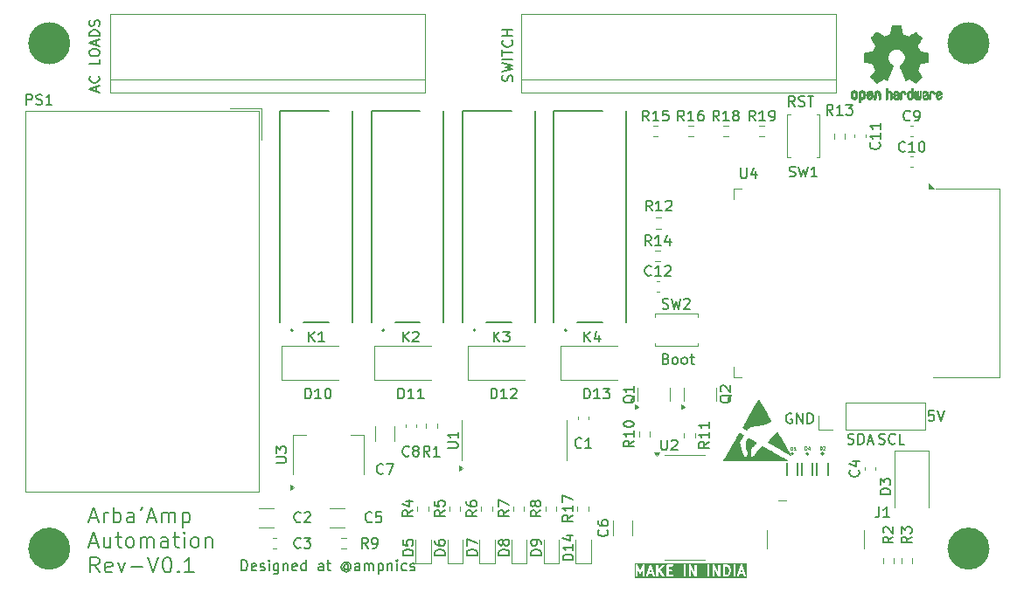
<source format=gbr>
%TF.GenerationSoftware,KiCad,Pcbnew,9.0.0*%
%TF.CreationDate,2025-03-09T16:10:17+04:00*%
%TF.ProjectId,Arbaa_Amp_V0.1,41726261-615f-4416-9d70-5f56302e312e,rev?*%
%TF.SameCoordinates,Original*%
%TF.FileFunction,Legend,Top*%
%TF.FilePolarity,Positive*%
%FSLAX46Y46*%
G04 Gerber Fmt 4.6, Leading zero omitted, Abs format (unit mm)*
G04 Created by KiCad (PCBNEW 9.0.0) date 2025-03-09 16:10:17*
%MOMM*%
%LPD*%
G01*
G04 APERTURE LIST*
%ADD10C,0.200000*%
%ADD11C,2.050000*%
%ADD12C,0.150000*%
%ADD13C,0.080000*%
%ADD14C,0.010000*%
%ADD15C,0.120000*%
%ADD16C,0.127000*%
G04 APERTURE END LIST*
D10*
X111619673Y-138617219D02*
X111619673Y-137617219D01*
X111619673Y-137617219D02*
X111857768Y-137617219D01*
X111857768Y-137617219D02*
X112000625Y-137664838D01*
X112000625Y-137664838D02*
X112095863Y-137760076D01*
X112095863Y-137760076D02*
X112143482Y-137855314D01*
X112143482Y-137855314D02*
X112191101Y-138045790D01*
X112191101Y-138045790D02*
X112191101Y-138188647D01*
X112191101Y-138188647D02*
X112143482Y-138379123D01*
X112143482Y-138379123D02*
X112095863Y-138474361D01*
X112095863Y-138474361D02*
X112000625Y-138569600D01*
X112000625Y-138569600D02*
X111857768Y-138617219D01*
X111857768Y-138617219D02*
X111619673Y-138617219D01*
X113000625Y-138569600D02*
X112905387Y-138617219D01*
X112905387Y-138617219D02*
X112714911Y-138617219D01*
X112714911Y-138617219D02*
X112619673Y-138569600D01*
X112619673Y-138569600D02*
X112572054Y-138474361D01*
X112572054Y-138474361D02*
X112572054Y-138093409D01*
X112572054Y-138093409D02*
X112619673Y-137998171D01*
X112619673Y-137998171D02*
X112714911Y-137950552D01*
X112714911Y-137950552D02*
X112905387Y-137950552D01*
X112905387Y-137950552D02*
X113000625Y-137998171D01*
X113000625Y-137998171D02*
X113048244Y-138093409D01*
X113048244Y-138093409D02*
X113048244Y-138188647D01*
X113048244Y-138188647D02*
X112572054Y-138283885D01*
X113429197Y-138569600D02*
X113524435Y-138617219D01*
X113524435Y-138617219D02*
X113714911Y-138617219D01*
X113714911Y-138617219D02*
X113810149Y-138569600D01*
X113810149Y-138569600D02*
X113857768Y-138474361D01*
X113857768Y-138474361D02*
X113857768Y-138426742D01*
X113857768Y-138426742D02*
X113810149Y-138331504D01*
X113810149Y-138331504D02*
X113714911Y-138283885D01*
X113714911Y-138283885D02*
X113572054Y-138283885D01*
X113572054Y-138283885D02*
X113476816Y-138236266D01*
X113476816Y-138236266D02*
X113429197Y-138141028D01*
X113429197Y-138141028D02*
X113429197Y-138093409D01*
X113429197Y-138093409D02*
X113476816Y-137998171D01*
X113476816Y-137998171D02*
X113572054Y-137950552D01*
X113572054Y-137950552D02*
X113714911Y-137950552D01*
X113714911Y-137950552D02*
X113810149Y-137998171D01*
X114286340Y-138617219D02*
X114286340Y-137950552D01*
X114286340Y-137617219D02*
X114238721Y-137664838D01*
X114238721Y-137664838D02*
X114286340Y-137712457D01*
X114286340Y-137712457D02*
X114333959Y-137664838D01*
X114333959Y-137664838D02*
X114286340Y-137617219D01*
X114286340Y-137617219D02*
X114286340Y-137712457D01*
X115191101Y-137950552D02*
X115191101Y-138760076D01*
X115191101Y-138760076D02*
X115143482Y-138855314D01*
X115143482Y-138855314D02*
X115095863Y-138902933D01*
X115095863Y-138902933D02*
X115000625Y-138950552D01*
X115000625Y-138950552D02*
X114857768Y-138950552D01*
X114857768Y-138950552D02*
X114762530Y-138902933D01*
X115191101Y-138569600D02*
X115095863Y-138617219D01*
X115095863Y-138617219D02*
X114905387Y-138617219D01*
X114905387Y-138617219D02*
X114810149Y-138569600D01*
X114810149Y-138569600D02*
X114762530Y-138521980D01*
X114762530Y-138521980D02*
X114714911Y-138426742D01*
X114714911Y-138426742D02*
X114714911Y-138141028D01*
X114714911Y-138141028D02*
X114762530Y-138045790D01*
X114762530Y-138045790D02*
X114810149Y-137998171D01*
X114810149Y-137998171D02*
X114905387Y-137950552D01*
X114905387Y-137950552D02*
X115095863Y-137950552D01*
X115095863Y-137950552D02*
X115191101Y-137998171D01*
X115667292Y-137950552D02*
X115667292Y-138617219D01*
X115667292Y-138045790D02*
X115714911Y-137998171D01*
X115714911Y-137998171D02*
X115810149Y-137950552D01*
X115810149Y-137950552D02*
X115953006Y-137950552D01*
X115953006Y-137950552D02*
X116048244Y-137998171D01*
X116048244Y-137998171D02*
X116095863Y-138093409D01*
X116095863Y-138093409D02*
X116095863Y-138617219D01*
X116953006Y-138569600D02*
X116857768Y-138617219D01*
X116857768Y-138617219D02*
X116667292Y-138617219D01*
X116667292Y-138617219D02*
X116572054Y-138569600D01*
X116572054Y-138569600D02*
X116524435Y-138474361D01*
X116524435Y-138474361D02*
X116524435Y-138093409D01*
X116524435Y-138093409D02*
X116572054Y-137998171D01*
X116572054Y-137998171D02*
X116667292Y-137950552D01*
X116667292Y-137950552D02*
X116857768Y-137950552D01*
X116857768Y-137950552D02*
X116953006Y-137998171D01*
X116953006Y-137998171D02*
X117000625Y-138093409D01*
X117000625Y-138093409D02*
X117000625Y-138188647D01*
X117000625Y-138188647D02*
X116524435Y-138283885D01*
X117857768Y-138617219D02*
X117857768Y-137617219D01*
X117857768Y-138569600D02*
X117762530Y-138617219D01*
X117762530Y-138617219D02*
X117572054Y-138617219D01*
X117572054Y-138617219D02*
X117476816Y-138569600D01*
X117476816Y-138569600D02*
X117429197Y-138521980D01*
X117429197Y-138521980D02*
X117381578Y-138426742D01*
X117381578Y-138426742D02*
X117381578Y-138141028D01*
X117381578Y-138141028D02*
X117429197Y-138045790D01*
X117429197Y-138045790D02*
X117476816Y-137998171D01*
X117476816Y-137998171D02*
X117572054Y-137950552D01*
X117572054Y-137950552D02*
X117762530Y-137950552D01*
X117762530Y-137950552D02*
X117857768Y-137998171D01*
X119524435Y-138617219D02*
X119524435Y-138093409D01*
X119524435Y-138093409D02*
X119476816Y-137998171D01*
X119476816Y-137998171D02*
X119381578Y-137950552D01*
X119381578Y-137950552D02*
X119191102Y-137950552D01*
X119191102Y-137950552D02*
X119095864Y-137998171D01*
X119524435Y-138569600D02*
X119429197Y-138617219D01*
X119429197Y-138617219D02*
X119191102Y-138617219D01*
X119191102Y-138617219D02*
X119095864Y-138569600D01*
X119095864Y-138569600D02*
X119048245Y-138474361D01*
X119048245Y-138474361D02*
X119048245Y-138379123D01*
X119048245Y-138379123D02*
X119095864Y-138283885D01*
X119095864Y-138283885D02*
X119191102Y-138236266D01*
X119191102Y-138236266D02*
X119429197Y-138236266D01*
X119429197Y-138236266D02*
X119524435Y-138188647D01*
X119857769Y-137950552D02*
X120238721Y-137950552D01*
X120000626Y-137617219D02*
X120000626Y-138474361D01*
X120000626Y-138474361D02*
X120048245Y-138569600D01*
X120048245Y-138569600D02*
X120143483Y-138617219D01*
X120143483Y-138617219D02*
X120238721Y-138617219D01*
X121953007Y-138141028D02*
X121905388Y-138093409D01*
X121905388Y-138093409D02*
X121810150Y-138045790D01*
X121810150Y-138045790D02*
X121714912Y-138045790D01*
X121714912Y-138045790D02*
X121619674Y-138093409D01*
X121619674Y-138093409D02*
X121572055Y-138141028D01*
X121572055Y-138141028D02*
X121524436Y-138236266D01*
X121524436Y-138236266D02*
X121524436Y-138331504D01*
X121524436Y-138331504D02*
X121572055Y-138426742D01*
X121572055Y-138426742D02*
X121619674Y-138474361D01*
X121619674Y-138474361D02*
X121714912Y-138521980D01*
X121714912Y-138521980D02*
X121810150Y-138521980D01*
X121810150Y-138521980D02*
X121905388Y-138474361D01*
X121905388Y-138474361D02*
X121953007Y-138426742D01*
X121953007Y-138045790D02*
X121953007Y-138426742D01*
X121953007Y-138426742D02*
X122000626Y-138474361D01*
X122000626Y-138474361D02*
X122048245Y-138474361D01*
X122048245Y-138474361D02*
X122143484Y-138426742D01*
X122143484Y-138426742D02*
X122191103Y-138331504D01*
X122191103Y-138331504D02*
X122191103Y-138093409D01*
X122191103Y-138093409D02*
X122095865Y-137950552D01*
X122095865Y-137950552D02*
X121953007Y-137855314D01*
X121953007Y-137855314D02*
X121762531Y-137807695D01*
X121762531Y-137807695D02*
X121572055Y-137855314D01*
X121572055Y-137855314D02*
X121429198Y-137950552D01*
X121429198Y-137950552D02*
X121333960Y-138093409D01*
X121333960Y-138093409D02*
X121286341Y-138283885D01*
X121286341Y-138283885D02*
X121333960Y-138474361D01*
X121333960Y-138474361D02*
X121429198Y-138617219D01*
X121429198Y-138617219D02*
X121572055Y-138712457D01*
X121572055Y-138712457D02*
X121762531Y-138760076D01*
X121762531Y-138760076D02*
X121953007Y-138712457D01*
X121953007Y-138712457D02*
X122095865Y-138617219D01*
X123048245Y-138617219D02*
X123048245Y-138093409D01*
X123048245Y-138093409D02*
X123000626Y-137998171D01*
X123000626Y-137998171D02*
X122905388Y-137950552D01*
X122905388Y-137950552D02*
X122714912Y-137950552D01*
X122714912Y-137950552D02*
X122619674Y-137998171D01*
X123048245Y-138569600D02*
X122953007Y-138617219D01*
X122953007Y-138617219D02*
X122714912Y-138617219D01*
X122714912Y-138617219D02*
X122619674Y-138569600D01*
X122619674Y-138569600D02*
X122572055Y-138474361D01*
X122572055Y-138474361D02*
X122572055Y-138379123D01*
X122572055Y-138379123D02*
X122619674Y-138283885D01*
X122619674Y-138283885D02*
X122714912Y-138236266D01*
X122714912Y-138236266D02*
X122953007Y-138236266D01*
X122953007Y-138236266D02*
X123048245Y-138188647D01*
X123524436Y-138617219D02*
X123524436Y-137950552D01*
X123524436Y-138045790D02*
X123572055Y-137998171D01*
X123572055Y-137998171D02*
X123667293Y-137950552D01*
X123667293Y-137950552D02*
X123810150Y-137950552D01*
X123810150Y-137950552D02*
X123905388Y-137998171D01*
X123905388Y-137998171D02*
X123953007Y-138093409D01*
X123953007Y-138093409D02*
X123953007Y-138617219D01*
X123953007Y-138093409D02*
X124000626Y-137998171D01*
X124000626Y-137998171D02*
X124095864Y-137950552D01*
X124095864Y-137950552D02*
X124238721Y-137950552D01*
X124238721Y-137950552D02*
X124333960Y-137998171D01*
X124333960Y-137998171D02*
X124381579Y-138093409D01*
X124381579Y-138093409D02*
X124381579Y-138617219D01*
X124857769Y-137950552D02*
X124857769Y-138950552D01*
X124857769Y-137998171D02*
X124953007Y-137950552D01*
X124953007Y-137950552D02*
X125143483Y-137950552D01*
X125143483Y-137950552D02*
X125238721Y-137998171D01*
X125238721Y-137998171D02*
X125286340Y-138045790D01*
X125286340Y-138045790D02*
X125333959Y-138141028D01*
X125333959Y-138141028D02*
X125333959Y-138426742D01*
X125333959Y-138426742D02*
X125286340Y-138521980D01*
X125286340Y-138521980D02*
X125238721Y-138569600D01*
X125238721Y-138569600D02*
X125143483Y-138617219D01*
X125143483Y-138617219D02*
X124953007Y-138617219D01*
X124953007Y-138617219D02*
X124857769Y-138569600D01*
X125762531Y-137950552D02*
X125762531Y-138617219D01*
X125762531Y-138045790D02*
X125810150Y-137998171D01*
X125810150Y-137998171D02*
X125905388Y-137950552D01*
X125905388Y-137950552D02*
X126048245Y-137950552D01*
X126048245Y-137950552D02*
X126143483Y-137998171D01*
X126143483Y-137998171D02*
X126191102Y-138093409D01*
X126191102Y-138093409D02*
X126191102Y-138617219D01*
X126667293Y-138617219D02*
X126667293Y-137950552D01*
X126667293Y-137617219D02*
X126619674Y-137664838D01*
X126619674Y-137664838D02*
X126667293Y-137712457D01*
X126667293Y-137712457D02*
X126714912Y-137664838D01*
X126714912Y-137664838D02*
X126667293Y-137617219D01*
X126667293Y-137617219D02*
X126667293Y-137712457D01*
X127572054Y-138569600D02*
X127476816Y-138617219D01*
X127476816Y-138617219D02*
X127286340Y-138617219D01*
X127286340Y-138617219D02*
X127191102Y-138569600D01*
X127191102Y-138569600D02*
X127143483Y-138521980D01*
X127143483Y-138521980D02*
X127095864Y-138426742D01*
X127095864Y-138426742D02*
X127095864Y-138141028D01*
X127095864Y-138141028D02*
X127143483Y-138045790D01*
X127143483Y-138045790D02*
X127191102Y-137998171D01*
X127191102Y-137998171D02*
X127286340Y-137950552D01*
X127286340Y-137950552D02*
X127476816Y-137950552D01*
X127476816Y-137950552D02*
X127572054Y-137998171D01*
X127953007Y-138569600D02*
X128048245Y-138617219D01*
X128048245Y-138617219D02*
X128238721Y-138617219D01*
X128238721Y-138617219D02*
X128333959Y-138569600D01*
X128333959Y-138569600D02*
X128381578Y-138474361D01*
X128381578Y-138474361D02*
X128381578Y-138426742D01*
X128381578Y-138426742D02*
X128333959Y-138331504D01*
X128333959Y-138331504D02*
X128238721Y-138283885D01*
X128238721Y-138283885D02*
X128095864Y-138283885D01*
X128095864Y-138283885D02*
X128000626Y-138236266D01*
X128000626Y-138236266D02*
X127953007Y-138141028D01*
X127953007Y-138141028D02*
X127953007Y-138093409D01*
X127953007Y-138093409D02*
X128000626Y-137998171D01*
X128000626Y-137998171D02*
X128095864Y-137950552D01*
X128095864Y-137950552D02*
X128238721Y-137950552D01*
X128238721Y-137950552D02*
X128333959Y-137998171D01*
X165191101Y-93617219D02*
X164857768Y-93141028D01*
X164619673Y-93617219D02*
X164619673Y-92617219D01*
X164619673Y-92617219D02*
X165000625Y-92617219D01*
X165000625Y-92617219D02*
X165095863Y-92664838D01*
X165095863Y-92664838D02*
X165143482Y-92712457D01*
X165143482Y-92712457D02*
X165191101Y-92807695D01*
X165191101Y-92807695D02*
X165191101Y-92950552D01*
X165191101Y-92950552D02*
X165143482Y-93045790D01*
X165143482Y-93045790D02*
X165095863Y-93093409D01*
X165095863Y-93093409D02*
X165000625Y-93141028D01*
X165000625Y-93141028D02*
X164619673Y-93141028D01*
X165572054Y-93569600D02*
X165714911Y-93617219D01*
X165714911Y-93617219D02*
X165953006Y-93617219D01*
X165953006Y-93617219D02*
X166048244Y-93569600D01*
X166048244Y-93569600D02*
X166095863Y-93521980D01*
X166095863Y-93521980D02*
X166143482Y-93426742D01*
X166143482Y-93426742D02*
X166143482Y-93331504D01*
X166143482Y-93331504D02*
X166095863Y-93236266D01*
X166095863Y-93236266D02*
X166048244Y-93188647D01*
X166048244Y-93188647D02*
X165953006Y-93141028D01*
X165953006Y-93141028D02*
X165762530Y-93093409D01*
X165762530Y-93093409D02*
X165667292Y-93045790D01*
X165667292Y-93045790D02*
X165619673Y-92998171D01*
X165619673Y-92998171D02*
X165572054Y-92902933D01*
X165572054Y-92902933D02*
X165572054Y-92807695D01*
X165572054Y-92807695D02*
X165619673Y-92712457D01*
X165619673Y-92712457D02*
X165667292Y-92664838D01*
X165667292Y-92664838D02*
X165762530Y-92617219D01*
X165762530Y-92617219D02*
X166000625Y-92617219D01*
X166000625Y-92617219D02*
X166143482Y-92664838D01*
X166429197Y-92617219D02*
X167000625Y-92617219D01*
X166714911Y-93617219D02*
X166714911Y-92617219D01*
X152703006Y-118093409D02*
X152845863Y-118141028D01*
X152845863Y-118141028D02*
X152893482Y-118188647D01*
X152893482Y-118188647D02*
X152941101Y-118283885D01*
X152941101Y-118283885D02*
X152941101Y-118426742D01*
X152941101Y-118426742D02*
X152893482Y-118521980D01*
X152893482Y-118521980D02*
X152845863Y-118569600D01*
X152845863Y-118569600D02*
X152750625Y-118617219D01*
X152750625Y-118617219D02*
X152369673Y-118617219D01*
X152369673Y-118617219D02*
X152369673Y-117617219D01*
X152369673Y-117617219D02*
X152703006Y-117617219D01*
X152703006Y-117617219D02*
X152798244Y-117664838D01*
X152798244Y-117664838D02*
X152845863Y-117712457D01*
X152845863Y-117712457D02*
X152893482Y-117807695D01*
X152893482Y-117807695D02*
X152893482Y-117902933D01*
X152893482Y-117902933D02*
X152845863Y-117998171D01*
X152845863Y-117998171D02*
X152798244Y-118045790D01*
X152798244Y-118045790D02*
X152703006Y-118093409D01*
X152703006Y-118093409D02*
X152369673Y-118093409D01*
X153512530Y-118617219D02*
X153417292Y-118569600D01*
X153417292Y-118569600D02*
X153369673Y-118521980D01*
X153369673Y-118521980D02*
X153322054Y-118426742D01*
X153322054Y-118426742D02*
X153322054Y-118141028D01*
X153322054Y-118141028D02*
X153369673Y-118045790D01*
X153369673Y-118045790D02*
X153417292Y-117998171D01*
X153417292Y-117998171D02*
X153512530Y-117950552D01*
X153512530Y-117950552D02*
X153655387Y-117950552D01*
X153655387Y-117950552D02*
X153750625Y-117998171D01*
X153750625Y-117998171D02*
X153798244Y-118045790D01*
X153798244Y-118045790D02*
X153845863Y-118141028D01*
X153845863Y-118141028D02*
X153845863Y-118426742D01*
X153845863Y-118426742D02*
X153798244Y-118521980D01*
X153798244Y-118521980D02*
X153750625Y-118569600D01*
X153750625Y-118569600D02*
X153655387Y-118617219D01*
X153655387Y-118617219D02*
X153512530Y-118617219D01*
X154417292Y-118617219D02*
X154322054Y-118569600D01*
X154322054Y-118569600D02*
X154274435Y-118521980D01*
X154274435Y-118521980D02*
X154226816Y-118426742D01*
X154226816Y-118426742D02*
X154226816Y-118141028D01*
X154226816Y-118141028D02*
X154274435Y-118045790D01*
X154274435Y-118045790D02*
X154322054Y-117998171D01*
X154322054Y-117998171D02*
X154417292Y-117950552D01*
X154417292Y-117950552D02*
X154560149Y-117950552D01*
X154560149Y-117950552D02*
X154655387Y-117998171D01*
X154655387Y-117998171D02*
X154703006Y-118045790D01*
X154703006Y-118045790D02*
X154750625Y-118141028D01*
X154750625Y-118141028D02*
X154750625Y-118426742D01*
X154750625Y-118426742D02*
X154703006Y-118521980D01*
X154703006Y-118521980D02*
X154655387Y-118569600D01*
X154655387Y-118569600D02*
X154560149Y-118617219D01*
X154560149Y-118617219D02*
X154417292Y-118617219D01*
X155036340Y-117950552D02*
X155417292Y-117950552D01*
X155179197Y-117617219D02*
X155179197Y-118474361D01*
X155179197Y-118474361D02*
X155226816Y-118569600D01*
X155226816Y-118569600D02*
X155322054Y-118617219D01*
X155322054Y-118617219D02*
X155417292Y-118617219D01*
X164893482Y-123414838D02*
X164798244Y-123367219D01*
X164798244Y-123367219D02*
X164655387Y-123367219D01*
X164655387Y-123367219D02*
X164512530Y-123414838D01*
X164512530Y-123414838D02*
X164417292Y-123510076D01*
X164417292Y-123510076D02*
X164369673Y-123605314D01*
X164369673Y-123605314D02*
X164322054Y-123795790D01*
X164322054Y-123795790D02*
X164322054Y-123938647D01*
X164322054Y-123938647D02*
X164369673Y-124129123D01*
X164369673Y-124129123D02*
X164417292Y-124224361D01*
X164417292Y-124224361D02*
X164512530Y-124319600D01*
X164512530Y-124319600D02*
X164655387Y-124367219D01*
X164655387Y-124367219D02*
X164750625Y-124367219D01*
X164750625Y-124367219D02*
X164893482Y-124319600D01*
X164893482Y-124319600D02*
X164941101Y-124271980D01*
X164941101Y-124271980D02*
X164941101Y-123938647D01*
X164941101Y-123938647D02*
X164750625Y-123938647D01*
X165369673Y-124367219D02*
X165369673Y-123367219D01*
X165369673Y-123367219D02*
X165941101Y-124367219D01*
X165941101Y-124367219D02*
X165941101Y-123367219D01*
X166417292Y-124367219D02*
X166417292Y-123367219D01*
X166417292Y-123367219D02*
X166655387Y-123367219D01*
X166655387Y-123367219D02*
X166798244Y-123414838D01*
X166798244Y-123414838D02*
X166893482Y-123510076D01*
X166893482Y-123510076D02*
X166941101Y-123605314D01*
X166941101Y-123605314D02*
X166988720Y-123795790D01*
X166988720Y-123795790D02*
X166988720Y-123938647D01*
X166988720Y-123938647D02*
X166941101Y-124129123D01*
X166941101Y-124129123D02*
X166893482Y-124224361D01*
X166893482Y-124224361D02*
X166798244Y-124319600D01*
X166798244Y-124319600D02*
X166655387Y-124367219D01*
X166655387Y-124367219D02*
X166417292Y-124367219D01*
X170322054Y-126319600D02*
X170464911Y-126367219D01*
X170464911Y-126367219D02*
X170703006Y-126367219D01*
X170703006Y-126367219D02*
X170798244Y-126319600D01*
X170798244Y-126319600D02*
X170845863Y-126271980D01*
X170845863Y-126271980D02*
X170893482Y-126176742D01*
X170893482Y-126176742D02*
X170893482Y-126081504D01*
X170893482Y-126081504D02*
X170845863Y-125986266D01*
X170845863Y-125986266D02*
X170798244Y-125938647D01*
X170798244Y-125938647D02*
X170703006Y-125891028D01*
X170703006Y-125891028D02*
X170512530Y-125843409D01*
X170512530Y-125843409D02*
X170417292Y-125795790D01*
X170417292Y-125795790D02*
X170369673Y-125748171D01*
X170369673Y-125748171D02*
X170322054Y-125652933D01*
X170322054Y-125652933D02*
X170322054Y-125557695D01*
X170322054Y-125557695D02*
X170369673Y-125462457D01*
X170369673Y-125462457D02*
X170417292Y-125414838D01*
X170417292Y-125414838D02*
X170512530Y-125367219D01*
X170512530Y-125367219D02*
X170750625Y-125367219D01*
X170750625Y-125367219D02*
X170893482Y-125414838D01*
X171322054Y-126367219D02*
X171322054Y-125367219D01*
X171322054Y-125367219D02*
X171560149Y-125367219D01*
X171560149Y-125367219D02*
X171703006Y-125414838D01*
X171703006Y-125414838D02*
X171798244Y-125510076D01*
X171798244Y-125510076D02*
X171845863Y-125605314D01*
X171845863Y-125605314D02*
X171893482Y-125795790D01*
X171893482Y-125795790D02*
X171893482Y-125938647D01*
X171893482Y-125938647D02*
X171845863Y-126129123D01*
X171845863Y-126129123D02*
X171798244Y-126224361D01*
X171798244Y-126224361D02*
X171703006Y-126319600D01*
X171703006Y-126319600D02*
X171560149Y-126367219D01*
X171560149Y-126367219D02*
X171322054Y-126367219D01*
X172274435Y-126081504D02*
X172750625Y-126081504D01*
X172179197Y-126367219D02*
X172512530Y-125367219D01*
X172512530Y-125367219D02*
X172845863Y-126367219D01*
X173322054Y-126319600D02*
X173464911Y-126367219D01*
X173464911Y-126367219D02*
X173703006Y-126367219D01*
X173703006Y-126367219D02*
X173798244Y-126319600D01*
X173798244Y-126319600D02*
X173845863Y-126271980D01*
X173845863Y-126271980D02*
X173893482Y-126176742D01*
X173893482Y-126176742D02*
X173893482Y-126081504D01*
X173893482Y-126081504D02*
X173845863Y-125986266D01*
X173845863Y-125986266D02*
X173798244Y-125938647D01*
X173798244Y-125938647D02*
X173703006Y-125891028D01*
X173703006Y-125891028D02*
X173512530Y-125843409D01*
X173512530Y-125843409D02*
X173417292Y-125795790D01*
X173417292Y-125795790D02*
X173369673Y-125748171D01*
X173369673Y-125748171D02*
X173322054Y-125652933D01*
X173322054Y-125652933D02*
X173322054Y-125557695D01*
X173322054Y-125557695D02*
X173369673Y-125462457D01*
X173369673Y-125462457D02*
X173417292Y-125414838D01*
X173417292Y-125414838D02*
X173512530Y-125367219D01*
X173512530Y-125367219D02*
X173750625Y-125367219D01*
X173750625Y-125367219D02*
X173893482Y-125414838D01*
X174893482Y-126271980D02*
X174845863Y-126319600D01*
X174845863Y-126319600D02*
X174703006Y-126367219D01*
X174703006Y-126367219D02*
X174607768Y-126367219D01*
X174607768Y-126367219D02*
X174464911Y-126319600D01*
X174464911Y-126319600D02*
X174369673Y-126224361D01*
X174369673Y-126224361D02*
X174322054Y-126129123D01*
X174322054Y-126129123D02*
X174274435Y-125938647D01*
X174274435Y-125938647D02*
X174274435Y-125795790D01*
X174274435Y-125795790D02*
X174322054Y-125605314D01*
X174322054Y-125605314D02*
X174369673Y-125510076D01*
X174369673Y-125510076D02*
X174464911Y-125414838D01*
X174464911Y-125414838D02*
X174607768Y-125367219D01*
X174607768Y-125367219D02*
X174703006Y-125367219D01*
X174703006Y-125367219D02*
X174845863Y-125414838D01*
X174845863Y-125414838D02*
X174893482Y-125462457D01*
X175798244Y-126367219D02*
X175322054Y-126367219D01*
X175322054Y-126367219D02*
X175322054Y-125367219D01*
X178645863Y-123117219D02*
X178169673Y-123117219D01*
X178169673Y-123117219D02*
X178122054Y-123593409D01*
X178122054Y-123593409D02*
X178169673Y-123545790D01*
X178169673Y-123545790D02*
X178264911Y-123498171D01*
X178264911Y-123498171D02*
X178503006Y-123498171D01*
X178503006Y-123498171D02*
X178598244Y-123545790D01*
X178598244Y-123545790D02*
X178645863Y-123593409D01*
X178645863Y-123593409D02*
X178693482Y-123688647D01*
X178693482Y-123688647D02*
X178693482Y-123926742D01*
X178693482Y-123926742D02*
X178645863Y-124021980D01*
X178645863Y-124021980D02*
X178598244Y-124069600D01*
X178598244Y-124069600D02*
X178503006Y-124117219D01*
X178503006Y-124117219D02*
X178264911Y-124117219D01*
X178264911Y-124117219D02*
X178169673Y-124069600D01*
X178169673Y-124069600D02*
X178122054Y-124021980D01*
X178979197Y-123117219D02*
X179312530Y-124117219D01*
X179312530Y-124117219D02*
X179645863Y-123117219D01*
X97581504Y-92177945D02*
X97581504Y-91701755D01*
X97867219Y-92273183D02*
X96867219Y-91939850D01*
X96867219Y-91939850D02*
X97867219Y-91606517D01*
X97771980Y-90701755D02*
X97819600Y-90749374D01*
X97819600Y-90749374D02*
X97867219Y-90892231D01*
X97867219Y-90892231D02*
X97867219Y-90987469D01*
X97867219Y-90987469D02*
X97819600Y-91130326D01*
X97819600Y-91130326D02*
X97724361Y-91225564D01*
X97724361Y-91225564D02*
X97629123Y-91273183D01*
X97629123Y-91273183D02*
X97438647Y-91320802D01*
X97438647Y-91320802D02*
X97295790Y-91320802D01*
X97295790Y-91320802D02*
X97105314Y-91273183D01*
X97105314Y-91273183D02*
X97010076Y-91225564D01*
X97010076Y-91225564D02*
X96914838Y-91130326D01*
X96914838Y-91130326D02*
X96867219Y-90987469D01*
X96867219Y-90987469D02*
X96867219Y-90892231D01*
X96867219Y-90892231D02*
X96914838Y-90749374D01*
X96914838Y-90749374D02*
X96962457Y-90701755D01*
X97867219Y-89035088D02*
X97867219Y-89511278D01*
X97867219Y-89511278D02*
X96867219Y-89511278D01*
X96867219Y-88511278D02*
X96867219Y-88320802D01*
X96867219Y-88320802D02*
X96914838Y-88225564D01*
X96914838Y-88225564D02*
X97010076Y-88130326D01*
X97010076Y-88130326D02*
X97200552Y-88082707D01*
X97200552Y-88082707D02*
X97533885Y-88082707D01*
X97533885Y-88082707D02*
X97724361Y-88130326D01*
X97724361Y-88130326D02*
X97819600Y-88225564D01*
X97819600Y-88225564D02*
X97867219Y-88320802D01*
X97867219Y-88320802D02*
X97867219Y-88511278D01*
X97867219Y-88511278D02*
X97819600Y-88606516D01*
X97819600Y-88606516D02*
X97724361Y-88701754D01*
X97724361Y-88701754D02*
X97533885Y-88749373D01*
X97533885Y-88749373D02*
X97200552Y-88749373D01*
X97200552Y-88749373D02*
X97010076Y-88701754D01*
X97010076Y-88701754D02*
X96914838Y-88606516D01*
X96914838Y-88606516D02*
X96867219Y-88511278D01*
X97581504Y-87701754D02*
X97581504Y-87225564D01*
X97867219Y-87796992D02*
X96867219Y-87463659D01*
X96867219Y-87463659D02*
X97867219Y-87130326D01*
X97867219Y-86796992D02*
X96867219Y-86796992D01*
X96867219Y-86796992D02*
X96867219Y-86558897D01*
X96867219Y-86558897D02*
X96914838Y-86416040D01*
X96914838Y-86416040D02*
X97010076Y-86320802D01*
X97010076Y-86320802D02*
X97105314Y-86273183D01*
X97105314Y-86273183D02*
X97295790Y-86225564D01*
X97295790Y-86225564D02*
X97438647Y-86225564D01*
X97438647Y-86225564D02*
X97629123Y-86273183D01*
X97629123Y-86273183D02*
X97724361Y-86320802D01*
X97724361Y-86320802D02*
X97819600Y-86416040D01*
X97819600Y-86416040D02*
X97867219Y-86558897D01*
X97867219Y-86558897D02*
X97867219Y-86796992D01*
X97819600Y-85844611D02*
X97867219Y-85701754D01*
X97867219Y-85701754D02*
X97867219Y-85463659D01*
X97867219Y-85463659D02*
X97819600Y-85368421D01*
X97819600Y-85368421D02*
X97771980Y-85320802D01*
X97771980Y-85320802D02*
X97676742Y-85273183D01*
X97676742Y-85273183D02*
X97581504Y-85273183D01*
X97581504Y-85273183D02*
X97486266Y-85320802D01*
X97486266Y-85320802D02*
X97438647Y-85368421D01*
X97438647Y-85368421D02*
X97391028Y-85463659D01*
X97391028Y-85463659D02*
X97343409Y-85654135D01*
X97343409Y-85654135D02*
X97295790Y-85749373D01*
X97295790Y-85749373D02*
X97248171Y-85796992D01*
X97248171Y-85796992D02*
X97152933Y-85844611D01*
X97152933Y-85844611D02*
X97057695Y-85844611D01*
X97057695Y-85844611D02*
X96962457Y-85796992D01*
X96962457Y-85796992D02*
X96914838Y-85749373D01*
X96914838Y-85749373D02*
X96867219Y-85654135D01*
X96867219Y-85654135D02*
X96867219Y-85416040D01*
X96867219Y-85416040D02*
X96914838Y-85273183D01*
X137819600Y-91177945D02*
X137867219Y-91035088D01*
X137867219Y-91035088D02*
X137867219Y-90796993D01*
X137867219Y-90796993D02*
X137819600Y-90701755D01*
X137819600Y-90701755D02*
X137771980Y-90654136D01*
X137771980Y-90654136D02*
X137676742Y-90606517D01*
X137676742Y-90606517D02*
X137581504Y-90606517D01*
X137581504Y-90606517D02*
X137486266Y-90654136D01*
X137486266Y-90654136D02*
X137438647Y-90701755D01*
X137438647Y-90701755D02*
X137391028Y-90796993D01*
X137391028Y-90796993D02*
X137343409Y-90987469D01*
X137343409Y-90987469D02*
X137295790Y-91082707D01*
X137295790Y-91082707D02*
X137248171Y-91130326D01*
X137248171Y-91130326D02*
X137152933Y-91177945D01*
X137152933Y-91177945D02*
X137057695Y-91177945D01*
X137057695Y-91177945D02*
X136962457Y-91130326D01*
X136962457Y-91130326D02*
X136914838Y-91082707D01*
X136914838Y-91082707D02*
X136867219Y-90987469D01*
X136867219Y-90987469D02*
X136867219Y-90749374D01*
X136867219Y-90749374D02*
X136914838Y-90606517D01*
X136867219Y-90273183D02*
X137867219Y-90035088D01*
X137867219Y-90035088D02*
X137152933Y-89844612D01*
X137152933Y-89844612D02*
X137867219Y-89654136D01*
X137867219Y-89654136D02*
X136867219Y-89416041D01*
X137867219Y-89035088D02*
X136867219Y-89035088D01*
X136867219Y-88701755D02*
X136867219Y-88130327D01*
X137867219Y-88416041D02*
X136867219Y-88416041D01*
X137771980Y-87225565D02*
X137819600Y-87273184D01*
X137819600Y-87273184D02*
X137867219Y-87416041D01*
X137867219Y-87416041D02*
X137867219Y-87511279D01*
X137867219Y-87511279D02*
X137819600Y-87654136D01*
X137819600Y-87654136D02*
X137724361Y-87749374D01*
X137724361Y-87749374D02*
X137629123Y-87796993D01*
X137629123Y-87796993D02*
X137438647Y-87844612D01*
X137438647Y-87844612D02*
X137295790Y-87844612D01*
X137295790Y-87844612D02*
X137105314Y-87796993D01*
X137105314Y-87796993D02*
X137010076Y-87749374D01*
X137010076Y-87749374D02*
X136914838Y-87654136D01*
X136914838Y-87654136D02*
X136867219Y-87511279D01*
X136867219Y-87511279D02*
X136867219Y-87416041D01*
X136867219Y-87416041D02*
X136914838Y-87273184D01*
X136914838Y-87273184D02*
X136962457Y-87225565D01*
X137867219Y-86796993D02*
X136867219Y-86796993D01*
X137343409Y-86796993D02*
X137343409Y-86225565D01*
X137867219Y-86225565D02*
X136867219Y-86225565D01*
G36*
X158672795Y-138252240D02*
G01*
X158739868Y-138319313D01*
X158775320Y-138390218D01*
X158817291Y-138558099D01*
X158817291Y-138676337D01*
X158775320Y-138844218D01*
X158739867Y-138915124D01*
X158672796Y-138982197D01*
X158567731Y-139017219D01*
X158445863Y-139017219D01*
X158445863Y-138217219D01*
X158567731Y-138217219D01*
X158672795Y-138252240D01*
G37*
G36*
X151302359Y-138731504D02*
G01*
X151103654Y-138731504D01*
X151203006Y-138433446D01*
X151302359Y-138731504D01*
G37*
G36*
X160111882Y-138731504D02*
G01*
X159913177Y-138731504D01*
X160012529Y-138433446D01*
X160111882Y-138731504D01*
G37*
G36*
X160556188Y-139328330D02*
G01*
X149658562Y-139328330D01*
X149658562Y-138117219D01*
X149769673Y-138117219D01*
X149769673Y-139117219D01*
X149771594Y-139136728D01*
X149786526Y-139172776D01*
X149814116Y-139200366D01*
X149850164Y-139215298D01*
X149889182Y-139215298D01*
X149925230Y-139200366D01*
X149952820Y-139172776D01*
X149967752Y-139136728D01*
X149969673Y-139117219D01*
X149969673Y-138567975D01*
X150112388Y-138873793D01*
X150116620Y-138880938D01*
X150117500Y-138883356D01*
X150119065Y-138885065D01*
X150122379Y-138890659D01*
X150133589Y-138900925D01*
X150143851Y-138912131D01*
X150147876Y-138914009D01*
X150151154Y-138917011D01*
X150165436Y-138922204D01*
X150179209Y-138928632D01*
X150183648Y-138928827D01*
X150187823Y-138930345D01*
X150203006Y-138929677D01*
X150218189Y-138930345D01*
X150222362Y-138928827D01*
X150226804Y-138928632D01*
X150240588Y-138922199D01*
X150254858Y-138917010D01*
X150258131Y-138914012D01*
X150262161Y-138912132D01*
X150272430Y-138900917D01*
X150283633Y-138890659D01*
X150286944Y-138885068D01*
X150288513Y-138883356D01*
X150289393Y-138880934D01*
X150293624Y-138873793D01*
X150436339Y-138567974D01*
X150436339Y-139117219D01*
X150438260Y-139136728D01*
X150453192Y-139172776D01*
X150480782Y-139200366D01*
X150516830Y-139215298D01*
X150555848Y-139215298D01*
X150591896Y-139200366D01*
X150619486Y-139172776D01*
X150634418Y-139136728D01*
X150636339Y-139117219D01*
X150636339Y-139104712D01*
X150770458Y-139104712D01*
X150773224Y-139143632D01*
X150790674Y-139178531D01*
X150820150Y-139204096D01*
X150857166Y-139216434D01*
X150896086Y-139213668D01*
X150930985Y-139196218D01*
X150956550Y-139166742D01*
X150964541Y-139148842D01*
X151036987Y-138931504D01*
X151369025Y-138931504D01*
X151441471Y-139148841D01*
X151449462Y-139166742D01*
X151475027Y-139196218D01*
X151509926Y-139213667D01*
X151548846Y-139216434D01*
X151585862Y-139204095D01*
X151615338Y-139178530D01*
X151632788Y-139143631D01*
X151635554Y-139104711D01*
X151631207Y-139085596D01*
X151308415Y-138117219D01*
X151769673Y-138117219D01*
X151769673Y-139117219D01*
X151771594Y-139136728D01*
X151786526Y-139172776D01*
X151814116Y-139200366D01*
X151850164Y-139215298D01*
X151889182Y-139215298D01*
X151925230Y-139200366D01*
X151952820Y-139172776D01*
X151967752Y-139136728D01*
X151969673Y-139117219D01*
X151969673Y-138730069D01*
X152001710Y-138698031D01*
X152361101Y-139177219D01*
X152374343Y-139191674D01*
X152407918Y-139211553D01*
X152446544Y-139217071D01*
X152484341Y-139207388D01*
X152515556Y-139183977D01*
X152535435Y-139150403D01*
X152540953Y-139111777D01*
X152531270Y-139073979D01*
X152521101Y-139057219D01*
X152144567Y-138555174D01*
X152511812Y-138187930D01*
X152524248Y-138172777D01*
X152539179Y-138136728D01*
X152539179Y-138117219D01*
X152769673Y-138117219D01*
X152769673Y-139117219D01*
X152771594Y-139136728D01*
X152786526Y-139172776D01*
X152814116Y-139200366D01*
X152850164Y-139215298D01*
X152869673Y-139217219D01*
X153345863Y-139217219D01*
X153365372Y-139215298D01*
X153401420Y-139200366D01*
X153429010Y-139172776D01*
X153443942Y-139136728D01*
X153443942Y-139097710D01*
X153429010Y-139061662D01*
X153401420Y-139034072D01*
X153365372Y-139019140D01*
X153345863Y-139017219D01*
X152969673Y-139017219D01*
X152969673Y-138693409D01*
X153203006Y-138693409D01*
X153222515Y-138691488D01*
X153258563Y-138676556D01*
X153286153Y-138648966D01*
X153301085Y-138612918D01*
X153301085Y-138573900D01*
X153286153Y-138537852D01*
X153258563Y-138510262D01*
X153222515Y-138495330D01*
X153203006Y-138493409D01*
X152969673Y-138493409D01*
X152969673Y-138217219D01*
X153345863Y-138217219D01*
X153365372Y-138215298D01*
X153401420Y-138200366D01*
X153429010Y-138172776D01*
X153443942Y-138136728D01*
X153443942Y-138117219D01*
X154436340Y-138117219D01*
X154436340Y-139117219D01*
X154438261Y-139136728D01*
X154453193Y-139172776D01*
X154480783Y-139200366D01*
X154516831Y-139215298D01*
X154555849Y-139215298D01*
X154591897Y-139200366D01*
X154619487Y-139172776D01*
X154634419Y-139136728D01*
X154636340Y-139117219D01*
X154636340Y-138117219D01*
X154912530Y-138117219D01*
X154912530Y-139117219D01*
X154914451Y-139136728D01*
X154929383Y-139172776D01*
X154956973Y-139200366D01*
X154993021Y-139215298D01*
X155032039Y-139215298D01*
X155068087Y-139200366D01*
X155095677Y-139172776D01*
X155110609Y-139136728D01*
X155112530Y-139117219D01*
X155112530Y-138493775D01*
X155497134Y-139166833D01*
X155500052Y-139170943D01*
X155500811Y-139172776D01*
X155502677Y-139174642D01*
X155508481Y-139182818D01*
X155518997Y-139190962D01*
X155528401Y-139200366D01*
X155534288Y-139202804D01*
X155539330Y-139206709D01*
X155552162Y-139210208D01*
X155564449Y-139215298D01*
X155570825Y-139215298D01*
X155576974Y-139216975D01*
X155590167Y-139215298D01*
X155603467Y-139215298D01*
X155609355Y-139212858D01*
X155615680Y-139212055D01*
X155627229Y-139205454D01*
X155639515Y-139200366D01*
X155644022Y-139195858D01*
X155649557Y-139192696D01*
X155657701Y-139182179D01*
X155667105Y-139172776D01*
X155669543Y-139166888D01*
X155673448Y-139161847D01*
X155676947Y-139149014D01*
X155682037Y-139136728D01*
X155683019Y-139126750D01*
X155683714Y-139124204D01*
X155683463Y-139122236D01*
X155683958Y-139117219D01*
X155683958Y-138117219D01*
X156722054Y-138117219D01*
X156722054Y-139117219D01*
X156723975Y-139136728D01*
X156738907Y-139172776D01*
X156766497Y-139200366D01*
X156802545Y-139215298D01*
X156841563Y-139215298D01*
X156877611Y-139200366D01*
X156905201Y-139172776D01*
X156920133Y-139136728D01*
X156922054Y-139117219D01*
X156922054Y-138117219D01*
X157198244Y-138117219D01*
X157198244Y-139117219D01*
X157200165Y-139136728D01*
X157215097Y-139172776D01*
X157242687Y-139200366D01*
X157278735Y-139215298D01*
X157317753Y-139215298D01*
X157353801Y-139200366D01*
X157381391Y-139172776D01*
X157396323Y-139136728D01*
X157398244Y-139117219D01*
X157398244Y-138493775D01*
X157782848Y-139166833D01*
X157785766Y-139170943D01*
X157786525Y-139172776D01*
X157788391Y-139174642D01*
X157794195Y-139182818D01*
X157804711Y-139190962D01*
X157814115Y-139200366D01*
X157820002Y-139202804D01*
X157825044Y-139206709D01*
X157837876Y-139210208D01*
X157850163Y-139215298D01*
X157856539Y-139215298D01*
X157862688Y-139216975D01*
X157875881Y-139215298D01*
X157889181Y-139215298D01*
X157895069Y-139212858D01*
X157901394Y-139212055D01*
X157912943Y-139205454D01*
X157925229Y-139200366D01*
X157929736Y-139195858D01*
X157935271Y-139192696D01*
X157943415Y-139182179D01*
X157952819Y-139172776D01*
X157955257Y-139166888D01*
X157959162Y-139161847D01*
X157962661Y-139149014D01*
X157967751Y-139136728D01*
X157968733Y-139126750D01*
X157969428Y-139124204D01*
X157969177Y-139122236D01*
X157969672Y-139117219D01*
X157969672Y-138117219D01*
X158245863Y-138117219D01*
X158245863Y-139117219D01*
X158247784Y-139136728D01*
X158262716Y-139172776D01*
X158290306Y-139200366D01*
X158326354Y-139215298D01*
X158345863Y-139217219D01*
X158583958Y-139217219D01*
X158593831Y-139216246D01*
X158596465Y-139216434D01*
X158599928Y-139215646D01*
X158603467Y-139215298D01*
X158605909Y-139214286D01*
X158615581Y-139212087D01*
X158758437Y-139164468D01*
X158776338Y-139156477D01*
X158779053Y-139154122D01*
X158782373Y-139152747D01*
X158797526Y-139140310D01*
X158892764Y-139045071D01*
X158899056Y-139037404D01*
X158901053Y-139035673D01*
X158902946Y-139032665D01*
X158905201Y-139029918D01*
X158906212Y-139027476D01*
X158911496Y-139019082D01*
X158959115Y-138923845D01*
X158959661Y-138922416D01*
X158960091Y-138921837D01*
X158963012Y-138913660D01*
X158966121Y-138905536D01*
X158966172Y-138904815D01*
X158966686Y-138903377D01*
X159014305Y-138712901D01*
X159014805Y-138709519D01*
X159015370Y-138708156D01*
X159016093Y-138700805D01*
X159017173Y-138693508D01*
X159016955Y-138692049D01*
X159017291Y-138688647D01*
X159017291Y-138545790D01*
X159016955Y-138542387D01*
X159017173Y-138540929D01*
X159016093Y-138533631D01*
X159015370Y-138526281D01*
X159014805Y-138524917D01*
X159014305Y-138521536D01*
X158966686Y-138331060D01*
X158966172Y-138329621D01*
X158966121Y-138328901D01*
X158963012Y-138320776D01*
X158960091Y-138312600D01*
X158959661Y-138312020D01*
X158959115Y-138310592D01*
X158911496Y-138215355D01*
X158906209Y-138206956D01*
X158905200Y-138204519D01*
X158902948Y-138201775D01*
X158901053Y-138198764D01*
X158899055Y-138197031D01*
X158892764Y-138189365D01*
X158820618Y-138117219D01*
X159245863Y-138117219D01*
X159245863Y-139117219D01*
X159247784Y-139136728D01*
X159262716Y-139172776D01*
X159290306Y-139200366D01*
X159326354Y-139215298D01*
X159365372Y-139215298D01*
X159401420Y-139200366D01*
X159429010Y-139172776D01*
X159443942Y-139136728D01*
X159445863Y-139117219D01*
X159445863Y-139104712D01*
X159579981Y-139104712D01*
X159582747Y-139143632D01*
X159600197Y-139178531D01*
X159629673Y-139204096D01*
X159666689Y-139216434D01*
X159705609Y-139213668D01*
X159740508Y-139196218D01*
X159766073Y-139166742D01*
X159774064Y-139148842D01*
X159846510Y-138931504D01*
X160178548Y-138931504D01*
X160250994Y-139148841D01*
X160258985Y-139166742D01*
X160284550Y-139196218D01*
X160319449Y-139213667D01*
X160358369Y-139216434D01*
X160395385Y-139204095D01*
X160424861Y-139178530D01*
X160442311Y-139143631D01*
X160445077Y-139104711D01*
X160440730Y-139085596D01*
X160107397Y-138085596D01*
X160099406Y-138067696D01*
X160094721Y-138062294D01*
X160091528Y-138055908D01*
X160082059Y-138047695D01*
X160073841Y-138038220D01*
X160067449Y-138035023D01*
X160062052Y-138030343D01*
X160050158Y-138026378D01*
X160038942Y-138020770D01*
X160031814Y-138020263D01*
X160025036Y-138018004D01*
X160012531Y-138018893D01*
X160000022Y-138018004D01*
X159993240Y-138020264D01*
X159986116Y-138020771D01*
X159974907Y-138026374D01*
X159963006Y-138030342D01*
X159957605Y-138035025D01*
X159951217Y-138038220D01*
X159943001Y-138047691D01*
X159933530Y-138055907D01*
X159930335Y-138062296D01*
X159925652Y-138067696D01*
X159917661Y-138085597D01*
X159584328Y-139085596D01*
X159579981Y-139104712D01*
X159445863Y-139104712D01*
X159445863Y-138117219D01*
X159443942Y-138097710D01*
X159429010Y-138061662D01*
X159401420Y-138034072D01*
X159365372Y-138019140D01*
X159326354Y-138019140D01*
X159290306Y-138034072D01*
X159262716Y-138061662D01*
X159247784Y-138097710D01*
X159245863Y-138117219D01*
X158820618Y-138117219D01*
X158797526Y-138094127D01*
X158782372Y-138081691D01*
X158779053Y-138080316D01*
X158776338Y-138077961D01*
X158758437Y-138069970D01*
X158615581Y-138022351D01*
X158605909Y-138020151D01*
X158603467Y-138019140D01*
X158599928Y-138018791D01*
X158596465Y-138018004D01*
X158593831Y-138018191D01*
X158583958Y-138017219D01*
X158345863Y-138017219D01*
X158326354Y-138019140D01*
X158290306Y-138034072D01*
X158262716Y-138061662D01*
X158247784Y-138097710D01*
X158245863Y-138117219D01*
X157969672Y-138117219D01*
X157967751Y-138097710D01*
X157952819Y-138061662D01*
X157925229Y-138034072D01*
X157889181Y-138019140D01*
X157850163Y-138019140D01*
X157814115Y-138034072D01*
X157786525Y-138061662D01*
X157771593Y-138097710D01*
X157769672Y-138117219D01*
X157769672Y-138740662D01*
X157385068Y-138067605D01*
X157382149Y-138063494D01*
X157381391Y-138061662D01*
X157379524Y-138059795D01*
X157373721Y-138051620D01*
X157363206Y-138043477D01*
X157353801Y-138034072D01*
X157347910Y-138031632D01*
X157342872Y-138027730D01*
X157330043Y-138024231D01*
X157317753Y-138019140D01*
X157311378Y-138019140D01*
X157305229Y-138017463D01*
X157292036Y-138019140D01*
X157278735Y-138019140D01*
X157272846Y-138021579D01*
X157266522Y-138022383D01*
X157254972Y-138028983D01*
X157242687Y-138034072D01*
X157238179Y-138038579D01*
X157232645Y-138041742D01*
X157224502Y-138052256D01*
X157215097Y-138061662D01*
X157212657Y-138067552D01*
X157208755Y-138072591D01*
X157205256Y-138085419D01*
X157200165Y-138097710D01*
X157199182Y-138107687D01*
X157198488Y-138110234D01*
X157198738Y-138112201D01*
X157198244Y-138117219D01*
X156922054Y-138117219D01*
X156920133Y-138097710D01*
X156905201Y-138061662D01*
X156877611Y-138034072D01*
X156841563Y-138019140D01*
X156802545Y-138019140D01*
X156766497Y-138034072D01*
X156738907Y-138061662D01*
X156723975Y-138097710D01*
X156722054Y-138117219D01*
X155683958Y-138117219D01*
X155682037Y-138097710D01*
X155667105Y-138061662D01*
X155639515Y-138034072D01*
X155603467Y-138019140D01*
X155564449Y-138019140D01*
X155528401Y-138034072D01*
X155500811Y-138061662D01*
X155485879Y-138097710D01*
X155483958Y-138117219D01*
X155483958Y-138740662D01*
X155099354Y-138067605D01*
X155096435Y-138063494D01*
X155095677Y-138061662D01*
X155093810Y-138059795D01*
X155088007Y-138051620D01*
X155077492Y-138043477D01*
X155068087Y-138034072D01*
X155062196Y-138031632D01*
X155057158Y-138027730D01*
X155044329Y-138024231D01*
X155032039Y-138019140D01*
X155025664Y-138019140D01*
X155019515Y-138017463D01*
X155006322Y-138019140D01*
X154993021Y-138019140D01*
X154987132Y-138021579D01*
X154980808Y-138022383D01*
X154969258Y-138028983D01*
X154956973Y-138034072D01*
X154952465Y-138038579D01*
X154946931Y-138041742D01*
X154938788Y-138052256D01*
X154929383Y-138061662D01*
X154926943Y-138067552D01*
X154923041Y-138072591D01*
X154919542Y-138085419D01*
X154914451Y-138097710D01*
X154913468Y-138107687D01*
X154912774Y-138110234D01*
X154913024Y-138112201D01*
X154912530Y-138117219D01*
X154636340Y-138117219D01*
X154634419Y-138097710D01*
X154619487Y-138061662D01*
X154591897Y-138034072D01*
X154555849Y-138019140D01*
X154516831Y-138019140D01*
X154480783Y-138034072D01*
X154453193Y-138061662D01*
X154438261Y-138097710D01*
X154436340Y-138117219D01*
X153443942Y-138117219D01*
X153443942Y-138097710D01*
X153429010Y-138061662D01*
X153401420Y-138034072D01*
X153365372Y-138019140D01*
X153345863Y-138017219D01*
X152869673Y-138017219D01*
X152850164Y-138019140D01*
X152814116Y-138034072D01*
X152786526Y-138061662D01*
X152771594Y-138097710D01*
X152769673Y-138117219D01*
X152539179Y-138117219D01*
X152539179Y-138097710D01*
X152524248Y-138061662D01*
X152496658Y-138034072D01*
X152460610Y-138019141D01*
X152421592Y-138019141D01*
X152385543Y-138034072D01*
X152370390Y-138046508D01*
X151969673Y-138447225D01*
X151969673Y-138117219D01*
X151967752Y-138097710D01*
X151952820Y-138061662D01*
X151925230Y-138034072D01*
X151889182Y-138019140D01*
X151850164Y-138019140D01*
X151814116Y-138034072D01*
X151786526Y-138061662D01*
X151771594Y-138097710D01*
X151769673Y-138117219D01*
X151308415Y-138117219D01*
X151297874Y-138085596D01*
X151289883Y-138067696D01*
X151285198Y-138062294D01*
X151282005Y-138055908D01*
X151272536Y-138047695D01*
X151264318Y-138038220D01*
X151257926Y-138035023D01*
X151252529Y-138030343D01*
X151240635Y-138026378D01*
X151229419Y-138020770D01*
X151222291Y-138020263D01*
X151215513Y-138018004D01*
X151203008Y-138018893D01*
X151190499Y-138018004D01*
X151183717Y-138020264D01*
X151176593Y-138020771D01*
X151165384Y-138026374D01*
X151153483Y-138030342D01*
X151148082Y-138035025D01*
X151141694Y-138038220D01*
X151133478Y-138047691D01*
X151124007Y-138055907D01*
X151120812Y-138062296D01*
X151116129Y-138067696D01*
X151108138Y-138085597D01*
X150774805Y-139085596D01*
X150770458Y-139104712D01*
X150636339Y-139104712D01*
X150636339Y-138117219D01*
X150635076Y-138104395D01*
X150635180Y-138102036D01*
X150634719Y-138100768D01*
X150634418Y-138097710D01*
X150627777Y-138081679D01*
X150621846Y-138065367D01*
X150620339Y-138063721D01*
X150619486Y-138061662D01*
X150607224Y-138049400D01*
X150595494Y-138036591D01*
X150593470Y-138035646D01*
X150591896Y-138034072D01*
X150575880Y-138027437D01*
X150560137Y-138020091D01*
X150557907Y-138019993D01*
X150555848Y-138019140D01*
X150538496Y-138019140D01*
X150521156Y-138018378D01*
X150519060Y-138019140D01*
X150516830Y-138019140D01*
X150500799Y-138025780D01*
X150484487Y-138031712D01*
X150482841Y-138033218D01*
X150480782Y-138034072D01*
X150468514Y-138046339D01*
X150455712Y-138058064D01*
X150454145Y-138060708D01*
X150453192Y-138061662D01*
X150452288Y-138063843D01*
X150445721Y-138074930D01*
X150203005Y-138595033D01*
X149960291Y-138074930D01*
X149953723Y-138063843D01*
X149952820Y-138061662D01*
X149951866Y-138060708D01*
X149950300Y-138058064D01*
X149937503Y-138046345D01*
X149925230Y-138034072D01*
X149923168Y-138033218D01*
X149921525Y-138031713D01*
X149905223Y-138025784D01*
X149889182Y-138019140D01*
X149886951Y-138019140D01*
X149884856Y-138018378D01*
X149867516Y-138019140D01*
X149850164Y-138019140D01*
X149848104Y-138019993D01*
X149845876Y-138020091D01*
X149830145Y-138027432D01*
X149814116Y-138034072D01*
X149812539Y-138035648D01*
X149810518Y-138036592D01*
X149798799Y-138049388D01*
X149786526Y-138061662D01*
X149785672Y-138063723D01*
X149784167Y-138065367D01*
X149778238Y-138081668D01*
X149771594Y-138097710D01*
X149771292Y-138100768D01*
X149770832Y-138102036D01*
X149770935Y-138104395D01*
X149769673Y-138117219D01*
X149658562Y-138117219D01*
X149658562Y-137906108D01*
X160556188Y-137906108D01*
X160556188Y-139328330D01*
G37*
X96917292Y-133547625D02*
X97631578Y-133547625D01*
X96774435Y-133976196D02*
X97274435Y-132476196D01*
X97274435Y-132476196D02*
X97774435Y-133976196D01*
X98274434Y-133976196D02*
X98274434Y-132976196D01*
X98274434Y-133261910D02*
X98345863Y-133119053D01*
X98345863Y-133119053D02*
X98417292Y-133047625D01*
X98417292Y-133047625D02*
X98560149Y-132976196D01*
X98560149Y-132976196D02*
X98703006Y-132976196D01*
X99203005Y-133976196D02*
X99203005Y-132476196D01*
X99203005Y-133047625D02*
X99345863Y-132976196D01*
X99345863Y-132976196D02*
X99631577Y-132976196D01*
X99631577Y-132976196D02*
X99774434Y-133047625D01*
X99774434Y-133047625D02*
X99845863Y-133119053D01*
X99845863Y-133119053D02*
X99917291Y-133261910D01*
X99917291Y-133261910D02*
X99917291Y-133690482D01*
X99917291Y-133690482D02*
X99845863Y-133833339D01*
X99845863Y-133833339D02*
X99774434Y-133904768D01*
X99774434Y-133904768D02*
X99631577Y-133976196D01*
X99631577Y-133976196D02*
X99345863Y-133976196D01*
X99345863Y-133976196D02*
X99203005Y-133904768D01*
X101203006Y-133976196D02*
X101203006Y-133190482D01*
X101203006Y-133190482D02*
X101131577Y-133047625D01*
X101131577Y-133047625D02*
X100988720Y-132976196D01*
X100988720Y-132976196D02*
X100703006Y-132976196D01*
X100703006Y-132976196D02*
X100560148Y-133047625D01*
X101203006Y-133904768D02*
X101060148Y-133976196D01*
X101060148Y-133976196D02*
X100703006Y-133976196D01*
X100703006Y-133976196D02*
X100560148Y-133904768D01*
X100560148Y-133904768D02*
X100488720Y-133761910D01*
X100488720Y-133761910D02*
X100488720Y-133619053D01*
X100488720Y-133619053D02*
X100560148Y-133476196D01*
X100560148Y-133476196D02*
X100703006Y-133404768D01*
X100703006Y-133404768D02*
X101060148Y-133404768D01*
X101060148Y-133404768D02*
X101203006Y-133333339D01*
X101988720Y-132476196D02*
X101845863Y-132761910D01*
X102560149Y-133547625D02*
X103274435Y-133547625D01*
X102417292Y-133976196D02*
X102917292Y-132476196D01*
X102917292Y-132476196D02*
X103417292Y-133976196D01*
X103917291Y-133976196D02*
X103917291Y-132976196D01*
X103917291Y-133119053D02*
X103988720Y-133047625D01*
X103988720Y-133047625D02*
X104131577Y-132976196D01*
X104131577Y-132976196D02*
X104345863Y-132976196D01*
X104345863Y-132976196D02*
X104488720Y-133047625D01*
X104488720Y-133047625D02*
X104560149Y-133190482D01*
X104560149Y-133190482D02*
X104560149Y-133976196D01*
X104560149Y-133190482D02*
X104631577Y-133047625D01*
X104631577Y-133047625D02*
X104774434Y-132976196D01*
X104774434Y-132976196D02*
X104988720Y-132976196D01*
X104988720Y-132976196D02*
X105131577Y-133047625D01*
X105131577Y-133047625D02*
X105203006Y-133190482D01*
X105203006Y-133190482D02*
X105203006Y-133976196D01*
X105917291Y-132976196D02*
X105917291Y-134476196D01*
X105917291Y-133047625D02*
X106060149Y-132976196D01*
X106060149Y-132976196D02*
X106345863Y-132976196D01*
X106345863Y-132976196D02*
X106488720Y-133047625D01*
X106488720Y-133047625D02*
X106560149Y-133119053D01*
X106560149Y-133119053D02*
X106631577Y-133261910D01*
X106631577Y-133261910D02*
X106631577Y-133690482D01*
X106631577Y-133690482D02*
X106560149Y-133833339D01*
X106560149Y-133833339D02*
X106488720Y-133904768D01*
X106488720Y-133904768D02*
X106345863Y-133976196D01*
X106345863Y-133976196D02*
X106060149Y-133976196D01*
X106060149Y-133976196D02*
X105917291Y-133904768D01*
X96917292Y-135962541D02*
X97631578Y-135962541D01*
X96774435Y-136391112D02*
X97274435Y-134891112D01*
X97274435Y-134891112D02*
X97774435Y-136391112D01*
X98917292Y-135391112D02*
X98917292Y-136391112D01*
X98274434Y-135391112D02*
X98274434Y-136176826D01*
X98274434Y-136176826D02*
X98345863Y-136319684D01*
X98345863Y-136319684D02*
X98488720Y-136391112D01*
X98488720Y-136391112D02*
X98703006Y-136391112D01*
X98703006Y-136391112D02*
X98845863Y-136319684D01*
X98845863Y-136319684D02*
X98917292Y-136248255D01*
X99417292Y-135391112D02*
X99988720Y-135391112D01*
X99631577Y-134891112D02*
X99631577Y-136176826D01*
X99631577Y-136176826D02*
X99703006Y-136319684D01*
X99703006Y-136319684D02*
X99845863Y-136391112D01*
X99845863Y-136391112D02*
X99988720Y-136391112D01*
X100703006Y-136391112D02*
X100560149Y-136319684D01*
X100560149Y-136319684D02*
X100488720Y-136248255D01*
X100488720Y-136248255D02*
X100417292Y-136105398D01*
X100417292Y-136105398D02*
X100417292Y-135676826D01*
X100417292Y-135676826D02*
X100488720Y-135533969D01*
X100488720Y-135533969D02*
X100560149Y-135462541D01*
X100560149Y-135462541D02*
X100703006Y-135391112D01*
X100703006Y-135391112D02*
X100917292Y-135391112D01*
X100917292Y-135391112D02*
X101060149Y-135462541D01*
X101060149Y-135462541D02*
X101131578Y-135533969D01*
X101131578Y-135533969D02*
X101203006Y-135676826D01*
X101203006Y-135676826D02*
X101203006Y-136105398D01*
X101203006Y-136105398D02*
X101131578Y-136248255D01*
X101131578Y-136248255D02*
X101060149Y-136319684D01*
X101060149Y-136319684D02*
X100917292Y-136391112D01*
X100917292Y-136391112D02*
X100703006Y-136391112D01*
X101845863Y-136391112D02*
X101845863Y-135391112D01*
X101845863Y-135533969D02*
X101917292Y-135462541D01*
X101917292Y-135462541D02*
X102060149Y-135391112D01*
X102060149Y-135391112D02*
X102274435Y-135391112D01*
X102274435Y-135391112D02*
X102417292Y-135462541D01*
X102417292Y-135462541D02*
X102488721Y-135605398D01*
X102488721Y-135605398D02*
X102488721Y-136391112D01*
X102488721Y-135605398D02*
X102560149Y-135462541D01*
X102560149Y-135462541D02*
X102703006Y-135391112D01*
X102703006Y-135391112D02*
X102917292Y-135391112D01*
X102917292Y-135391112D02*
X103060149Y-135462541D01*
X103060149Y-135462541D02*
X103131578Y-135605398D01*
X103131578Y-135605398D02*
X103131578Y-136391112D01*
X104488721Y-136391112D02*
X104488721Y-135605398D01*
X104488721Y-135605398D02*
X104417292Y-135462541D01*
X104417292Y-135462541D02*
X104274435Y-135391112D01*
X104274435Y-135391112D02*
X103988721Y-135391112D01*
X103988721Y-135391112D02*
X103845863Y-135462541D01*
X104488721Y-136319684D02*
X104345863Y-136391112D01*
X104345863Y-136391112D02*
X103988721Y-136391112D01*
X103988721Y-136391112D02*
X103845863Y-136319684D01*
X103845863Y-136319684D02*
X103774435Y-136176826D01*
X103774435Y-136176826D02*
X103774435Y-136033969D01*
X103774435Y-136033969D02*
X103845863Y-135891112D01*
X103845863Y-135891112D02*
X103988721Y-135819684D01*
X103988721Y-135819684D02*
X104345863Y-135819684D01*
X104345863Y-135819684D02*
X104488721Y-135748255D01*
X104988721Y-135391112D02*
X105560149Y-135391112D01*
X105203006Y-134891112D02*
X105203006Y-136176826D01*
X105203006Y-136176826D02*
X105274435Y-136319684D01*
X105274435Y-136319684D02*
X105417292Y-136391112D01*
X105417292Y-136391112D02*
X105560149Y-136391112D01*
X106060149Y-136391112D02*
X106060149Y-135391112D01*
X106060149Y-134891112D02*
X105988721Y-134962541D01*
X105988721Y-134962541D02*
X106060149Y-135033969D01*
X106060149Y-135033969D02*
X106131578Y-134962541D01*
X106131578Y-134962541D02*
X106060149Y-134891112D01*
X106060149Y-134891112D02*
X106060149Y-135033969D01*
X106988721Y-136391112D02*
X106845864Y-136319684D01*
X106845864Y-136319684D02*
X106774435Y-136248255D01*
X106774435Y-136248255D02*
X106703007Y-136105398D01*
X106703007Y-136105398D02*
X106703007Y-135676826D01*
X106703007Y-135676826D02*
X106774435Y-135533969D01*
X106774435Y-135533969D02*
X106845864Y-135462541D01*
X106845864Y-135462541D02*
X106988721Y-135391112D01*
X106988721Y-135391112D02*
X107203007Y-135391112D01*
X107203007Y-135391112D02*
X107345864Y-135462541D01*
X107345864Y-135462541D02*
X107417293Y-135533969D01*
X107417293Y-135533969D02*
X107488721Y-135676826D01*
X107488721Y-135676826D02*
X107488721Y-136105398D01*
X107488721Y-136105398D02*
X107417293Y-136248255D01*
X107417293Y-136248255D02*
X107345864Y-136319684D01*
X107345864Y-136319684D02*
X107203007Y-136391112D01*
X107203007Y-136391112D02*
X106988721Y-136391112D01*
X108131578Y-135391112D02*
X108131578Y-136391112D01*
X108131578Y-135533969D02*
X108203007Y-135462541D01*
X108203007Y-135462541D02*
X108345864Y-135391112D01*
X108345864Y-135391112D02*
X108560150Y-135391112D01*
X108560150Y-135391112D02*
X108703007Y-135462541D01*
X108703007Y-135462541D02*
X108774436Y-135605398D01*
X108774436Y-135605398D02*
X108774436Y-136391112D01*
X97845863Y-138806028D02*
X97345863Y-138091742D01*
X96988720Y-138806028D02*
X96988720Y-137306028D01*
X96988720Y-137306028D02*
X97560149Y-137306028D01*
X97560149Y-137306028D02*
X97703006Y-137377457D01*
X97703006Y-137377457D02*
X97774435Y-137448885D01*
X97774435Y-137448885D02*
X97845863Y-137591742D01*
X97845863Y-137591742D02*
X97845863Y-137806028D01*
X97845863Y-137806028D02*
X97774435Y-137948885D01*
X97774435Y-137948885D02*
X97703006Y-138020314D01*
X97703006Y-138020314D02*
X97560149Y-138091742D01*
X97560149Y-138091742D02*
X96988720Y-138091742D01*
X99060149Y-138734600D02*
X98917292Y-138806028D01*
X98917292Y-138806028D02*
X98631578Y-138806028D01*
X98631578Y-138806028D02*
X98488720Y-138734600D01*
X98488720Y-138734600D02*
X98417292Y-138591742D01*
X98417292Y-138591742D02*
X98417292Y-138020314D01*
X98417292Y-138020314D02*
X98488720Y-137877457D01*
X98488720Y-137877457D02*
X98631578Y-137806028D01*
X98631578Y-137806028D02*
X98917292Y-137806028D01*
X98917292Y-137806028D02*
X99060149Y-137877457D01*
X99060149Y-137877457D02*
X99131578Y-138020314D01*
X99131578Y-138020314D02*
X99131578Y-138163171D01*
X99131578Y-138163171D02*
X98417292Y-138306028D01*
X99631577Y-137806028D02*
X99988720Y-138806028D01*
X99988720Y-138806028D02*
X100345863Y-137806028D01*
X100917291Y-138234600D02*
X102060149Y-138234600D01*
X102560149Y-137306028D02*
X103060149Y-138806028D01*
X103060149Y-138806028D02*
X103560149Y-137306028D01*
X104345863Y-137306028D02*
X104488720Y-137306028D01*
X104488720Y-137306028D02*
X104631577Y-137377457D01*
X104631577Y-137377457D02*
X104703006Y-137448885D01*
X104703006Y-137448885D02*
X104774434Y-137591742D01*
X104774434Y-137591742D02*
X104845863Y-137877457D01*
X104845863Y-137877457D02*
X104845863Y-138234600D01*
X104845863Y-138234600D02*
X104774434Y-138520314D01*
X104774434Y-138520314D02*
X104703006Y-138663171D01*
X104703006Y-138663171D02*
X104631577Y-138734600D01*
X104631577Y-138734600D02*
X104488720Y-138806028D01*
X104488720Y-138806028D02*
X104345863Y-138806028D01*
X104345863Y-138806028D02*
X104203006Y-138734600D01*
X104203006Y-138734600D02*
X104131577Y-138663171D01*
X104131577Y-138663171D02*
X104060148Y-138520314D01*
X104060148Y-138520314D02*
X103988720Y-138234600D01*
X103988720Y-138234600D02*
X103988720Y-137877457D01*
X103988720Y-137877457D02*
X104060148Y-137591742D01*
X104060148Y-137591742D02*
X104131577Y-137448885D01*
X104131577Y-137448885D02*
X104203006Y-137377457D01*
X104203006Y-137377457D02*
X104345863Y-137306028D01*
X105488719Y-138663171D02*
X105560148Y-138734600D01*
X105560148Y-138734600D02*
X105488719Y-138806028D01*
X105488719Y-138806028D02*
X105417291Y-138734600D01*
X105417291Y-138734600D02*
X105488719Y-138663171D01*
X105488719Y-138663171D02*
X105488719Y-138806028D01*
X106988720Y-138806028D02*
X106131577Y-138806028D01*
X106560148Y-138806028D02*
X106560148Y-137306028D01*
X106560148Y-137306028D02*
X106417291Y-137520314D01*
X106417291Y-137520314D02*
X106274434Y-137663171D01*
X106274434Y-137663171D02*
X106131577Y-137734600D01*
D11*
X94025000Y-136500000D02*
G75*
G02*
X91975000Y-136500000I-1025000J0D01*
G01*
X91975000Y-136500000D02*
G75*
G02*
X94025000Y-136500000I1025000J0D01*
G01*
X94025000Y-87500000D02*
G75*
G02*
X91975000Y-87500000I-1025000J0D01*
G01*
X91975000Y-87500000D02*
G75*
G02*
X94025000Y-87500000I1025000J0D01*
G01*
X183025000Y-136500000D02*
G75*
G02*
X180975000Y-136500000I-1025000J0D01*
G01*
X180975000Y-136500000D02*
G75*
G02*
X183025000Y-136500000I1025000J0D01*
G01*
X183025000Y-87500000D02*
G75*
G02*
X180975000Y-87500000I-1025000J0D01*
G01*
X180975000Y-87500000D02*
G75*
G02*
X183025000Y-87500000I1025000J0D01*
G01*
D12*
X171359580Y-128891666D02*
X171407200Y-128939285D01*
X171407200Y-128939285D02*
X171454819Y-129082142D01*
X171454819Y-129082142D02*
X171454819Y-129177380D01*
X171454819Y-129177380D02*
X171407200Y-129320237D01*
X171407200Y-129320237D02*
X171311961Y-129415475D01*
X171311961Y-129415475D02*
X171216723Y-129463094D01*
X171216723Y-129463094D02*
X171026247Y-129510713D01*
X171026247Y-129510713D02*
X170883390Y-129510713D01*
X170883390Y-129510713D02*
X170692914Y-129463094D01*
X170692914Y-129463094D02*
X170597676Y-129415475D01*
X170597676Y-129415475D02*
X170502438Y-129320237D01*
X170502438Y-129320237D02*
X170454819Y-129177380D01*
X170454819Y-129177380D02*
X170454819Y-129082142D01*
X170454819Y-129082142D02*
X170502438Y-128939285D01*
X170502438Y-128939285D02*
X170550057Y-128891666D01*
X170788152Y-128034523D02*
X171454819Y-128034523D01*
X170407200Y-128272618D02*
X171121485Y-128510713D01*
X171121485Y-128510713D02*
X171121485Y-127891666D01*
X144785714Y-121954819D02*
X144785714Y-120954819D01*
X144785714Y-120954819D02*
X145023809Y-120954819D01*
X145023809Y-120954819D02*
X145166666Y-121002438D01*
X145166666Y-121002438D02*
X145261904Y-121097676D01*
X145261904Y-121097676D02*
X145309523Y-121192914D01*
X145309523Y-121192914D02*
X145357142Y-121383390D01*
X145357142Y-121383390D02*
X145357142Y-121526247D01*
X145357142Y-121526247D02*
X145309523Y-121716723D01*
X145309523Y-121716723D02*
X145261904Y-121811961D01*
X145261904Y-121811961D02*
X145166666Y-121907200D01*
X145166666Y-121907200D02*
X145023809Y-121954819D01*
X145023809Y-121954819D02*
X144785714Y-121954819D01*
X146309523Y-121954819D02*
X145738095Y-121954819D01*
X146023809Y-121954819D02*
X146023809Y-120954819D01*
X146023809Y-120954819D02*
X145928571Y-121097676D01*
X145928571Y-121097676D02*
X145833333Y-121192914D01*
X145833333Y-121192914D02*
X145738095Y-121240533D01*
X146642857Y-120954819D02*
X147261904Y-120954819D01*
X147261904Y-120954819D02*
X146928571Y-121335771D01*
X146928571Y-121335771D02*
X147071428Y-121335771D01*
X147071428Y-121335771D02*
X147166666Y-121383390D01*
X147166666Y-121383390D02*
X147214285Y-121431009D01*
X147214285Y-121431009D02*
X147261904Y-121526247D01*
X147261904Y-121526247D02*
X147261904Y-121764342D01*
X147261904Y-121764342D02*
X147214285Y-121859580D01*
X147214285Y-121859580D02*
X147166666Y-121907200D01*
X147166666Y-121907200D02*
X147071428Y-121954819D01*
X147071428Y-121954819D02*
X146785714Y-121954819D01*
X146785714Y-121954819D02*
X146690476Y-121907200D01*
X146690476Y-121907200D02*
X146642857Y-121859580D01*
X135785714Y-121954819D02*
X135785714Y-120954819D01*
X135785714Y-120954819D02*
X136023809Y-120954819D01*
X136023809Y-120954819D02*
X136166666Y-121002438D01*
X136166666Y-121002438D02*
X136261904Y-121097676D01*
X136261904Y-121097676D02*
X136309523Y-121192914D01*
X136309523Y-121192914D02*
X136357142Y-121383390D01*
X136357142Y-121383390D02*
X136357142Y-121526247D01*
X136357142Y-121526247D02*
X136309523Y-121716723D01*
X136309523Y-121716723D02*
X136261904Y-121811961D01*
X136261904Y-121811961D02*
X136166666Y-121907200D01*
X136166666Y-121907200D02*
X136023809Y-121954819D01*
X136023809Y-121954819D02*
X135785714Y-121954819D01*
X137309523Y-121954819D02*
X136738095Y-121954819D01*
X137023809Y-121954819D02*
X137023809Y-120954819D01*
X137023809Y-120954819D02*
X136928571Y-121097676D01*
X136928571Y-121097676D02*
X136833333Y-121192914D01*
X136833333Y-121192914D02*
X136738095Y-121240533D01*
X137690476Y-121050057D02*
X137738095Y-121002438D01*
X137738095Y-121002438D02*
X137833333Y-120954819D01*
X137833333Y-120954819D02*
X138071428Y-120954819D01*
X138071428Y-120954819D02*
X138166666Y-121002438D01*
X138166666Y-121002438D02*
X138214285Y-121050057D01*
X138214285Y-121050057D02*
X138261904Y-121145295D01*
X138261904Y-121145295D02*
X138261904Y-121240533D01*
X138261904Y-121240533D02*
X138214285Y-121383390D01*
X138214285Y-121383390D02*
X137642857Y-121954819D01*
X137642857Y-121954819D02*
X138261904Y-121954819D01*
X126785714Y-121954819D02*
X126785714Y-120954819D01*
X126785714Y-120954819D02*
X127023809Y-120954819D01*
X127023809Y-120954819D02*
X127166666Y-121002438D01*
X127166666Y-121002438D02*
X127261904Y-121097676D01*
X127261904Y-121097676D02*
X127309523Y-121192914D01*
X127309523Y-121192914D02*
X127357142Y-121383390D01*
X127357142Y-121383390D02*
X127357142Y-121526247D01*
X127357142Y-121526247D02*
X127309523Y-121716723D01*
X127309523Y-121716723D02*
X127261904Y-121811961D01*
X127261904Y-121811961D02*
X127166666Y-121907200D01*
X127166666Y-121907200D02*
X127023809Y-121954819D01*
X127023809Y-121954819D02*
X126785714Y-121954819D01*
X128309523Y-121954819D02*
X127738095Y-121954819D01*
X128023809Y-121954819D02*
X128023809Y-120954819D01*
X128023809Y-120954819D02*
X127928571Y-121097676D01*
X127928571Y-121097676D02*
X127833333Y-121192914D01*
X127833333Y-121192914D02*
X127738095Y-121240533D01*
X129261904Y-121954819D02*
X128690476Y-121954819D01*
X128976190Y-121954819D02*
X128976190Y-120954819D01*
X128976190Y-120954819D02*
X128880952Y-121097676D01*
X128880952Y-121097676D02*
X128785714Y-121192914D01*
X128785714Y-121192914D02*
X128690476Y-121240533D01*
X117785714Y-121954819D02*
X117785714Y-120954819D01*
X117785714Y-120954819D02*
X118023809Y-120954819D01*
X118023809Y-120954819D02*
X118166666Y-121002438D01*
X118166666Y-121002438D02*
X118261904Y-121097676D01*
X118261904Y-121097676D02*
X118309523Y-121192914D01*
X118309523Y-121192914D02*
X118357142Y-121383390D01*
X118357142Y-121383390D02*
X118357142Y-121526247D01*
X118357142Y-121526247D02*
X118309523Y-121716723D01*
X118309523Y-121716723D02*
X118261904Y-121811961D01*
X118261904Y-121811961D02*
X118166666Y-121907200D01*
X118166666Y-121907200D02*
X118023809Y-121954819D01*
X118023809Y-121954819D02*
X117785714Y-121954819D01*
X119309523Y-121954819D02*
X118738095Y-121954819D01*
X119023809Y-121954819D02*
X119023809Y-120954819D01*
X119023809Y-120954819D02*
X118928571Y-121097676D01*
X118928571Y-121097676D02*
X118833333Y-121192914D01*
X118833333Y-121192914D02*
X118738095Y-121240533D01*
X119928571Y-120954819D02*
X120023809Y-120954819D01*
X120023809Y-120954819D02*
X120119047Y-121002438D01*
X120119047Y-121002438D02*
X120166666Y-121050057D01*
X120166666Y-121050057D02*
X120214285Y-121145295D01*
X120214285Y-121145295D02*
X120261904Y-121335771D01*
X120261904Y-121335771D02*
X120261904Y-121573866D01*
X120261904Y-121573866D02*
X120214285Y-121764342D01*
X120214285Y-121764342D02*
X120166666Y-121859580D01*
X120166666Y-121859580D02*
X120119047Y-121907200D01*
X120119047Y-121907200D02*
X120023809Y-121954819D01*
X120023809Y-121954819D02*
X119928571Y-121954819D01*
X119928571Y-121954819D02*
X119833333Y-121907200D01*
X119833333Y-121907200D02*
X119785714Y-121859580D01*
X119785714Y-121859580D02*
X119738095Y-121764342D01*
X119738095Y-121764342D02*
X119690476Y-121573866D01*
X119690476Y-121573866D02*
X119690476Y-121335771D01*
X119690476Y-121335771D02*
X119738095Y-121145295D01*
X119738095Y-121145295D02*
X119785714Y-121050057D01*
X119785714Y-121050057D02*
X119833333Y-121002438D01*
X119833333Y-121002438D02*
X119928571Y-120954819D01*
X152366667Y-113207200D02*
X152509524Y-113254819D01*
X152509524Y-113254819D02*
X152747619Y-113254819D01*
X152747619Y-113254819D02*
X152842857Y-113207200D01*
X152842857Y-113207200D02*
X152890476Y-113159580D01*
X152890476Y-113159580D02*
X152938095Y-113064342D01*
X152938095Y-113064342D02*
X152938095Y-112969104D01*
X152938095Y-112969104D02*
X152890476Y-112873866D01*
X152890476Y-112873866D02*
X152842857Y-112826247D01*
X152842857Y-112826247D02*
X152747619Y-112778628D01*
X152747619Y-112778628D02*
X152557143Y-112731009D01*
X152557143Y-112731009D02*
X152461905Y-112683390D01*
X152461905Y-112683390D02*
X152414286Y-112635771D01*
X152414286Y-112635771D02*
X152366667Y-112540533D01*
X152366667Y-112540533D02*
X152366667Y-112445295D01*
X152366667Y-112445295D02*
X152414286Y-112350057D01*
X152414286Y-112350057D02*
X152461905Y-112302438D01*
X152461905Y-112302438D02*
X152557143Y-112254819D01*
X152557143Y-112254819D02*
X152795238Y-112254819D01*
X152795238Y-112254819D02*
X152938095Y-112302438D01*
X153271429Y-112254819D02*
X153509524Y-113254819D01*
X153509524Y-113254819D02*
X153700000Y-112540533D01*
X153700000Y-112540533D02*
X153890476Y-113254819D01*
X153890476Y-113254819D02*
X154128572Y-112254819D01*
X154461905Y-112350057D02*
X154509524Y-112302438D01*
X154509524Y-112302438D02*
X154604762Y-112254819D01*
X154604762Y-112254819D02*
X154842857Y-112254819D01*
X154842857Y-112254819D02*
X154938095Y-112302438D01*
X154938095Y-112302438D02*
X154985714Y-112350057D01*
X154985714Y-112350057D02*
X155033333Y-112445295D01*
X155033333Y-112445295D02*
X155033333Y-112540533D01*
X155033333Y-112540533D02*
X154985714Y-112683390D01*
X154985714Y-112683390D02*
X154414286Y-113254819D01*
X154414286Y-113254819D02*
X155033333Y-113254819D01*
X164666667Y-100407200D02*
X164809524Y-100454819D01*
X164809524Y-100454819D02*
X165047619Y-100454819D01*
X165047619Y-100454819D02*
X165142857Y-100407200D01*
X165142857Y-100407200D02*
X165190476Y-100359580D01*
X165190476Y-100359580D02*
X165238095Y-100264342D01*
X165238095Y-100264342D02*
X165238095Y-100169104D01*
X165238095Y-100169104D02*
X165190476Y-100073866D01*
X165190476Y-100073866D02*
X165142857Y-100026247D01*
X165142857Y-100026247D02*
X165047619Y-99978628D01*
X165047619Y-99978628D02*
X164857143Y-99931009D01*
X164857143Y-99931009D02*
X164761905Y-99883390D01*
X164761905Y-99883390D02*
X164714286Y-99835771D01*
X164714286Y-99835771D02*
X164666667Y-99740533D01*
X164666667Y-99740533D02*
X164666667Y-99645295D01*
X164666667Y-99645295D02*
X164714286Y-99550057D01*
X164714286Y-99550057D02*
X164761905Y-99502438D01*
X164761905Y-99502438D02*
X164857143Y-99454819D01*
X164857143Y-99454819D02*
X165095238Y-99454819D01*
X165095238Y-99454819D02*
X165238095Y-99502438D01*
X165571429Y-99454819D02*
X165809524Y-100454819D01*
X165809524Y-100454819D02*
X166000000Y-99740533D01*
X166000000Y-99740533D02*
X166190476Y-100454819D01*
X166190476Y-100454819D02*
X166428572Y-99454819D01*
X167333333Y-100454819D02*
X166761905Y-100454819D01*
X167047619Y-100454819D02*
X167047619Y-99454819D01*
X167047619Y-99454819D02*
X166952381Y-99597676D01*
X166952381Y-99597676D02*
X166857143Y-99692914D01*
X166857143Y-99692914D02*
X166761905Y-99740533D01*
X114954819Y-128181904D02*
X115764342Y-128181904D01*
X115764342Y-128181904D02*
X115859580Y-128134285D01*
X115859580Y-128134285D02*
X115907200Y-128086666D01*
X115907200Y-128086666D02*
X115954819Y-127991428D01*
X115954819Y-127991428D02*
X115954819Y-127800952D01*
X115954819Y-127800952D02*
X115907200Y-127705714D01*
X115907200Y-127705714D02*
X115859580Y-127658095D01*
X115859580Y-127658095D02*
X115764342Y-127610476D01*
X115764342Y-127610476D02*
X114954819Y-127610476D01*
X114954819Y-127229523D02*
X114954819Y-126610476D01*
X114954819Y-126610476D02*
X115335771Y-126943809D01*
X115335771Y-126943809D02*
X115335771Y-126800952D01*
X115335771Y-126800952D02*
X115383390Y-126705714D01*
X115383390Y-126705714D02*
X115431009Y-126658095D01*
X115431009Y-126658095D02*
X115526247Y-126610476D01*
X115526247Y-126610476D02*
X115764342Y-126610476D01*
X115764342Y-126610476D02*
X115859580Y-126658095D01*
X115859580Y-126658095D02*
X115907200Y-126705714D01*
X115907200Y-126705714D02*
X115954819Y-126800952D01*
X115954819Y-126800952D02*
X115954819Y-127086666D01*
X115954819Y-127086666D02*
X115907200Y-127181904D01*
X115907200Y-127181904D02*
X115859580Y-127229523D01*
X152238095Y-125954819D02*
X152238095Y-126764342D01*
X152238095Y-126764342D02*
X152285714Y-126859580D01*
X152285714Y-126859580D02*
X152333333Y-126907200D01*
X152333333Y-126907200D02*
X152428571Y-126954819D01*
X152428571Y-126954819D02*
X152619047Y-126954819D01*
X152619047Y-126954819D02*
X152714285Y-126907200D01*
X152714285Y-126907200D02*
X152761904Y-126859580D01*
X152761904Y-126859580D02*
X152809523Y-126764342D01*
X152809523Y-126764342D02*
X152809523Y-125954819D01*
X153238095Y-126050057D02*
X153285714Y-126002438D01*
X153285714Y-126002438D02*
X153380952Y-125954819D01*
X153380952Y-125954819D02*
X153619047Y-125954819D01*
X153619047Y-125954819D02*
X153714285Y-126002438D01*
X153714285Y-126002438D02*
X153761904Y-126050057D01*
X153761904Y-126050057D02*
X153809523Y-126145295D01*
X153809523Y-126145295D02*
X153809523Y-126240533D01*
X153809523Y-126240533D02*
X153761904Y-126383390D01*
X153761904Y-126383390D02*
X153190476Y-126954819D01*
X153190476Y-126954819D02*
X153809523Y-126954819D01*
X131554819Y-126761904D02*
X132364342Y-126761904D01*
X132364342Y-126761904D02*
X132459580Y-126714285D01*
X132459580Y-126714285D02*
X132507200Y-126666666D01*
X132507200Y-126666666D02*
X132554819Y-126571428D01*
X132554819Y-126571428D02*
X132554819Y-126380952D01*
X132554819Y-126380952D02*
X132507200Y-126285714D01*
X132507200Y-126285714D02*
X132459580Y-126238095D01*
X132459580Y-126238095D02*
X132364342Y-126190476D01*
X132364342Y-126190476D02*
X131554819Y-126190476D01*
X132554819Y-125190476D02*
X132554819Y-125761904D01*
X132554819Y-125476190D02*
X131554819Y-125476190D01*
X131554819Y-125476190D02*
X131697676Y-125571428D01*
X131697676Y-125571428D02*
X131792914Y-125666666D01*
X131792914Y-125666666D02*
X131840533Y-125761904D01*
X161357142Y-95024819D02*
X161023809Y-94548628D01*
X160785714Y-95024819D02*
X160785714Y-94024819D01*
X160785714Y-94024819D02*
X161166666Y-94024819D01*
X161166666Y-94024819D02*
X161261904Y-94072438D01*
X161261904Y-94072438D02*
X161309523Y-94120057D01*
X161309523Y-94120057D02*
X161357142Y-94215295D01*
X161357142Y-94215295D02*
X161357142Y-94358152D01*
X161357142Y-94358152D02*
X161309523Y-94453390D01*
X161309523Y-94453390D02*
X161261904Y-94501009D01*
X161261904Y-94501009D02*
X161166666Y-94548628D01*
X161166666Y-94548628D02*
X160785714Y-94548628D01*
X162309523Y-95024819D02*
X161738095Y-95024819D01*
X162023809Y-95024819D02*
X162023809Y-94024819D01*
X162023809Y-94024819D02*
X161928571Y-94167676D01*
X161928571Y-94167676D02*
X161833333Y-94262914D01*
X161833333Y-94262914D02*
X161738095Y-94310533D01*
X162785714Y-95024819D02*
X162976190Y-95024819D01*
X162976190Y-95024819D02*
X163071428Y-94977200D01*
X163071428Y-94977200D02*
X163119047Y-94929580D01*
X163119047Y-94929580D02*
X163214285Y-94786723D01*
X163214285Y-94786723D02*
X163261904Y-94596247D01*
X163261904Y-94596247D02*
X163261904Y-94215295D01*
X163261904Y-94215295D02*
X163214285Y-94120057D01*
X163214285Y-94120057D02*
X163166666Y-94072438D01*
X163166666Y-94072438D02*
X163071428Y-94024819D01*
X163071428Y-94024819D02*
X162880952Y-94024819D01*
X162880952Y-94024819D02*
X162785714Y-94072438D01*
X162785714Y-94072438D02*
X162738095Y-94120057D01*
X162738095Y-94120057D02*
X162690476Y-94215295D01*
X162690476Y-94215295D02*
X162690476Y-94453390D01*
X162690476Y-94453390D02*
X162738095Y-94548628D01*
X162738095Y-94548628D02*
X162785714Y-94596247D01*
X162785714Y-94596247D02*
X162880952Y-94643866D01*
X162880952Y-94643866D02*
X163071428Y-94643866D01*
X163071428Y-94643866D02*
X163166666Y-94596247D01*
X163166666Y-94596247D02*
X163214285Y-94548628D01*
X163214285Y-94548628D02*
X163261904Y-94453390D01*
X157857142Y-95024819D02*
X157523809Y-94548628D01*
X157285714Y-95024819D02*
X157285714Y-94024819D01*
X157285714Y-94024819D02*
X157666666Y-94024819D01*
X157666666Y-94024819D02*
X157761904Y-94072438D01*
X157761904Y-94072438D02*
X157809523Y-94120057D01*
X157809523Y-94120057D02*
X157857142Y-94215295D01*
X157857142Y-94215295D02*
X157857142Y-94358152D01*
X157857142Y-94358152D02*
X157809523Y-94453390D01*
X157809523Y-94453390D02*
X157761904Y-94501009D01*
X157761904Y-94501009D02*
X157666666Y-94548628D01*
X157666666Y-94548628D02*
X157285714Y-94548628D01*
X158809523Y-95024819D02*
X158238095Y-95024819D01*
X158523809Y-95024819D02*
X158523809Y-94024819D01*
X158523809Y-94024819D02*
X158428571Y-94167676D01*
X158428571Y-94167676D02*
X158333333Y-94262914D01*
X158333333Y-94262914D02*
X158238095Y-94310533D01*
X159380952Y-94453390D02*
X159285714Y-94405771D01*
X159285714Y-94405771D02*
X159238095Y-94358152D01*
X159238095Y-94358152D02*
X159190476Y-94262914D01*
X159190476Y-94262914D02*
X159190476Y-94215295D01*
X159190476Y-94215295D02*
X159238095Y-94120057D01*
X159238095Y-94120057D02*
X159285714Y-94072438D01*
X159285714Y-94072438D02*
X159380952Y-94024819D01*
X159380952Y-94024819D02*
X159571428Y-94024819D01*
X159571428Y-94024819D02*
X159666666Y-94072438D01*
X159666666Y-94072438D02*
X159714285Y-94120057D01*
X159714285Y-94120057D02*
X159761904Y-94215295D01*
X159761904Y-94215295D02*
X159761904Y-94262914D01*
X159761904Y-94262914D02*
X159714285Y-94358152D01*
X159714285Y-94358152D02*
X159666666Y-94405771D01*
X159666666Y-94405771D02*
X159571428Y-94453390D01*
X159571428Y-94453390D02*
X159380952Y-94453390D01*
X159380952Y-94453390D02*
X159285714Y-94501009D01*
X159285714Y-94501009D02*
X159238095Y-94548628D01*
X159238095Y-94548628D02*
X159190476Y-94643866D01*
X159190476Y-94643866D02*
X159190476Y-94834342D01*
X159190476Y-94834342D02*
X159238095Y-94929580D01*
X159238095Y-94929580D02*
X159285714Y-94977200D01*
X159285714Y-94977200D02*
X159380952Y-95024819D01*
X159380952Y-95024819D02*
X159571428Y-95024819D01*
X159571428Y-95024819D02*
X159666666Y-94977200D01*
X159666666Y-94977200D02*
X159714285Y-94929580D01*
X159714285Y-94929580D02*
X159761904Y-94834342D01*
X159761904Y-94834342D02*
X159761904Y-94643866D01*
X159761904Y-94643866D02*
X159714285Y-94548628D01*
X159714285Y-94548628D02*
X159666666Y-94501009D01*
X159666666Y-94501009D02*
X159571428Y-94453390D01*
X143684819Y-133255357D02*
X143208628Y-133588690D01*
X143684819Y-133826785D02*
X142684819Y-133826785D01*
X142684819Y-133826785D02*
X142684819Y-133445833D01*
X142684819Y-133445833D02*
X142732438Y-133350595D01*
X142732438Y-133350595D02*
X142780057Y-133302976D01*
X142780057Y-133302976D02*
X142875295Y-133255357D01*
X142875295Y-133255357D02*
X143018152Y-133255357D01*
X143018152Y-133255357D02*
X143113390Y-133302976D01*
X143113390Y-133302976D02*
X143161009Y-133350595D01*
X143161009Y-133350595D02*
X143208628Y-133445833D01*
X143208628Y-133445833D02*
X143208628Y-133826785D01*
X143684819Y-132302976D02*
X143684819Y-132874404D01*
X143684819Y-132588690D02*
X142684819Y-132588690D01*
X142684819Y-132588690D02*
X142827676Y-132683928D01*
X142827676Y-132683928D02*
X142922914Y-132779166D01*
X142922914Y-132779166D02*
X142970533Y-132874404D01*
X142684819Y-131969642D02*
X142684819Y-131302976D01*
X142684819Y-131302976D02*
X143684819Y-131731547D01*
X154457142Y-95024819D02*
X154123809Y-94548628D01*
X153885714Y-95024819D02*
X153885714Y-94024819D01*
X153885714Y-94024819D02*
X154266666Y-94024819D01*
X154266666Y-94024819D02*
X154361904Y-94072438D01*
X154361904Y-94072438D02*
X154409523Y-94120057D01*
X154409523Y-94120057D02*
X154457142Y-94215295D01*
X154457142Y-94215295D02*
X154457142Y-94358152D01*
X154457142Y-94358152D02*
X154409523Y-94453390D01*
X154409523Y-94453390D02*
X154361904Y-94501009D01*
X154361904Y-94501009D02*
X154266666Y-94548628D01*
X154266666Y-94548628D02*
X153885714Y-94548628D01*
X155409523Y-95024819D02*
X154838095Y-95024819D01*
X155123809Y-95024819D02*
X155123809Y-94024819D01*
X155123809Y-94024819D02*
X155028571Y-94167676D01*
X155028571Y-94167676D02*
X154933333Y-94262914D01*
X154933333Y-94262914D02*
X154838095Y-94310533D01*
X156266666Y-94024819D02*
X156076190Y-94024819D01*
X156076190Y-94024819D02*
X155980952Y-94072438D01*
X155980952Y-94072438D02*
X155933333Y-94120057D01*
X155933333Y-94120057D02*
X155838095Y-94262914D01*
X155838095Y-94262914D02*
X155790476Y-94453390D01*
X155790476Y-94453390D02*
X155790476Y-94834342D01*
X155790476Y-94834342D02*
X155838095Y-94929580D01*
X155838095Y-94929580D02*
X155885714Y-94977200D01*
X155885714Y-94977200D02*
X155980952Y-95024819D01*
X155980952Y-95024819D02*
X156171428Y-95024819D01*
X156171428Y-95024819D02*
X156266666Y-94977200D01*
X156266666Y-94977200D02*
X156314285Y-94929580D01*
X156314285Y-94929580D02*
X156361904Y-94834342D01*
X156361904Y-94834342D02*
X156361904Y-94596247D01*
X156361904Y-94596247D02*
X156314285Y-94501009D01*
X156314285Y-94501009D02*
X156266666Y-94453390D01*
X156266666Y-94453390D02*
X156171428Y-94405771D01*
X156171428Y-94405771D02*
X155980952Y-94405771D01*
X155980952Y-94405771D02*
X155885714Y-94453390D01*
X155885714Y-94453390D02*
X155838095Y-94501009D01*
X155838095Y-94501009D02*
X155790476Y-94596247D01*
X151057142Y-95024819D02*
X150723809Y-94548628D01*
X150485714Y-95024819D02*
X150485714Y-94024819D01*
X150485714Y-94024819D02*
X150866666Y-94024819D01*
X150866666Y-94024819D02*
X150961904Y-94072438D01*
X150961904Y-94072438D02*
X151009523Y-94120057D01*
X151009523Y-94120057D02*
X151057142Y-94215295D01*
X151057142Y-94215295D02*
X151057142Y-94358152D01*
X151057142Y-94358152D02*
X151009523Y-94453390D01*
X151009523Y-94453390D02*
X150961904Y-94501009D01*
X150961904Y-94501009D02*
X150866666Y-94548628D01*
X150866666Y-94548628D02*
X150485714Y-94548628D01*
X152009523Y-95024819D02*
X151438095Y-95024819D01*
X151723809Y-95024819D02*
X151723809Y-94024819D01*
X151723809Y-94024819D02*
X151628571Y-94167676D01*
X151628571Y-94167676D02*
X151533333Y-94262914D01*
X151533333Y-94262914D02*
X151438095Y-94310533D01*
X152914285Y-94024819D02*
X152438095Y-94024819D01*
X152438095Y-94024819D02*
X152390476Y-94501009D01*
X152390476Y-94501009D02*
X152438095Y-94453390D01*
X152438095Y-94453390D02*
X152533333Y-94405771D01*
X152533333Y-94405771D02*
X152771428Y-94405771D01*
X152771428Y-94405771D02*
X152866666Y-94453390D01*
X152866666Y-94453390D02*
X152914285Y-94501009D01*
X152914285Y-94501009D02*
X152961904Y-94596247D01*
X152961904Y-94596247D02*
X152961904Y-94834342D01*
X152961904Y-94834342D02*
X152914285Y-94929580D01*
X152914285Y-94929580D02*
X152866666Y-94977200D01*
X152866666Y-94977200D02*
X152771428Y-95024819D01*
X152771428Y-95024819D02*
X152533333Y-95024819D01*
X152533333Y-95024819D02*
X152438095Y-94977200D01*
X152438095Y-94977200D02*
X152390476Y-94929580D01*
X151282142Y-107124819D02*
X150948809Y-106648628D01*
X150710714Y-107124819D02*
X150710714Y-106124819D01*
X150710714Y-106124819D02*
X151091666Y-106124819D01*
X151091666Y-106124819D02*
X151186904Y-106172438D01*
X151186904Y-106172438D02*
X151234523Y-106220057D01*
X151234523Y-106220057D02*
X151282142Y-106315295D01*
X151282142Y-106315295D02*
X151282142Y-106458152D01*
X151282142Y-106458152D02*
X151234523Y-106553390D01*
X151234523Y-106553390D02*
X151186904Y-106601009D01*
X151186904Y-106601009D02*
X151091666Y-106648628D01*
X151091666Y-106648628D02*
X150710714Y-106648628D01*
X152234523Y-107124819D02*
X151663095Y-107124819D01*
X151948809Y-107124819D02*
X151948809Y-106124819D01*
X151948809Y-106124819D02*
X151853571Y-106267676D01*
X151853571Y-106267676D02*
X151758333Y-106362914D01*
X151758333Y-106362914D02*
X151663095Y-106410533D01*
X153091666Y-106458152D02*
X153091666Y-107124819D01*
X152853571Y-106077200D02*
X152615476Y-106791485D01*
X152615476Y-106791485D02*
X153234523Y-106791485D01*
X168857142Y-94454819D02*
X168523809Y-93978628D01*
X168285714Y-94454819D02*
X168285714Y-93454819D01*
X168285714Y-93454819D02*
X168666666Y-93454819D01*
X168666666Y-93454819D02*
X168761904Y-93502438D01*
X168761904Y-93502438D02*
X168809523Y-93550057D01*
X168809523Y-93550057D02*
X168857142Y-93645295D01*
X168857142Y-93645295D02*
X168857142Y-93788152D01*
X168857142Y-93788152D02*
X168809523Y-93883390D01*
X168809523Y-93883390D02*
X168761904Y-93931009D01*
X168761904Y-93931009D02*
X168666666Y-93978628D01*
X168666666Y-93978628D02*
X168285714Y-93978628D01*
X169809523Y-94454819D02*
X169238095Y-94454819D01*
X169523809Y-94454819D02*
X169523809Y-93454819D01*
X169523809Y-93454819D02*
X169428571Y-93597676D01*
X169428571Y-93597676D02*
X169333333Y-93692914D01*
X169333333Y-93692914D02*
X169238095Y-93740533D01*
X170142857Y-93454819D02*
X170761904Y-93454819D01*
X170761904Y-93454819D02*
X170428571Y-93835771D01*
X170428571Y-93835771D02*
X170571428Y-93835771D01*
X170571428Y-93835771D02*
X170666666Y-93883390D01*
X170666666Y-93883390D02*
X170714285Y-93931009D01*
X170714285Y-93931009D02*
X170761904Y-94026247D01*
X170761904Y-94026247D02*
X170761904Y-94264342D01*
X170761904Y-94264342D02*
X170714285Y-94359580D01*
X170714285Y-94359580D02*
X170666666Y-94407200D01*
X170666666Y-94407200D02*
X170571428Y-94454819D01*
X170571428Y-94454819D02*
X170285714Y-94454819D01*
X170285714Y-94454819D02*
X170190476Y-94407200D01*
X170190476Y-94407200D02*
X170142857Y-94359580D01*
X151357142Y-103754819D02*
X151023809Y-103278628D01*
X150785714Y-103754819D02*
X150785714Y-102754819D01*
X150785714Y-102754819D02*
X151166666Y-102754819D01*
X151166666Y-102754819D02*
X151261904Y-102802438D01*
X151261904Y-102802438D02*
X151309523Y-102850057D01*
X151309523Y-102850057D02*
X151357142Y-102945295D01*
X151357142Y-102945295D02*
X151357142Y-103088152D01*
X151357142Y-103088152D02*
X151309523Y-103183390D01*
X151309523Y-103183390D02*
X151261904Y-103231009D01*
X151261904Y-103231009D02*
X151166666Y-103278628D01*
X151166666Y-103278628D02*
X150785714Y-103278628D01*
X152309523Y-103754819D02*
X151738095Y-103754819D01*
X152023809Y-103754819D02*
X152023809Y-102754819D01*
X152023809Y-102754819D02*
X151928571Y-102897676D01*
X151928571Y-102897676D02*
X151833333Y-102992914D01*
X151833333Y-102992914D02*
X151738095Y-103040533D01*
X152690476Y-102850057D02*
X152738095Y-102802438D01*
X152738095Y-102802438D02*
X152833333Y-102754819D01*
X152833333Y-102754819D02*
X153071428Y-102754819D01*
X153071428Y-102754819D02*
X153166666Y-102802438D01*
X153166666Y-102802438D02*
X153214285Y-102850057D01*
X153214285Y-102850057D02*
X153261904Y-102945295D01*
X153261904Y-102945295D02*
X153261904Y-103040533D01*
X153261904Y-103040533D02*
X153214285Y-103183390D01*
X153214285Y-103183390D02*
X152642857Y-103754819D01*
X152642857Y-103754819D02*
X153261904Y-103754819D01*
X156884819Y-126142857D02*
X156408628Y-126476190D01*
X156884819Y-126714285D02*
X155884819Y-126714285D01*
X155884819Y-126714285D02*
X155884819Y-126333333D01*
X155884819Y-126333333D02*
X155932438Y-126238095D01*
X155932438Y-126238095D02*
X155980057Y-126190476D01*
X155980057Y-126190476D02*
X156075295Y-126142857D01*
X156075295Y-126142857D02*
X156218152Y-126142857D01*
X156218152Y-126142857D02*
X156313390Y-126190476D01*
X156313390Y-126190476D02*
X156361009Y-126238095D01*
X156361009Y-126238095D02*
X156408628Y-126333333D01*
X156408628Y-126333333D02*
X156408628Y-126714285D01*
X156884819Y-125190476D02*
X156884819Y-125761904D01*
X156884819Y-125476190D02*
X155884819Y-125476190D01*
X155884819Y-125476190D02*
X156027676Y-125571428D01*
X156027676Y-125571428D02*
X156122914Y-125666666D01*
X156122914Y-125666666D02*
X156170533Y-125761904D01*
X156884819Y-124238095D02*
X156884819Y-124809523D01*
X156884819Y-124523809D02*
X155884819Y-124523809D01*
X155884819Y-124523809D02*
X156027676Y-124619047D01*
X156027676Y-124619047D02*
X156122914Y-124714285D01*
X156122914Y-124714285D02*
X156170533Y-124809523D01*
X149604819Y-126042857D02*
X149128628Y-126376190D01*
X149604819Y-126614285D02*
X148604819Y-126614285D01*
X148604819Y-126614285D02*
X148604819Y-126233333D01*
X148604819Y-126233333D02*
X148652438Y-126138095D01*
X148652438Y-126138095D02*
X148700057Y-126090476D01*
X148700057Y-126090476D02*
X148795295Y-126042857D01*
X148795295Y-126042857D02*
X148938152Y-126042857D01*
X148938152Y-126042857D02*
X149033390Y-126090476D01*
X149033390Y-126090476D02*
X149081009Y-126138095D01*
X149081009Y-126138095D02*
X149128628Y-126233333D01*
X149128628Y-126233333D02*
X149128628Y-126614285D01*
X149604819Y-125090476D02*
X149604819Y-125661904D01*
X149604819Y-125376190D02*
X148604819Y-125376190D01*
X148604819Y-125376190D02*
X148747676Y-125471428D01*
X148747676Y-125471428D02*
X148842914Y-125566666D01*
X148842914Y-125566666D02*
X148890533Y-125661904D01*
X148604819Y-124471428D02*
X148604819Y-124376190D01*
X148604819Y-124376190D02*
X148652438Y-124280952D01*
X148652438Y-124280952D02*
X148700057Y-124233333D01*
X148700057Y-124233333D02*
X148795295Y-124185714D01*
X148795295Y-124185714D02*
X148985771Y-124138095D01*
X148985771Y-124138095D02*
X149223866Y-124138095D01*
X149223866Y-124138095D02*
X149414342Y-124185714D01*
X149414342Y-124185714D02*
X149509580Y-124233333D01*
X149509580Y-124233333D02*
X149557200Y-124280952D01*
X149557200Y-124280952D02*
X149604819Y-124376190D01*
X149604819Y-124376190D02*
X149604819Y-124471428D01*
X149604819Y-124471428D02*
X149557200Y-124566666D01*
X149557200Y-124566666D02*
X149509580Y-124614285D01*
X149509580Y-124614285D02*
X149414342Y-124661904D01*
X149414342Y-124661904D02*
X149223866Y-124709523D01*
X149223866Y-124709523D02*
X148985771Y-124709523D01*
X148985771Y-124709523D02*
X148795295Y-124661904D01*
X148795295Y-124661904D02*
X148700057Y-124614285D01*
X148700057Y-124614285D02*
X148652438Y-124566666D01*
X148652438Y-124566666D02*
X148604819Y-124471428D01*
X123833333Y-136454819D02*
X123500000Y-135978628D01*
X123261905Y-136454819D02*
X123261905Y-135454819D01*
X123261905Y-135454819D02*
X123642857Y-135454819D01*
X123642857Y-135454819D02*
X123738095Y-135502438D01*
X123738095Y-135502438D02*
X123785714Y-135550057D01*
X123785714Y-135550057D02*
X123833333Y-135645295D01*
X123833333Y-135645295D02*
X123833333Y-135788152D01*
X123833333Y-135788152D02*
X123785714Y-135883390D01*
X123785714Y-135883390D02*
X123738095Y-135931009D01*
X123738095Y-135931009D02*
X123642857Y-135978628D01*
X123642857Y-135978628D02*
X123261905Y-135978628D01*
X124309524Y-136454819D02*
X124500000Y-136454819D01*
X124500000Y-136454819D02*
X124595238Y-136407200D01*
X124595238Y-136407200D02*
X124642857Y-136359580D01*
X124642857Y-136359580D02*
X124738095Y-136216723D01*
X124738095Y-136216723D02*
X124785714Y-136026247D01*
X124785714Y-136026247D02*
X124785714Y-135645295D01*
X124785714Y-135645295D02*
X124738095Y-135550057D01*
X124738095Y-135550057D02*
X124690476Y-135502438D01*
X124690476Y-135502438D02*
X124595238Y-135454819D01*
X124595238Y-135454819D02*
X124404762Y-135454819D01*
X124404762Y-135454819D02*
X124309524Y-135502438D01*
X124309524Y-135502438D02*
X124261905Y-135550057D01*
X124261905Y-135550057D02*
X124214286Y-135645295D01*
X124214286Y-135645295D02*
X124214286Y-135883390D01*
X124214286Y-135883390D02*
X124261905Y-135978628D01*
X124261905Y-135978628D02*
X124309524Y-136026247D01*
X124309524Y-136026247D02*
X124404762Y-136073866D01*
X124404762Y-136073866D02*
X124595238Y-136073866D01*
X124595238Y-136073866D02*
X124690476Y-136026247D01*
X124690476Y-136026247D02*
X124738095Y-135978628D01*
X124738095Y-135978628D02*
X124785714Y-135883390D01*
X140584819Y-132779166D02*
X140108628Y-133112499D01*
X140584819Y-133350594D02*
X139584819Y-133350594D01*
X139584819Y-133350594D02*
X139584819Y-132969642D01*
X139584819Y-132969642D02*
X139632438Y-132874404D01*
X139632438Y-132874404D02*
X139680057Y-132826785D01*
X139680057Y-132826785D02*
X139775295Y-132779166D01*
X139775295Y-132779166D02*
X139918152Y-132779166D01*
X139918152Y-132779166D02*
X140013390Y-132826785D01*
X140013390Y-132826785D02*
X140061009Y-132874404D01*
X140061009Y-132874404D02*
X140108628Y-132969642D01*
X140108628Y-132969642D02*
X140108628Y-133350594D01*
X140013390Y-132207737D02*
X139965771Y-132302975D01*
X139965771Y-132302975D02*
X139918152Y-132350594D01*
X139918152Y-132350594D02*
X139822914Y-132398213D01*
X139822914Y-132398213D02*
X139775295Y-132398213D01*
X139775295Y-132398213D02*
X139680057Y-132350594D01*
X139680057Y-132350594D02*
X139632438Y-132302975D01*
X139632438Y-132302975D02*
X139584819Y-132207737D01*
X139584819Y-132207737D02*
X139584819Y-132017261D01*
X139584819Y-132017261D02*
X139632438Y-131922023D01*
X139632438Y-131922023D02*
X139680057Y-131874404D01*
X139680057Y-131874404D02*
X139775295Y-131826785D01*
X139775295Y-131826785D02*
X139822914Y-131826785D01*
X139822914Y-131826785D02*
X139918152Y-131874404D01*
X139918152Y-131874404D02*
X139965771Y-131922023D01*
X139965771Y-131922023D02*
X140013390Y-132017261D01*
X140013390Y-132017261D02*
X140013390Y-132207737D01*
X140013390Y-132207737D02*
X140061009Y-132302975D01*
X140061009Y-132302975D02*
X140108628Y-132350594D01*
X140108628Y-132350594D02*
X140203866Y-132398213D01*
X140203866Y-132398213D02*
X140394342Y-132398213D01*
X140394342Y-132398213D02*
X140489580Y-132350594D01*
X140489580Y-132350594D02*
X140537200Y-132302975D01*
X140537200Y-132302975D02*
X140584819Y-132207737D01*
X140584819Y-132207737D02*
X140584819Y-132017261D01*
X140584819Y-132017261D02*
X140537200Y-131922023D01*
X140537200Y-131922023D02*
X140489580Y-131874404D01*
X140489580Y-131874404D02*
X140394342Y-131826785D01*
X140394342Y-131826785D02*
X140203866Y-131826785D01*
X140203866Y-131826785D02*
X140108628Y-131874404D01*
X140108628Y-131874404D02*
X140061009Y-131922023D01*
X140061009Y-131922023D02*
X140013390Y-132017261D01*
X137484819Y-132779166D02*
X137008628Y-133112499D01*
X137484819Y-133350594D02*
X136484819Y-133350594D01*
X136484819Y-133350594D02*
X136484819Y-132969642D01*
X136484819Y-132969642D02*
X136532438Y-132874404D01*
X136532438Y-132874404D02*
X136580057Y-132826785D01*
X136580057Y-132826785D02*
X136675295Y-132779166D01*
X136675295Y-132779166D02*
X136818152Y-132779166D01*
X136818152Y-132779166D02*
X136913390Y-132826785D01*
X136913390Y-132826785D02*
X136961009Y-132874404D01*
X136961009Y-132874404D02*
X137008628Y-132969642D01*
X137008628Y-132969642D02*
X137008628Y-133350594D01*
X136484819Y-132445832D02*
X136484819Y-131779166D01*
X136484819Y-131779166D02*
X137484819Y-132207737D01*
X134384819Y-132779166D02*
X133908628Y-133112499D01*
X134384819Y-133350594D02*
X133384819Y-133350594D01*
X133384819Y-133350594D02*
X133384819Y-132969642D01*
X133384819Y-132969642D02*
X133432438Y-132874404D01*
X133432438Y-132874404D02*
X133480057Y-132826785D01*
X133480057Y-132826785D02*
X133575295Y-132779166D01*
X133575295Y-132779166D02*
X133718152Y-132779166D01*
X133718152Y-132779166D02*
X133813390Y-132826785D01*
X133813390Y-132826785D02*
X133861009Y-132874404D01*
X133861009Y-132874404D02*
X133908628Y-132969642D01*
X133908628Y-132969642D02*
X133908628Y-133350594D01*
X133384819Y-131922023D02*
X133384819Y-132112499D01*
X133384819Y-132112499D02*
X133432438Y-132207737D01*
X133432438Y-132207737D02*
X133480057Y-132255356D01*
X133480057Y-132255356D02*
X133622914Y-132350594D01*
X133622914Y-132350594D02*
X133813390Y-132398213D01*
X133813390Y-132398213D02*
X134194342Y-132398213D01*
X134194342Y-132398213D02*
X134289580Y-132350594D01*
X134289580Y-132350594D02*
X134337200Y-132302975D01*
X134337200Y-132302975D02*
X134384819Y-132207737D01*
X134384819Y-132207737D02*
X134384819Y-132017261D01*
X134384819Y-132017261D02*
X134337200Y-131922023D01*
X134337200Y-131922023D02*
X134289580Y-131874404D01*
X134289580Y-131874404D02*
X134194342Y-131826785D01*
X134194342Y-131826785D02*
X133956247Y-131826785D01*
X133956247Y-131826785D02*
X133861009Y-131874404D01*
X133861009Y-131874404D02*
X133813390Y-131922023D01*
X133813390Y-131922023D02*
X133765771Y-132017261D01*
X133765771Y-132017261D02*
X133765771Y-132207737D01*
X133765771Y-132207737D02*
X133813390Y-132302975D01*
X133813390Y-132302975D02*
X133861009Y-132350594D01*
X133861009Y-132350594D02*
X133956247Y-132398213D01*
X131284819Y-132779166D02*
X130808628Y-133112499D01*
X131284819Y-133350594D02*
X130284819Y-133350594D01*
X130284819Y-133350594D02*
X130284819Y-132969642D01*
X130284819Y-132969642D02*
X130332438Y-132874404D01*
X130332438Y-132874404D02*
X130380057Y-132826785D01*
X130380057Y-132826785D02*
X130475295Y-132779166D01*
X130475295Y-132779166D02*
X130618152Y-132779166D01*
X130618152Y-132779166D02*
X130713390Y-132826785D01*
X130713390Y-132826785D02*
X130761009Y-132874404D01*
X130761009Y-132874404D02*
X130808628Y-132969642D01*
X130808628Y-132969642D02*
X130808628Y-133350594D01*
X130284819Y-131874404D02*
X130284819Y-132350594D01*
X130284819Y-132350594D02*
X130761009Y-132398213D01*
X130761009Y-132398213D02*
X130713390Y-132350594D01*
X130713390Y-132350594D02*
X130665771Y-132255356D01*
X130665771Y-132255356D02*
X130665771Y-132017261D01*
X130665771Y-132017261D02*
X130713390Y-131922023D01*
X130713390Y-131922023D02*
X130761009Y-131874404D01*
X130761009Y-131874404D02*
X130856247Y-131826785D01*
X130856247Y-131826785D02*
X131094342Y-131826785D01*
X131094342Y-131826785D02*
X131189580Y-131874404D01*
X131189580Y-131874404D02*
X131237200Y-131922023D01*
X131237200Y-131922023D02*
X131284819Y-132017261D01*
X131284819Y-132017261D02*
X131284819Y-132255356D01*
X131284819Y-132255356D02*
X131237200Y-132350594D01*
X131237200Y-132350594D02*
X131189580Y-132398213D01*
X128184819Y-132779166D02*
X127708628Y-133112499D01*
X128184819Y-133350594D02*
X127184819Y-133350594D01*
X127184819Y-133350594D02*
X127184819Y-132969642D01*
X127184819Y-132969642D02*
X127232438Y-132874404D01*
X127232438Y-132874404D02*
X127280057Y-132826785D01*
X127280057Y-132826785D02*
X127375295Y-132779166D01*
X127375295Y-132779166D02*
X127518152Y-132779166D01*
X127518152Y-132779166D02*
X127613390Y-132826785D01*
X127613390Y-132826785D02*
X127661009Y-132874404D01*
X127661009Y-132874404D02*
X127708628Y-132969642D01*
X127708628Y-132969642D02*
X127708628Y-133350594D01*
X127518152Y-131922023D02*
X128184819Y-131922023D01*
X127137200Y-132160118D02*
X127851485Y-132398213D01*
X127851485Y-132398213D02*
X127851485Y-131779166D01*
X176504819Y-135341666D02*
X176028628Y-135674999D01*
X176504819Y-135913094D02*
X175504819Y-135913094D01*
X175504819Y-135913094D02*
X175504819Y-135532142D01*
X175504819Y-135532142D02*
X175552438Y-135436904D01*
X175552438Y-135436904D02*
X175600057Y-135389285D01*
X175600057Y-135389285D02*
X175695295Y-135341666D01*
X175695295Y-135341666D02*
X175838152Y-135341666D01*
X175838152Y-135341666D02*
X175933390Y-135389285D01*
X175933390Y-135389285D02*
X175981009Y-135436904D01*
X175981009Y-135436904D02*
X176028628Y-135532142D01*
X176028628Y-135532142D02*
X176028628Y-135913094D01*
X175504819Y-135008332D02*
X175504819Y-134389285D01*
X175504819Y-134389285D02*
X175885771Y-134722618D01*
X175885771Y-134722618D02*
X175885771Y-134579761D01*
X175885771Y-134579761D02*
X175933390Y-134484523D01*
X175933390Y-134484523D02*
X175981009Y-134436904D01*
X175981009Y-134436904D02*
X176076247Y-134389285D01*
X176076247Y-134389285D02*
X176314342Y-134389285D01*
X176314342Y-134389285D02*
X176409580Y-134436904D01*
X176409580Y-134436904D02*
X176457200Y-134484523D01*
X176457200Y-134484523D02*
X176504819Y-134579761D01*
X176504819Y-134579761D02*
X176504819Y-134865475D01*
X176504819Y-134865475D02*
X176457200Y-134960713D01*
X176457200Y-134960713D02*
X176409580Y-135008332D01*
X174704819Y-135341666D02*
X174228628Y-135674999D01*
X174704819Y-135913094D02*
X173704819Y-135913094D01*
X173704819Y-135913094D02*
X173704819Y-135532142D01*
X173704819Y-135532142D02*
X173752438Y-135436904D01*
X173752438Y-135436904D02*
X173800057Y-135389285D01*
X173800057Y-135389285D02*
X173895295Y-135341666D01*
X173895295Y-135341666D02*
X174038152Y-135341666D01*
X174038152Y-135341666D02*
X174133390Y-135389285D01*
X174133390Y-135389285D02*
X174181009Y-135436904D01*
X174181009Y-135436904D02*
X174228628Y-135532142D01*
X174228628Y-135532142D02*
X174228628Y-135913094D01*
X173800057Y-134960713D02*
X173752438Y-134913094D01*
X173752438Y-134913094D02*
X173704819Y-134817856D01*
X173704819Y-134817856D02*
X173704819Y-134579761D01*
X173704819Y-134579761D02*
X173752438Y-134484523D01*
X173752438Y-134484523D02*
X173800057Y-134436904D01*
X173800057Y-134436904D02*
X173895295Y-134389285D01*
X173895295Y-134389285D02*
X173990533Y-134389285D01*
X173990533Y-134389285D02*
X174133390Y-134436904D01*
X174133390Y-134436904D02*
X174704819Y-135008332D01*
X174704819Y-135008332D02*
X174704819Y-134389285D01*
X129833333Y-127554819D02*
X129500000Y-127078628D01*
X129261905Y-127554819D02*
X129261905Y-126554819D01*
X129261905Y-126554819D02*
X129642857Y-126554819D01*
X129642857Y-126554819D02*
X129738095Y-126602438D01*
X129738095Y-126602438D02*
X129785714Y-126650057D01*
X129785714Y-126650057D02*
X129833333Y-126745295D01*
X129833333Y-126745295D02*
X129833333Y-126888152D01*
X129833333Y-126888152D02*
X129785714Y-126983390D01*
X129785714Y-126983390D02*
X129738095Y-127031009D01*
X129738095Y-127031009D02*
X129642857Y-127078628D01*
X129642857Y-127078628D02*
X129261905Y-127078628D01*
X130785714Y-127554819D02*
X130214286Y-127554819D01*
X130500000Y-127554819D02*
X130500000Y-126554819D01*
X130500000Y-126554819D02*
X130404762Y-126697676D01*
X130404762Y-126697676D02*
X130309524Y-126792914D01*
X130309524Y-126792914D02*
X130214286Y-126840533D01*
X159050057Y-121595238D02*
X159002438Y-121690476D01*
X159002438Y-121690476D02*
X158907200Y-121785714D01*
X158907200Y-121785714D02*
X158764342Y-121928571D01*
X158764342Y-121928571D02*
X158716723Y-122023809D01*
X158716723Y-122023809D02*
X158716723Y-122119047D01*
X158954819Y-122071428D02*
X158907200Y-122166666D01*
X158907200Y-122166666D02*
X158811961Y-122261904D01*
X158811961Y-122261904D02*
X158621485Y-122309523D01*
X158621485Y-122309523D02*
X158288152Y-122309523D01*
X158288152Y-122309523D02*
X158097676Y-122261904D01*
X158097676Y-122261904D02*
X158002438Y-122166666D01*
X158002438Y-122166666D02*
X157954819Y-122071428D01*
X157954819Y-122071428D02*
X157954819Y-121880952D01*
X157954819Y-121880952D02*
X158002438Y-121785714D01*
X158002438Y-121785714D02*
X158097676Y-121690476D01*
X158097676Y-121690476D02*
X158288152Y-121642857D01*
X158288152Y-121642857D02*
X158621485Y-121642857D01*
X158621485Y-121642857D02*
X158811961Y-121690476D01*
X158811961Y-121690476D02*
X158907200Y-121785714D01*
X158907200Y-121785714D02*
X158954819Y-121880952D01*
X158954819Y-121880952D02*
X158954819Y-122071428D01*
X158050057Y-121261904D02*
X158002438Y-121214285D01*
X158002438Y-121214285D02*
X157954819Y-121119047D01*
X157954819Y-121119047D02*
X157954819Y-120880952D01*
X157954819Y-120880952D02*
X158002438Y-120785714D01*
X158002438Y-120785714D02*
X158050057Y-120738095D01*
X158050057Y-120738095D02*
X158145295Y-120690476D01*
X158145295Y-120690476D02*
X158240533Y-120690476D01*
X158240533Y-120690476D02*
X158383390Y-120738095D01*
X158383390Y-120738095D02*
X158954819Y-121309523D01*
X158954819Y-121309523D02*
X158954819Y-120690476D01*
X149700057Y-121657738D02*
X149652438Y-121752976D01*
X149652438Y-121752976D02*
X149557200Y-121848214D01*
X149557200Y-121848214D02*
X149414342Y-121991071D01*
X149414342Y-121991071D02*
X149366723Y-122086309D01*
X149366723Y-122086309D02*
X149366723Y-122181547D01*
X149604819Y-122133928D02*
X149557200Y-122229166D01*
X149557200Y-122229166D02*
X149461961Y-122324404D01*
X149461961Y-122324404D02*
X149271485Y-122372023D01*
X149271485Y-122372023D02*
X148938152Y-122372023D01*
X148938152Y-122372023D02*
X148747676Y-122324404D01*
X148747676Y-122324404D02*
X148652438Y-122229166D01*
X148652438Y-122229166D02*
X148604819Y-122133928D01*
X148604819Y-122133928D02*
X148604819Y-121943452D01*
X148604819Y-121943452D02*
X148652438Y-121848214D01*
X148652438Y-121848214D02*
X148747676Y-121752976D01*
X148747676Y-121752976D02*
X148938152Y-121705357D01*
X148938152Y-121705357D02*
X149271485Y-121705357D01*
X149271485Y-121705357D02*
X149461961Y-121752976D01*
X149461961Y-121752976D02*
X149557200Y-121848214D01*
X149557200Y-121848214D02*
X149604819Y-121943452D01*
X149604819Y-121943452D02*
X149604819Y-122133928D01*
X149604819Y-120752976D02*
X149604819Y-121324404D01*
X149604819Y-121038690D02*
X148604819Y-121038690D01*
X148604819Y-121038690D02*
X148747676Y-121133928D01*
X148747676Y-121133928D02*
X148842914Y-121229166D01*
X148842914Y-121229166D02*
X148890533Y-121324404D01*
X90785714Y-93454819D02*
X90785714Y-92454819D01*
X90785714Y-92454819D02*
X91166666Y-92454819D01*
X91166666Y-92454819D02*
X91261904Y-92502438D01*
X91261904Y-92502438D02*
X91309523Y-92550057D01*
X91309523Y-92550057D02*
X91357142Y-92645295D01*
X91357142Y-92645295D02*
X91357142Y-92788152D01*
X91357142Y-92788152D02*
X91309523Y-92883390D01*
X91309523Y-92883390D02*
X91261904Y-92931009D01*
X91261904Y-92931009D02*
X91166666Y-92978628D01*
X91166666Y-92978628D02*
X90785714Y-92978628D01*
X91738095Y-93407200D02*
X91880952Y-93454819D01*
X91880952Y-93454819D02*
X92119047Y-93454819D01*
X92119047Y-93454819D02*
X92214285Y-93407200D01*
X92214285Y-93407200D02*
X92261904Y-93359580D01*
X92261904Y-93359580D02*
X92309523Y-93264342D01*
X92309523Y-93264342D02*
X92309523Y-93169104D01*
X92309523Y-93169104D02*
X92261904Y-93073866D01*
X92261904Y-93073866D02*
X92214285Y-93026247D01*
X92214285Y-93026247D02*
X92119047Y-92978628D01*
X92119047Y-92978628D02*
X91928571Y-92931009D01*
X91928571Y-92931009D02*
X91833333Y-92883390D01*
X91833333Y-92883390D02*
X91785714Y-92835771D01*
X91785714Y-92835771D02*
X91738095Y-92740533D01*
X91738095Y-92740533D02*
X91738095Y-92645295D01*
X91738095Y-92645295D02*
X91785714Y-92550057D01*
X91785714Y-92550057D02*
X91833333Y-92502438D01*
X91833333Y-92502438D02*
X91928571Y-92454819D01*
X91928571Y-92454819D02*
X92166666Y-92454819D01*
X92166666Y-92454819D02*
X92309523Y-92502438D01*
X93261904Y-93454819D02*
X92690476Y-93454819D01*
X92976190Y-93454819D02*
X92976190Y-92454819D01*
X92976190Y-92454819D02*
X92880952Y-92597676D01*
X92880952Y-92597676D02*
X92785714Y-92692914D01*
X92785714Y-92692914D02*
X92690476Y-92740533D01*
X144811905Y-116454819D02*
X144811905Y-115454819D01*
X145383333Y-116454819D02*
X144954762Y-115883390D01*
X145383333Y-115454819D02*
X144811905Y-116026247D01*
X146240476Y-115788152D02*
X146240476Y-116454819D01*
X146002381Y-115407200D02*
X145764286Y-116121485D01*
X145764286Y-116121485D02*
X146383333Y-116121485D01*
X136028572Y-116454819D02*
X136028572Y-115454819D01*
X136600000Y-116454819D02*
X136171429Y-115883390D01*
X136600000Y-115454819D02*
X136028572Y-116026247D01*
X136933334Y-115454819D02*
X137552381Y-115454819D01*
X137552381Y-115454819D02*
X137219048Y-115835771D01*
X137219048Y-115835771D02*
X137361905Y-115835771D01*
X137361905Y-115835771D02*
X137457143Y-115883390D01*
X137457143Y-115883390D02*
X137504762Y-115931009D01*
X137504762Y-115931009D02*
X137552381Y-116026247D01*
X137552381Y-116026247D02*
X137552381Y-116264342D01*
X137552381Y-116264342D02*
X137504762Y-116359580D01*
X137504762Y-116359580D02*
X137457143Y-116407200D01*
X137457143Y-116407200D02*
X137361905Y-116454819D01*
X137361905Y-116454819D02*
X137076191Y-116454819D01*
X137076191Y-116454819D02*
X136980953Y-116407200D01*
X136980953Y-116407200D02*
X136933334Y-116359580D01*
X127245238Y-116454819D02*
X127245238Y-115454819D01*
X127816666Y-116454819D02*
X127388095Y-115883390D01*
X127816666Y-115454819D02*
X127245238Y-116026247D01*
X128197619Y-115550057D02*
X128245238Y-115502438D01*
X128245238Y-115502438D02*
X128340476Y-115454819D01*
X128340476Y-115454819D02*
X128578571Y-115454819D01*
X128578571Y-115454819D02*
X128673809Y-115502438D01*
X128673809Y-115502438D02*
X128721428Y-115550057D01*
X128721428Y-115550057D02*
X128769047Y-115645295D01*
X128769047Y-115645295D02*
X128769047Y-115740533D01*
X128769047Y-115740533D02*
X128721428Y-115883390D01*
X128721428Y-115883390D02*
X128150000Y-116454819D01*
X128150000Y-116454819D02*
X128769047Y-116454819D01*
X118111905Y-116454819D02*
X118111905Y-115454819D01*
X118683333Y-116454819D02*
X118254762Y-115883390D01*
X118683333Y-115454819D02*
X118111905Y-116026247D01*
X119635714Y-116454819D02*
X119064286Y-116454819D01*
X119350000Y-116454819D02*
X119350000Y-115454819D01*
X119350000Y-115454819D02*
X119254762Y-115597676D01*
X119254762Y-115597676D02*
X119159524Y-115692914D01*
X119159524Y-115692914D02*
X119064286Y-115740533D01*
X173346666Y-132454819D02*
X173346666Y-133169104D01*
X173346666Y-133169104D02*
X173299047Y-133311961D01*
X173299047Y-133311961D02*
X173203809Y-133407200D01*
X173203809Y-133407200D02*
X173060952Y-133454819D01*
X173060952Y-133454819D02*
X172965714Y-133454819D01*
X174346666Y-133454819D02*
X173775238Y-133454819D01*
X174060952Y-133454819D02*
X174060952Y-132454819D01*
X174060952Y-132454819D02*
X173965714Y-132597676D01*
X173965714Y-132597676D02*
X173870476Y-132692914D01*
X173870476Y-132692914D02*
X173775238Y-132740533D01*
X143724819Y-137614285D02*
X142724819Y-137614285D01*
X142724819Y-137614285D02*
X142724819Y-137376190D01*
X142724819Y-137376190D02*
X142772438Y-137233333D01*
X142772438Y-137233333D02*
X142867676Y-137138095D01*
X142867676Y-137138095D02*
X142962914Y-137090476D01*
X142962914Y-137090476D02*
X143153390Y-137042857D01*
X143153390Y-137042857D02*
X143296247Y-137042857D01*
X143296247Y-137042857D02*
X143486723Y-137090476D01*
X143486723Y-137090476D02*
X143581961Y-137138095D01*
X143581961Y-137138095D02*
X143677200Y-137233333D01*
X143677200Y-137233333D02*
X143724819Y-137376190D01*
X143724819Y-137376190D02*
X143724819Y-137614285D01*
X143724819Y-136090476D02*
X143724819Y-136661904D01*
X143724819Y-136376190D02*
X142724819Y-136376190D01*
X142724819Y-136376190D02*
X142867676Y-136471428D01*
X142867676Y-136471428D02*
X142962914Y-136566666D01*
X142962914Y-136566666D02*
X143010533Y-136661904D01*
X143058152Y-135233333D02*
X143724819Y-135233333D01*
X142677200Y-135471428D02*
X143391485Y-135709523D01*
X143391485Y-135709523D02*
X143391485Y-135090476D01*
X140624819Y-137138094D02*
X139624819Y-137138094D01*
X139624819Y-137138094D02*
X139624819Y-136899999D01*
X139624819Y-136899999D02*
X139672438Y-136757142D01*
X139672438Y-136757142D02*
X139767676Y-136661904D01*
X139767676Y-136661904D02*
X139862914Y-136614285D01*
X139862914Y-136614285D02*
X140053390Y-136566666D01*
X140053390Y-136566666D02*
X140196247Y-136566666D01*
X140196247Y-136566666D02*
X140386723Y-136614285D01*
X140386723Y-136614285D02*
X140481961Y-136661904D01*
X140481961Y-136661904D02*
X140577200Y-136757142D01*
X140577200Y-136757142D02*
X140624819Y-136899999D01*
X140624819Y-136899999D02*
X140624819Y-137138094D01*
X140624819Y-136090475D02*
X140624819Y-135899999D01*
X140624819Y-135899999D02*
X140577200Y-135804761D01*
X140577200Y-135804761D02*
X140529580Y-135757142D01*
X140529580Y-135757142D02*
X140386723Y-135661904D01*
X140386723Y-135661904D02*
X140196247Y-135614285D01*
X140196247Y-135614285D02*
X139815295Y-135614285D01*
X139815295Y-135614285D02*
X139720057Y-135661904D01*
X139720057Y-135661904D02*
X139672438Y-135709523D01*
X139672438Y-135709523D02*
X139624819Y-135804761D01*
X139624819Y-135804761D02*
X139624819Y-135995237D01*
X139624819Y-135995237D02*
X139672438Y-136090475D01*
X139672438Y-136090475D02*
X139720057Y-136138094D01*
X139720057Y-136138094D02*
X139815295Y-136185713D01*
X139815295Y-136185713D02*
X140053390Y-136185713D01*
X140053390Y-136185713D02*
X140148628Y-136138094D01*
X140148628Y-136138094D02*
X140196247Y-136090475D01*
X140196247Y-136090475D02*
X140243866Y-135995237D01*
X140243866Y-135995237D02*
X140243866Y-135804761D01*
X140243866Y-135804761D02*
X140196247Y-135709523D01*
X140196247Y-135709523D02*
X140148628Y-135661904D01*
X140148628Y-135661904D02*
X140053390Y-135614285D01*
X137524819Y-137138094D02*
X136524819Y-137138094D01*
X136524819Y-137138094D02*
X136524819Y-136899999D01*
X136524819Y-136899999D02*
X136572438Y-136757142D01*
X136572438Y-136757142D02*
X136667676Y-136661904D01*
X136667676Y-136661904D02*
X136762914Y-136614285D01*
X136762914Y-136614285D02*
X136953390Y-136566666D01*
X136953390Y-136566666D02*
X137096247Y-136566666D01*
X137096247Y-136566666D02*
X137286723Y-136614285D01*
X137286723Y-136614285D02*
X137381961Y-136661904D01*
X137381961Y-136661904D02*
X137477200Y-136757142D01*
X137477200Y-136757142D02*
X137524819Y-136899999D01*
X137524819Y-136899999D02*
X137524819Y-137138094D01*
X136953390Y-135995237D02*
X136905771Y-136090475D01*
X136905771Y-136090475D02*
X136858152Y-136138094D01*
X136858152Y-136138094D02*
X136762914Y-136185713D01*
X136762914Y-136185713D02*
X136715295Y-136185713D01*
X136715295Y-136185713D02*
X136620057Y-136138094D01*
X136620057Y-136138094D02*
X136572438Y-136090475D01*
X136572438Y-136090475D02*
X136524819Y-135995237D01*
X136524819Y-135995237D02*
X136524819Y-135804761D01*
X136524819Y-135804761D02*
X136572438Y-135709523D01*
X136572438Y-135709523D02*
X136620057Y-135661904D01*
X136620057Y-135661904D02*
X136715295Y-135614285D01*
X136715295Y-135614285D02*
X136762914Y-135614285D01*
X136762914Y-135614285D02*
X136858152Y-135661904D01*
X136858152Y-135661904D02*
X136905771Y-135709523D01*
X136905771Y-135709523D02*
X136953390Y-135804761D01*
X136953390Y-135804761D02*
X136953390Y-135995237D01*
X136953390Y-135995237D02*
X137001009Y-136090475D01*
X137001009Y-136090475D02*
X137048628Y-136138094D01*
X137048628Y-136138094D02*
X137143866Y-136185713D01*
X137143866Y-136185713D02*
X137334342Y-136185713D01*
X137334342Y-136185713D02*
X137429580Y-136138094D01*
X137429580Y-136138094D02*
X137477200Y-136090475D01*
X137477200Y-136090475D02*
X137524819Y-135995237D01*
X137524819Y-135995237D02*
X137524819Y-135804761D01*
X137524819Y-135804761D02*
X137477200Y-135709523D01*
X137477200Y-135709523D02*
X137429580Y-135661904D01*
X137429580Y-135661904D02*
X137334342Y-135614285D01*
X137334342Y-135614285D02*
X137143866Y-135614285D01*
X137143866Y-135614285D02*
X137048628Y-135661904D01*
X137048628Y-135661904D02*
X137001009Y-135709523D01*
X137001009Y-135709523D02*
X136953390Y-135804761D01*
X134424819Y-137138094D02*
X133424819Y-137138094D01*
X133424819Y-137138094D02*
X133424819Y-136899999D01*
X133424819Y-136899999D02*
X133472438Y-136757142D01*
X133472438Y-136757142D02*
X133567676Y-136661904D01*
X133567676Y-136661904D02*
X133662914Y-136614285D01*
X133662914Y-136614285D02*
X133853390Y-136566666D01*
X133853390Y-136566666D02*
X133996247Y-136566666D01*
X133996247Y-136566666D02*
X134186723Y-136614285D01*
X134186723Y-136614285D02*
X134281961Y-136661904D01*
X134281961Y-136661904D02*
X134377200Y-136757142D01*
X134377200Y-136757142D02*
X134424819Y-136899999D01*
X134424819Y-136899999D02*
X134424819Y-137138094D01*
X133424819Y-136233332D02*
X133424819Y-135566666D01*
X133424819Y-135566666D02*
X134424819Y-135995237D01*
X131324819Y-137138094D02*
X130324819Y-137138094D01*
X130324819Y-137138094D02*
X130324819Y-136899999D01*
X130324819Y-136899999D02*
X130372438Y-136757142D01*
X130372438Y-136757142D02*
X130467676Y-136661904D01*
X130467676Y-136661904D02*
X130562914Y-136614285D01*
X130562914Y-136614285D02*
X130753390Y-136566666D01*
X130753390Y-136566666D02*
X130896247Y-136566666D01*
X130896247Y-136566666D02*
X131086723Y-136614285D01*
X131086723Y-136614285D02*
X131181961Y-136661904D01*
X131181961Y-136661904D02*
X131277200Y-136757142D01*
X131277200Y-136757142D02*
X131324819Y-136899999D01*
X131324819Y-136899999D02*
X131324819Y-137138094D01*
X130324819Y-135709523D02*
X130324819Y-135899999D01*
X130324819Y-135899999D02*
X130372438Y-135995237D01*
X130372438Y-135995237D02*
X130420057Y-136042856D01*
X130420057Y-136042856D02*
X130562914Y-136138094D01*
X130562914Y-136138094D02*
X130753390Y-136185713D01*
X130753390Y-136185713D02*
X131134342Y-136185713D01*
X131134342Y-136185713D02*
X131229580Y-136138094D01*
X131229580Y-136138094D02*
X131277200Y-136090475D01*
X131277200Y-136090475D02*
X131324819Y-135995237D01*
X131324819Y-135995237D02*
X131324819Y-135804761D01*
X131324819Y-135804761D02*
X131277200Y-135709523D01*
X131277200Y-135709523D02*
X131229580Y-135661904D01*
X131229580Y-135661904D02*
X131134342Y-135614285D01*
X131134342Y-135614285D02*
X130896247Y-135614285D01*
X130896247Y-135614285D02*
X130801009Y-135661904D01*
X130801009Y-135661904D02*
X130753390Y-135709523D01*
X130753390Y-135709523D02*
X130705771Y-135804761D01*
X130705771Y-135804761D02*
X130705771Y-135995237D01*
X130705771Y-135995237D02*
X130753390Y-136090475D01*
X130753390Y-136090475D02*
X130801009Y-136138094D01*
X130801009Y-136138094D02*
X130896247Y-136185713D01*
X128224819Y-137138094D02*
X127224819Y-137138094D01*
X127224819Y-137138094D02*
X127224819Y-136899999D01*
X127224819Y-136899999D02*
X127272438Y-136757142D01*
X127272438Y-136757142D02*
X127367676Y-136661904D01*
X127367676Y-136661904D02*
X127462914Y-136614285D01*
X127462914Y-136614285D02*
X127653390Y-136566666D01*
X127653390Y-136566666D02*
X127796247Y-136566666D01*
X127796247Y-136566666D02*
X127986723Y-136614285D01*
X127986723Y-136614285D02*
X128081961Y-136661904D01*
X128081961Y-136661904D02*
X128177200Y-136757142D01*
X128177200Y-136757142D02*
X128224819Y-136899999D01*
X128224819Y-136899999D02*
X128224819Y-137138094D01*
X127224819Y-135661904D02*
X127224819Y-136138094D01*
X127224819Y-136138094D02*
X127701009Y-136185713D01*
X127701009Y-136185713D02*
X127653390Y-136138094D01*
X127653390Y-136138094D02*
X127605771Y-136042856D01*
X127605771Y-136042856D02*
X127605771Y-135804761D01*
X127605771Y-135804761D02*
X127653390Y-135709523D01*
X127653390Y-135709523D02*
X127701009Y-135661904D01*
X127701009Y-135661904D02*
X127796247Y-135614285D01*
X127796247Y-135614285D02*
X128034342Y-135614285D01*
X128034342Y-135614285D02*
X128129580Y-135661904D01*
X128129580Y-135661904D02*
X128177200Y-135709523D01*
X128177200Y-135709523D02*
X128224819Y-135804761D01*
X128224819Y-135804761D02*
X128224819Y-136042856D01*
X128224819Y-136042856D02*
X128177200Y-136138094D01*
X128177200Y-136138094D02*
X128129580Y-136185713D01*
D13*
X166163809Y-126893878D02*
X166163809Y-126573878D01*
X166163809Y-126573878D02*
X166239999Y-126573878D01*
X166239999Y-126573878D02*
X166285714Y-126589116D01*
X166285714Y-126589116D02*
X166316190Y-126619592D01*
X166316190Y-126619592D02*
X166331428Y-126650068D01*
X166331428Y-126650068D02*
X166346666Y-126711020D01*
X166346666Y-126711020D02*
X166346666Y-126756735D01*
X166346666Y-126756735D02*
X166331428Y-126817687D01*
X166331428Y-126817687D02*
X166316190Y-126848163D01*
X166316190Y-126848163D02*
X166285714Y-126878640D01*
X166285714Y-126878640D02*
X166239999Y-126893878D01*
X166239999Y-126893878D02*
X166163809Y-126893878D01*
X166620952Y-126680544D02*
X166620952Y-126893878D01*
X166544761Y-126558640D02*
X166468571Y-126787211D01*
X166468571Y-126787211D02*
X166666666Y-126787211D01*
D12*
X174454819Y-131238094D02*
X173454819Y-131238094D01*
X173454819Y-131238094D02*
X173454819Y-130999999D01*
X173454819Y-130999999D02*
X173502438Y-130857142D01*
X173502438Y-130857142D02*
X173597676Y-130761904D01*
X173597676Y-130761904D02*
X173692914Y-130714285D01*
X173692914Y-130714285D02*
X173883390Y-130666666D01*
X173883390Y-130666666D02*
X174026247Y-130666666D01*
X174026247Y-130666666D02*
X174216723Y-130714285D01*
X174216723Y-130714285D02*
X174311961Y-130761904D01*
X174311961Y-130761904D02*
X174407200Y-130857142D01*
X174407200Y-130857142D02*
X174454819Y-130999999D01*
X174454819Y-130999999D02*
X174454819Y-131238094D01*
X173454819Y-130333332D02*
X173454819Y-129714285D01*
X173454819Y-129714285D02*
X173835771Y-130047618D01*
X173835771Y-130047618D02*
X173835771Y-129904761D01*
X173835771Y-129904761D02*
X173883390Y-129809523D01*
X173883390Y-129809523D02*
X173931009Y-129761904D01*
X173931009Y-129761904D02*
X174026247Y-129714285D01*
X174026247Y-129714285D02*
X174264342Y-129714285D01*
X174264342Y-129714285D02*
X174359580Y-129761904D01*
X174359580Y-129761904D02*
X174407200Y-129809523D01*
X174407200Y-129809523D02*
X174454819Y-129904761D01*
X174454819Y-129904761D02*
X174454819Y-130190475D01*
X174454819Y-130190475D02*
X174407200Y-130285713D01*
X174407200Y-130285713D02*
X174359580Y-130333332D01*
D13*
X167613809Y-126893878D02*
X167613809Y-126573878D01*
X167613809Y-126573878D02*
X167689999Y-126573878D01*
X167689999Y-126573878D02*
X167735714Y-126589116D01*
X167735714Y-126589116D02*
X167766190Y-126619592D01*
X167766190Y-126619592D02*
X167781428Y-126650068D01*
X167781428Y-126650068D02*
X167796666Y-126711020D01*
X167796666Y-126711020D02*
X167796666Y-126756735D01*
X167796666Y-126756735D02*
X167781428Y-126817687D01*
X167781428Y-126817687D02*
X167766190Y-126848163D01*
X167766190Y-126848163D02*
X167735714Y-126878640D01*
X167735714Y-126878640D02*
X167689999Y-126893878D01*
X167689999Y-126893878D02*
X167613809Y-126893878D01*
X167918571Y-126604354D02*
X167933809Y-126589116D01*
X167933809Y-126589116D02*
X167964285Y-126573878D01*
X167964285Y-126573878D02*
X168040476Y-126573878D01*
X168040476Y-126573878D02*
X168070952Y-126589116D01*
X168070952Y-126589116D02*
X168086190Y-126604354D01*
X168086190Y-126604354D02*
X168101428Y-126634830D01*
X168101428Y-126634830D02*
X168101428Y-126665306D01*
X168101428Y-126665306D02*
X168086190Y-126711020D01*
X168086190Y-126711020D02*
X167903333Y-126893878D01*
X167903333Y-126893878D02*
X168101428Y-126893878D01*
X164763809Y-126943878D02*
X164763809Y-126623878D01*
X164763809Y-126623878D02*
X164839999Y-126623878D01*
X164839999Y-126623878D02*
X164885714Y-126639116D01*
X164885714Y-126639116D02*
X164916190Y-126669592D01*
X164916190Y-126669592D02*
X164931428Y-126700068D01*
X164931428Y-126700068D02*
X164946666Y-126761020D01*
X164946666Y-126761020D02*
X164946666Y-126806735D01*
X164946666Y-126806735D02*
X164931428Y-126867687D01*
X164931428Y-126867687D02*
X164916190Y-126898163D01*
X164916190Y-126898163D02*
X164885714Y-126928640D01*
X164885714Y-126928640D02*
X164839999Y-126943878D01*
X164839999Y-126943878D02*
X164763809Y-126943878D01*
X165251428Y-126943878D02*
X165068571Y-126943878D01*
X165159999Y-126943878D02*
X165159999Y-126623878D01*
X165159999Y-126623878D02*
X165129523Y-126669592D01*
X165129523Y-126669592D02*
X165099047Y-126700068D01*
X165099047Y-126700068D02*
X165068571Y-126715306D01*
D12*
X151282142Y-109959580D02*
X151234523Y-110007200D01*
X151234523Y-110007200D02*
X151091666Y-110054819D01*
X151091666Y-110054819D02*
X150996428Y-110054819D01*
X150996428Y-110054819D02*
X150853571Y-110007200D01*
X150853571Y-110007200D02*
X150758333Y-109911961D01*
X150758333Y-109911961D02*
X150710714Y-109816723D01*
X150710714Y-109816723D02*
X150663095Y-109626247D01*
X150663095Y-109626247D02*
X150663095Y-109483390D01*
X150663095Y-109483390D02*
X150710714Y-109292914D01*
X150710714Y-109292914D02*
X150758333Y-109197676D01*
X150758333Y-109197676D02*
X150853571Y-109102438D01*
X150853571Y-109102438D02*
X150996428Y-109054819D01*
X150996428Y-109054819D02*
X151091666Y-109054819D01*
X151091666Y-109054819D02*
X151234523Y-109102438D01*
X151234523Y-109102438D02*
X151282142Y-109150057D01*
X152234523Y-110054819D02*
X151663095Y-110054819D01*
X151948809Y-110054819D02*
X151948809Y-109054819D01*
X151948809Y-109054819D02*
X151853571Y-109197676D01*
X151853571Y-109197676D02*
X151758333Y-109292914D01*
X151758333Y-109292914D02*
X151663095Y-109340533D01*
X152615476Y-109150057D02*
X152663095Y-109102438D01*
X152663095Y-109102438D02*
X152758333Y-109054819D01*
X152758333Y-109054819D02*
X152996428Y-109054819D01*
X152996428Y-109054819D02*
X153091666Y-109102438D01*
X153091666Y-109102438D02*
X153139285Y-109150057D01*
X153139285Y-109150057D02*
X153186904Y-109245295D01*
X153186904Y-109245295D02*
X153186904Y-109340533D01*
X153186904Y-109340533D02*
X153139285Y-109483390D01*
X153139285Y-109483390D02*
X152567857Y-110054819D01*
X152567857Y-110054819D02*
X153186904Y-110054819D01*
X173359580Y-97142857D02*
X173407200Y-97190476D01*
X173407200Y-97190476D02*
X173454819Y-97333333D01*
X173454819Y-97333333D02*
X173454819Y-97428571D01*
X173454819Y-97428571D02*
X173407200Y-97571428D01*
X173407200Y-97571428D02*
X173311961Y-97666666D01*
X173311961Y-97666666D02*
X173216723Y-97714285D01*
X173216723Y-97714285D02*
X173026247Y-97761904D01*
X173026247Y-97761904D02*
X172883390Y-97761904D01*
X172883390Y-97761904D02*
X172692914Y-97714285D01*
X172692914Y-97714285D02*
X172597676Y-97666666D01*
X172597676Y-97666666D02*
X172502438Y-97571428D01*
X172502438Y-97571428D02*
X172454819Y-97428571D01*
X172454819Y-97428571D02*
X172454819Y-97333333D01*
X172454819Y-97333333D02*
X172502438Y-97190476D01*
X172502438Y-97190476D02*
X172550057Y-97142857D01*
X173454819Y-96190476D02*
X173454819Y-96761904D01*
X173454819Y-96476190D02*
X172454819Y-96476190D01*
X172454819Y-96476190D02*
X172597676Y-96571428D01*
X172597676Y-96571428D02*
X172692914Y-96666666D01*
X172692914Y-96666666D02*
X172740533Y-96761904D01*
X173454819Y-95238095D02*
X173454819Y-95809523D01*
X173454819Y-95523809D02*
X172454819Y-95523809D01*
X172454819Y-95523809D02*
X172597676Y-95619047D01*
X172597676Y-95619047D02*
X172692914Y-95714285D01*
X172692914Y-95714285D02*
X172740533Y-95809523D01*
X175857142Y-97929580D02*
X175809523Y-97977200D01*
X175809523Y-97977200D02*
X175666666Y-98024819D01*
X175666666Y-98024819D02*
X175571428Y-98024819D01*
X175571428Y-98024819D02*
X175428571Y-97977200D01*
X175428571Y-97977200D02*
X175333333Y-97881961D01*
X175333333Y-97881961D02*
X175285714Y-97786723D01*
X175285714Y-97786723D02*
X175238095Y-97596247D01*
X175238095Y-97596247D02*
X175238095Y-97453390D01*
X175238095Y-97453390D02*
X175285714Y-97262914D01*
X175285714Y-97262914D02*
X175333333Y-97167676D01*
X175333333Y-97167676D02*
X175428571Y-97072438D01*
X175428571Y-97072438D02*
X175571428Y-97024819D01*
X175571428Y-97024819D02*
X175666666Y-97024819D01*
X175666666Y-97024819D02*
X175809523Y-97072438D01*
X175809523Y-97072438D02*
X175857142Y-97120057D01*
X176809523Y-98024819D02*
X176238095Y-98024819D01*
X176523809Y-98024819D02*
X176523809Y-97024819D01*
X176523809Y-97024819D02*
X176428571Y-97167676D01*
X176428571Y-97167676D02*
X176333333Y-97262914D01*
X176333333Y-97262914D02*
X176238095Y-97310533D01*
X177428571Y-97024819D02*
X177523809Y-97024819D01*
X177523809Y-97024819D02*
X177619047Y-97072438D01*
X177619047Y-97072438D02*
X177666666Y-97120057D01*
X177666666Y-97120057D02*
X177714285Y-97215295D01*
X177714285Y-97215295D02*
X177761904Y-97405771D01*
X177761904Y-97405771D02*
X177761904Y-97643866D01*
X177761904Y-97643866D02*
X177714285Y-97834342D01*
X177714285Y-97834342D02*
X177666666Y-97929580D01*
X177666666Y-97929580D02*
X177619047Y-97977200D01*
X177619047Y-97977200D02*
X177523809Y-98024819D01*
X177523809Y-98024819D02*
X177428571Y-98024819D01*
X177428571Y-98024819D02*
X177333333Y-97977200D01*
X177333333Y-97977200D02*
X177285714Y-97929580D01*
X177285714Y-97929580D02*
X177238095Y-97834342D01*
X177238095Y-97834342D02*
X177190476Y-97643866D01*
X177190476Y-97643866D02*
X177190476Y-97405771D01*
X177190476Y-97405771D02*
X177238095Y-97215295D01*
X177238095Y-97215295D02*
X177285714Y-97120057D01*
X177285714Y-97120057D02*
X177333333Y-97072438D01*
X177333333Y-97072438D02*
X177428571Y-97024819D01*
X176333333Y-94929580D02*
X176285714Y-94977200D01*
X176285714Y-94977200D02*
X176142857Y-95024819D01*
X176142857Y-95024819D02*
X176047619Y-95024819D01*
X176047619Y-95024819D02*
X175904762Y-94977200D01*
X175904762Y-94977200D02*
X175809524Y-94881961D01*
X175809524Y-94881961D02*
X175761905Y-94786723D01*
X175761905Y-94786723D02*
X175714286Y-94596247D01*
X175714286Y-94596247D02*
X175714286Y-94453390D01*
X175714286Y-94453390D02*
X175761905Y-94262914D01*
X175761905Y-94262914D02*
X175809524Y-94167676D01*
X175809524Y-94167676D02*
X175904762Y-94072438D01*
X175904762Y-94072438D02*
X176047619Y-94024819D01*
X176047619Y-94024819D02*
X176142857Y-94024819D01*
X176142857Y-94024819D02*
X176285714Y-94072438D01*
X176285714Y-94072438D02*
X176333333Y-94120057D01*
X176809524Y-95024819D02*
X177000000Y-95024819D01*
X177000000Y-95024819D02*
X177095238Y-94977200D01*
X177095238Y-94977200D02*
X177142857Y-94929580D01*
X177142857Y-94929580D02*
X177238095Y-94786723D01*
X177238095Y-94786723D02*
X177285714Y-94596247D01*
X177285714Y-94596247D02*
X177285714Y-94215295D01*
X177285714Y-94215295D02*
X177238095Y-94120057D01*
X177238095Y-94120057D02*
X177190476Y-94072438D01*
X177190476Y-94072438D02*
X177095238Y-94024819D01*
X177095238Y-94024819D02*
X176904762Y-94024819D01*
X176904762Y-94024819D02*
X176809524Y-94072438D01*
X176809524Y-94072438D02*
X176761905Y-94120057D01*
X176761905Y-94120057D02*
X176714286Y-94215295D01*
X176714286Y-94215295D02*
X176714286Y-94453390D01*
X176714286Y-94453390D02*
X176761905Y-94548628D01*
X176761905Y-94548628D02*
X176809524Y-94596247D01*
X176809524Y-94596247D02*
X176904762Y-94643866D01*
X176904762Y-94643866D02*
X177095238Y-94643866D01*
X177095238Y-94643866D02*
X177190476Y-94596247D01*
X177190476Y-94596247D02*
X177238095Y-94548628D01*
X177238095Y-94548628D02*
X177285714Y-94453390D01*
X127833333Y-127459580D02*
X127785714Y-127507200D01*
X127785714Y-127507200D02*
X127642857Y-127554819D01*
X127642857Y-127554819D02*
X127547619Y-127554819D01*
X127547619Y-127554819D02*
X127404762Y-127507200D01*
X127404762Y-127507200D02*
X127309524Y-127411961D01*
X127309524Y-127411961D02*
X127261905Y-127316723D01*
X127261905Y-127316723D02*
X127214286Y-127126247D01*
X127214286Y-127126247D02*
X127214286Y-126983390D01*
X127214286Y-126983390D02*
X127261905Y-126792914D01*
X127261905Y-126792914D02*
X127309524Y-126697676D01*
X127309524Y-126697676D02*
X127404762Y-126602438D01*
X127404762Y-126602438D02*
X127547619Y-126554819D01*
X127547619Y-126554819D02*
X127642857Y-126554819D01*
X127642857Y-126554819D02*
X127785714Y-126602438D01*
X127785714Y-126602438D02*
X127833333Y-126650057D01*
X128404762Y-126983390D02*
X128309524Y-126935771D01*
X128309524Y-126935771D02*
X128261905Y-126888152D01*
X128261905Y-126888152D02*
X128214286Y-126792914D01*
X128214286Y-126792914D02*
X128214286Y-126745295D01*
X128214286Y-126745295D02*
X128261905Y-126650057D01*
X128261905Y-126650057D02*
X128309524Y-126602438D01*
X128309524Y-126602438D02*
X128404762Y-126554819D01*
X128404762Y-126554819D02*
X128595238Y-126554819D01*
X128595238Y-126554819D02*
X128690476Y-126602438D01*
X128690476Y-126602438D02*
X128738095Y-126650057D01*
X128738095Y-126650057D02*
X128785714Y-126745295D01*
X128785714Y-126745295D02*
X128785714Y-126792914D01*
X128785714Y-126792914D02*
X128738095Y-126888152D01*
X128738095Y-126888152D02*
X128690476Y-126935771D01*
X128690476Y-126935771D02*
X128595238Y-126983390D01*
X128595238Y-126983390D02*
X128404762Y-126983390D01*
X128404762Y-126983390D02*
X128309524Y-127031009D01*
X128309524Y-127031009D02*
X128261905Y-127078628D01*
X128261905Y-127078628D02*
X128214286Y-127173866D01*
X128214286Y-127173866D02*
X128214286Y-127364342D01*
X128214286Y-127364342D02*
X128261905Y-127459580D01*
X128261905Y-127459580D02*
X128309524Y-127507200D01*
X128309524Y-127507200D02*
X128404762Y-127554819D01*
X128404762Y-127554819D02*
X128595238Y-127554819D01*
X128595238Y-127554819D02*
X128690476Y-127507200D01*
X128690476Y-127507200D02*
X128738095Y-127459580D01*
X128738095Y-127459580D02*
X128785714Y-127364342D01*
X128785714Y-127364342D02*
X128785714Y-127173866D01*
X128785714Y-127173866D02*
X128738095Y-127078628D01*
X128738095Y-127078628D02*
X128690476Y-127031009D01*
X128690476Y-127031009D02*
X128595238Y-126983390D01*
X125333333Y-129179580D02*
X125285714Y-129227200D01*
X125285714Y-129227200D02*
X125142857Y-129274819D01*
X125142857Y-129274819D02*
X125047619Y-129274819D01*
X125047619Y-129274819D02*
X124904762Y-129227200D01*
X124904762Y-129227200D02*
X124809524Y-129131961D01*
X124809524Y-129131961D02*
X124761905Y-129036723D01*
X124761905Y-129036723D02*
X124714286Y-128846247D01*
X124714286Y-128846247D02*
X124714286Y-128703390D01*
X124714286Y-128703390D02*
X124761905Y-128512914D01*
X124761905Y-128512914D02*
X124809524Y-128417676D01*
X124809524Y-128417676D02*
X124904762Y-128322438D01*
X124904762Y-128322438D02*
X125047619Y-128274819D01*
X125047619Y-128274819D02*
X125142857Y-128274819D01*
X125142857Y-128274819D02*
X125285714Y-128322438D01*
X125285714Y-128322438D02*
X125333333Y-128370057D01*
X125666667Y-128274819D02*
X126333333Y-128274819D01*
X126333333Y-128274819D02*
X125904762Y-129274819D01*
X147009580Y-134666666D02*
X147057200Y-134714285D01*
X147057200Y-134714285D02*
X147104819Y-134857142D01*
X147104819Y-134857142D02*
X147104819Y-134952380D01*
X147104819Y-134952380D02*
X147057200Y-135095237D01*
X147057200Y-135095237D02*
X146961961Y-135190475D01*
X146961961Y-135190475D02*
X146866723Y-135238094D01*
X146866723Y-135238094D02*
X146676247Y-135285713D01*
X146676247Y-135285713D02*
X146533390Y-135285713D01*
X146533390Y-135285713D02*
X146342914Y-135238094D01*
X146342914Y-135238094D02*
X146247676Y-135190475D01*
X146247676Y-135190475D02*
X146152438Y-135095237D01*
X146152438Y-135095237D02*
X146104819Y-134952380D01*
X146104819Y-134952380D02*
X146104819Y-134857142D01*
X146104819Y-134857142D02*
X146152438Y-134714285D01*
X146152438Y-134714285D02*
X146200057Y-134666666D01*
X146104819Y-133809523D02*
X146104819Y-133999999D01*
X146104819Y-133999999D02*
X146152438Y-134095237D01*
X146152438Y-134095237D02*
X146200057Y-134142856D01*
X146200057Y-134142856D02*
X146342914Y-134238094D01*
X146342914Y-134238094D02*
X146533390Y-134285713D01*
X146533390Y-134285713D02*
X146914342Y-134285713D01*
X146914342Y-134285713D02*
X147009580Y-134238094D01*
X147009580Y-134238094D02*
X147057200Y-134190475D01*
X147057200Y-134190475D02*
X147104819Y-134095237D01*
X147104819Y-134095237D02*
X147104819Y-133904761D01*
X147104819Y-133904761D02*
X147057200Y-133809523D01*
X147057200Y-133809523D02*
X147009580Y-133761904D01*
X147009580Y-133761904D02*
X146914342Y-133714285D01*
X146914342Y-133714285D02*
X146676247Y-133714285D01*
X146676247Y-133714285D02*
X146581009Y-133761904D01*
X146581009Y-133761904D02*
X146533390Y-133809523D01*
X146533390Y-133809523D02*
X146485771Y-133904761D01*
X146485771Y-133904761D02*
X146485771Y-134095237D01*
X146485771Y-134095237D02*
X146533390Y-134190475D01*
X146533390Y-134190475D02*
X146581009Y-134238094D01*
X146581009Y-134238094D02*
X146676247Y-134285713D01*
X124233333Y-133859580D02*
X124185714Y-133907200D01*
X124185714Y-133907200D02*
X124042857Y-133954819D01*
X124042857Y-133954819D02*
X123947619Y-133954819D01*
X123947619Y-133954819D02*
X123804762Y-133907200D01*
X123804762Y-133907200D02*
X123709524Y-133811961D01*
X123709524Y-133811961D02*
X123661905Y-133716723D01*
X123661905Y-133716723D02*
X123614286Y-133526247D01*
X123614286Y-133526247D02*
X123614286Y-133383390D01*
X123614286Y-133383390D02*
X123661905Y-133192914D01*
X123661905Y-133192914D02*
X123709524Y-133097676D01*
X123709524Y-133097676D02*
X123804762Y-133002438D01*
X123804762Y-133002438D02*
X123947619Y-132954819D01*
X123947619Y-132954819D02*
X124042857Y-132954819D01*
X124042857Y-132954819D02*
X124185714Y-133002438D01*
X124185714Y-133002438D02*
X124233333Y-133050057D01*
X125138095Y-132954819D02*
X124661905Y-132954819D01*
X124661905Y-132954819D02*
X124614286Y-133431009D01*
X124614286Y-133431009D02*
X124661905Y-133383390D01*
X124661905Y-133383390D02*
X124757143Y-133335771D01*
X124757143Y-133335771D02*
X124995238Y-133335771D01*
X124995238Y-133335771D02*
X125090476Y-133383390D01*
X125090476Y-133383390D02*
X125138095Y-133431009D01*
X125138095Y-133431009D02*
X125185714Y-133526247D01*
X125185714Y-133526247D02*
X125185714Y-133764342D01*
X125185714Y-133764342D02*
X125138095Y-133859580D01*
X125138095Y-133859580D02*
X125090476Y-133907200D01*
X125090476Y-133907200D02*
X124995238Y-133954819D01*
X124995238Y-133954819D02*
X124757143Y-133954819D01*
X124757143Y-133954819D02*
X124661905Y-133907200D01*
X124661905Y-133907200D02*
X124614286Y-133859580D01*
X117333333Y-136359580D02*
X117285714Y-136407200D01*
X117285714Y-136407200D02*
X117142857Y-136454819D01*
X117142857Y-136454819D02*
X117047619Y-136454819D01*
X117047619Y-136454819D02*
X116904762Y-136407200D01*
X116904762Y-136407200D02*
X116809524Y-136311961D01*
X116809524Y-136311961D02*
X116761905Y-136216723D01*
X116761905Y-136216723D02*
X116714286Y-136026247D01*
X116714286Y-136026247D02*
X116714286Y-135883390D01*
X116714286Y-135883390D02*
X116761905Y-135692914D01*
X116761905Y-135692914D02*
X116809524Y-135597676D01*
X116809524Y-135597676D02*
X116904762Y-135502438D01*
X116904762Y-135502438D02*
X117047619Y-135454819D01*
X117047619Y-135454819D02*
X117142857Y-135454819D01*
X117142857Y-135454819D02*
X117285714Y-135502438D01*
X117285714Y-135502438D02*
X117333333Y-135550057D01*
X117666667Y-135454819D02*
X118285714Y-135454819D01*
X118285714Y-135454819D02*
X117952381Y-135835771D01*
X117952381Y-135835771D02*
X118095238Y-135835771D01*
X118095238Y-135835771D02*
X118190476Y-135883390D01*
X118190476Y-135883390D02*
X118238095Y-135931009D01*
X118238095Y-135931009D02*
X118285714Y-136026247D01*
X118285714Y-136026247D02*
X118285714Y-136264342D01*
X118285714Y-136264342D02*
X118238095Y-136359580D01*
X118238095Y-136359580D02*
X118190476Y-136407200D01*
X118190476Y-136407200D02*
X118095238Y-136454819D01*
X118095238Y-136454819D02*
X117809524Y-136454819D01*
X117809524Y-136454819D02*
X117714286Y-136407200D01*
X117714286Y-136407200D02*
X117666667Y-136359580D01*
X117333333Y-133859580D02*
X117285714Y-133907200D01*
X117285714Y-133907200D02*
X117142857Y-133954819D01*
X117142857Y-133954819D02*
X117047619Y-133954819D01*
X117047619Y-133954819D02*
X116904762Y-133907200D01*
X116904762Y-133907200D02*
X116809524Y-133811961D01*
X116809524Y-133811961D02*
X116761905Y-133716723D01*
X116761905Y-133716723D02*
X116714286Y-133526247D01*
X116714286Y-133526247D02*
X116714286Y-133383390D01*
X116714286Y-133383390D02*
X116761905Y-133192914D01*
X116761905Y-133192914D02*
X116809524Y-133097676D01*
X116809524Y-133097676D02*
X116904762Y-133002438D01*
X116904762Y-133002438D02*
X117047619Y-132954819D01*
X117047619Y-132954819D02*
X117142857Y-132954819D01*
X117142857Y-132954819D02*
X117285714Y-133002438D01*
X117285714Y-133002438D02*
X117333333Y-133050057D01*
X117714286Y-133050057D02*
X117761905Y-133002438D01*
X117761905Y-133002438D02*
X117857143Y-132954819D01*
X117857143Y-132954819D02*
X118095238Y-132954819D01*
X118095238Y-132954819D02*
X118190476Y-133002438D01*
X118190476Y-133002438D02*
X118238095Y-133050057D01*
X118238095Y-133050057D02*
X118285714Y-133145295D01*
X118285714Y-133145295D02*
X118285714Y-133240533D01*
X118285714Y-133240533D02*
X118238095Y-133383390D01*
X118238095Y-133383390D02*
X117666667Y-133954819D01*
X117666667Y-133954819D02*
X118285714Y-133954819D01*
X144533333Y-126659580D02*
X144485714Y-126707200D01*
X144485714Y-126707200D02*
X144342857Y-126754819D01*
X144342857Y-126754819D02*
X144247619Y-126754819D01*
X144247619Y-126754819D02*
X144104762Y-126707200D01*
X144104762Y-126707200D02*
X144009524Y-126611961D01*
X144009524Y-126611961D02*
X143961905Y-126516723D01*
X143961905Y-126516723D02*
X143914286Y-126326247D01*
X143914286Y-126326247D02*
X143914286Y-126183390D01*
X143914286Y-126183390D02*
X143961905Y-125992914D01*
X143961905Y-125992914D02*
X144009524Y-125897676D01*
X144009524Y-125897676D02*
X144104762Y-125802438D01*
X144104762Y-125802438D02*
X144247619Y-125754819D01*
X144247619Y-125754819D02*
X144342857Y-125754819D01*
X144342857Y-125754819D02*
X144485714Y-125802438D01*
X144485714Y-125802438D02*
X144533333Y-125850057D01*
X145485714Y-126754819D02*
X144914286Y-126754819D01*
X145200000Y-126754819D02*
X145200000Y-125754819D01*
X145200000Y-125754819D02*
X145104762Y-125897676D01*
X145104762Y-125897676D02*
X145009524Y-125992914D01*
X145009524Y-125992914D02*
X144914286Y-126040533D01*
X159948095Y-99594819D02*
X159948095Y-100404342D01*
X159948095Y-100404342D02*
X159995714Y-100499580D01*
X159995714Y-100499580D02*
X160043333Y-100547200D01*
X160043333Y-100547200D02*
X160138571Y-100594819D01*
X160138571Y-100594819D02*
X160329047Y-100594819D01*
X160329047Y-100594819D02*
X160424285Y-100547200D01*
X160424285Y-100547200D02*
X160471904Y-100499580D01*
X160471904Y-100499580D02*
X160519523Y-100404342D01*
X160519523Y-100404342D02*
X160519523Y-99594819D01*
X161424285Y-99928152D02*
X161424285Y-100594819D01*
X161186190Y-99547200D02*
X160948095Y-100261485D01*
X160948095Y-100261485D02*
X161567142Y-100261485D01*
D14*
%TO.C,REF\u002A\u002A*%
X178570807Y-92136782D02*
X178594161Y-92146988D01*
X178649902Y-92191134D01*
X178697569Y-92254967D01*
X178727048Y-92323087D01*
X178731846Y-92356670D01*
X178715760Y-92403556D01*
X178680475Y-92428365D01*
X178642644Y-92443387D01*
X178625321Y-92446155D01*
X178616886Y-92426066D01*
X178600230Y-92382351D01*
X178592923Y-92362598D01*
X178551948Y-92294271D01*
X178492622Y-92260191D01*
X178416552Y-92261239D01*
X178410918Y-92262581D01*
X178370305Y-92281836D01*
X178340448Y-92319375D01*
X178320055Y-92379809D01*
X178307836Y-92467751D01*
X178302500Y-92587813D01*
X178302000Y-92651698D01*
X178301752Y-92752403D01*
X178300126Y-92821054D01*
X178295801Y-92864673D01*
X178287454Y-92890282D01*
X178273765Y-92904903D01*
X178253411Y-92915558D01*
X178252234Y-92916095D01*
X178213038Y-92932667D01*
X178193619Y-92938769D01*
X178190635Y-92920319D01*
X178188081Y-92869323D01*
X178186140Y-92792308D01*
X178184997Y-92695805D01*
X178184769Y-92625184D01*
X178185932Y-92488525D01*
X178190479Y-92384851D01*
X178199999Y-92308108D01*
X178216081Y-92252246D01*
X178240313Y-92211212D01*
X178274286Y-92178954D01*
X178307833Y-92156440D01*
X178388499Y-92126476D01*
X178482381Y-92119718D01*
X178570807Y-92136782D01*
G36*
X178570807Y-92136782D02*
G01*
X178594161Y-92146988D01*
X178649902Y-92191134D01*
X178697569Y-92254967D01*
X178727048Y-92323087D01*
X178731846Y-92356670D01*
X178715760Y-92403556D01*
X178680475Y-92428365D01*
X178642644Y-92443387D01*
X178625321Y-92446155D01*
X178616886Y-92426066D01*
X178600230Y-92382351D01*
X178592923Y-92362598D01*
X178551948Y-92294271D01*
X178492622Y-92260191D01*
X178416552Y-92261239D01*
X178410918Y-92262581D01*
X178370305Y-92281836D01*
X178340448Y-92319375D01*
X178320055Y-92379809D01*
X178307836Y-92467751D01*
X178302500Y-92587813D01*
X178302000Y-92651698D01*
X178301752Y-92752403D01*
X178300126Y-92821054D01*
X178295801Y-92864673D01*
X178287454Y-92890282D01*
X178273765Y-92904903D01*
X178253411Y-92915558D01*
X178252234Y-92916095D01*
X178213038Y-92932667D01*
X178193619Y-92938769D01*
X178190635Y-92920319D01*
X178188081Y-92869323D01*
X178186140Y-92792308D01*
X178184997Y-92695805D01*
X178184769Y-92625184D01*
X178185932Y-92488525D01*
X178190479Y-92384851D01*
X178199999Y-92308108D01*
X178216081Y-92252246D01*
X178240313Y-92211212D01*
X178274286Y-92178954D01*
X178307833Y-92156440D01*
X178388499Y-92126476D01*
X178482381Y-92119718D01*
X178570807Y-92136782D01*
G37*
X173271664Y-92095089D02*
X173334367Y-92131358D01*
X173377961Y-92167358D01*
X173409845Y-92205075D01*
X173431810Y-92251199D01*
X173445649Y-92312421D01*
X173453153Y-92395431D01*
X173456117Y-92506919D01*
X173456461Y-92587062D01*
X173456461Y-92882065D01*
X173290385Y-92956515D01*
X173280615Y-92633402D01*
X173276579Y-92512729D01*
X173272344Y-92425141D01*
X173267097Y-92364650D01*
X173260025Y-92325268D01*
X173250311Y-92301007D01*
X173237144Y-92285880D01*
X173232919Y-92282606D01*
X173168909Y-92257034D01*
X173104208Y-92267153D01*
X173065692Y-92294000D01*
X173050025Y-92313024D01*
X173039180Y-92337988D01*
X173032288Y-92375834D01*
X173028479Y-92433502D01*
X173026883Y-92517935D01*
X173026615Y-92605928D01*
X173026563Y-92716323D01*
X173024672Y-92794463D01*
X173018345Y-92847165D01*
X173004983Y-92881242D01*
X172981985Y-92903511D01*
X172946754Y-92920787D01*
X172899697Y-92938738D01*
X172848303Y-92958278D01*
X172854421Y-92611485D01*
X172856884Y-92486468D01*
X172859767Y-92394082D01*
X172863898Y-92327881D01*
X172870107Y-92281420D01*
X172879226Y-92248256D01*
X172892083Y-92221944D01*
X172907584Y-92198729D01*
X172982371Y-92124569D01*
X173073628Y-92081684D01*
X173172883Y-92071412D01*
X173271664Y-92095089D01*
G36*
X173271664Y-92095089D02*
G01*
X173334367Y-92131358D01*
X173377961Y-92167358D01*
X173409845Y-92205075D01*
X173431810Y-92251199D01*
X173445649Y-92312421D01*
X173453153Y-92395431D01*
X173456117Y-92506919D01*
X173456461Y-92587062D01*
X173456461Y-92882065D01*
X173290385Y-92956515D01*
X173280615Y-92633402D01*
X173276579Y-92512729D01*
X173272344Y-92425141D01*
X173267097Y-92364650D01*
X173260025Y-92325268D01*
X173250311Y-92301007D01*
X173237144Y-92285880D01*
X173232919Y-92282606D01*
X173168909Y-92257034D01*
X173104208Y-92267153D01*
X173065692Y-92294000D01*
X173050025Y-92313024D01*
X173039180Y-92337988D01*
X173032288Y-92375834D01*
X173028479Y-92433502D01*
X173026883Y-92517935D01*
X173026615Y-92605928D01*
X173026563Y-92716323D01*
X173024672Y-92794463D01*
X173018345Y-92847165D01*
X173004983Y-92881242D01*
X172981985Y-92903511D01*
X172946754Y-92920787D01*
X172899697Y-92938738D01*
X172848303Y-92958278D01*
X172854421Y-92611485D01*
X172856884Y-92486468D01*
X172859767Y-92394082D01*
X172863898Y-92327881D01*
X172870107Y-92281420D01*
X172879226Y-92248256D01*
X172892083Y-92221944D01*
X172907584Y-92198729D01*
X172982371Y-92124569D01*
X173073628Y-92081684D01*
X173172883Y-92071412D01*
X173271664Y-92095089D01*
G37*
X175713362Y-92124670D02*
X175802117Y-92157421D01*
X175874022Y-92215350D01*
X175902144Y-92256128D01*
X175932802Y-92330954D01*
X175932165Y-92385058D01*
X175899987Y-92421446D01*
X175888081Y-92427633D01*
X175836675Y-92446925D01*
X175810422Y-92441982D01*
X175801530Y-92409587D01*
X175801077Y-92391692D01*
X175784797Y-92325859D01*
X175742365Y-92279807D01*
X175683388Y-92257564D01*
X175617475Y-92263161D01*
X175563895Y-92292229D01*
X175545798Y-92308810D01*
X175532971Y-92328925D01*
X175524306Y-92359332D01*
X175518696Y-92406788D01*
X175515035Y-92478050D01*
X175512215Y-92579875D01*
X175511484Y-92612115D01*
X175508820Y-92722410D01*
X175505792Y-92800036D01*
X175501250Y-92851396D01*
X175494046Y-92882890D01*
X175483033Y-92900920D01*
X175467060Y-92911888D01*
X175456834Y-92916733D01*
X175413406Y-92933301D01*
X175387842Y-92938769D01*
X175379395Y-92920507D01*
X175374239Y-92865296D01*
X175372346Y-92772499D01*
X175373689Y-92641478D01*
X175374107Y-92621269D01*
X175377058Y-92501733D01*
X175380548Y-92414449D01*
X175385514Y-92352591D01*
X175392893Y-92309336D01*
X175403624Y-92277860D01*
X175418645Y-92251339D01*
X175426502Y-92239975D01*
X175471553Y-92189692D01*
X175521940Y-92150581D01*
X175528108Y-92147167D01*
X175618458Y-92120212D01*
X175713362Y-92124670D01*
G36*
X175713362Y-92124670D02*
G01*
X175802117Y-92157421D01*
X175874022Y-92215350D01*
X175902144Y-92256128D01*
X175932802Y-92330954D01*
X175932165Y-92385058D01*
X175899987Y-92421446D01*
X175888081Y-92427633D01*
X175836675Y-92446925D01*
X175810422Y-92441982D01*
X175801530Y-92409587D01*
X175801077Y-92391692D01*
X175784797Y-92325859D01*
X175742365Y-92279807D01*
X175683388Y-92257564D01*
X175617475Y-92263161D01*
X175563895Y-92292229D01*
X175545798Y-92308810D01*
X175532971Y-92328925D01*
X175524306Y-92359332D01*
X175518696Y-92406788D01*
X175515035Y-92478050D01*
X175512215Y-92579875D01*
X175511484Y-92612115D01*
X175508820Y-92722410D01*
X175505792Y-92800036D01*
X175501250Y-92851396D01*
X175494046Y-92882890D01*
X175483033Y-92900920D01*
X175467060Y-92911888D01*
X175456834Y-92916733D01*
X175413406Y-92933301D01*
X175387842Y-92938769D01*
X175379395Y-92920507D01*
X175374239Y-92865296D01*
X175372346Y-92772499D01*
X175373689Y-92641478D01*
X175374107Y-92621269D01*
X175377058Y-92501733D01*
X175380548Y-92414449D01*
X175385514Y-92352591D01*
X175392893Y-92309336D01*
X175403624Y-92277860D01*
X175418645Y-92251339D01*
X175426502Y-92239975D01*
X175471553Y-92189692D01*
X175521940Y-92150581D01*
X175528108Y-92147167D01*
X175618458Y-92120212D01*
X175713362Y-92124670D01*
G37*
X174159846Y-91992120D02*
X174165572Y-92071980D01*
X174172149Y-92119039D01*
X174181262Y-92139566D01*
X174194598Y-92139829D01*
X174198923Y-92137378D01*
X174256444Y-92119636D01*
X174331268Y-92120672D01*
X174407339Y-92138910D01*
X174454918Y-92162505D01*
X174503702Y-92200198D01*
X174539364Y-92242855D01*
X174563845Y-92297057D01*
X174579087Y-92369384D01*
X174587030Y-92466419D01*
X174589616Y-92594742D01*
X174589662Y-92619358D01*
X174589692Y-92895870D01*
X174528161Y-92917320D01*
X174484459Y-92931912D01*
X174460482Y-92938706D01*
X174459777Y-92938769D01*
X174457415Y-92920345D01*
X174455406Y-92869526D01*
X174453901Y-92792993D01*
X174453053Y-92697430D01*
X174452923Y-92639329D01*
X174452651Y-92524771D01*
X174451252Y-92442667D01*
X174447849Y-92386393D01*
X174441567Y-92349326D01*
X174431529Y-92324844D01*
X174416861Y-92306325D01*
X174407702Y-92297406D01*
X174344789Y-92261466D01*
X174276136Y-92258775D01*
X174213848Y-92289170D01*
X174202329Y-92300144D01*
X174185433Y-92320779D01*
X174173714Y-92345256D01*
X174166233Y-92380647D01*
X174162054Y-92434026D01*
X174160237Y-92512466D01*
X174159846Y-92620617D01*
X174159846Y-92895870D01*
X174098315Y-92917320D01*
X174054613Y-92931912D01*
X174030636Y-92938706D01*
X174029930Y-92938769D01*
X174028126Y-92920069D01*
X174026500Y-92867322D01*
X174025117Y-92785557D01*
X174024042Y-92679805D01*
X174023340Y-92555094D01*
X174023077Y-92416455D01*
X174023077Y-91881806D01*
X174150077Y-91828236D01*
X174159846Y-91992120D01*
G36*
X174159846Y-91992120D02*
G01*
X174165572Y-92071980D01*
X174172149Y-92119039D01*
X174181262Y-92139566D01*
X174194598Y-92139829D01*
X174198923Y-92137378D01*
X174256444Y-92119636D01*
X174331268Y-92120672D01*
X174407339Y-92138910D01*
X174454918Y-92162505D01*
X174503702Y-92200198D01*
X174539364Y-92242855D01*
X174563845Y-92297057D01*
X174579087Y-92369384D01*
X174587030Y-92466419D01*
X174589616Y-92594742D01*
X174589662Y-92619358D01*
X174589692Y-92895870D01*
X174528161Y-92917320D01*
X174484459Y-92931912D01*
X174460482Y-92938706D01*
X174459777Y-92938769D01*
X174457415Y-92920345D01*
X174455406Y-92869526D01*
X174453901Y-92792993D01*
X174453053Y-92697430D01*
X174452923Y-92639329D01*
X174452651Y-92524771D01*
X174451252Y-92442667D01*
X174447849Y-92386393D01*
X174441567Y-92349326D01*
X174431529Y-92324844D01*
X174416861Y-92306325D01*
X174407702Y-92297406D01*
X174344789Y-92261466D01*
X174276136Y-92258775D01*
X174213848Y-92289170D01*
X174202329Y-92300144D01*
X174185433Y-92320779D01*
X174173714Y-92345256D01*
X174166233Y-92380647D01*
X174162054Y-92434026D01*
X174160237Y-92512466D01*
X174159846Y-92620617D01*
X174159846Y-92895870D01*
X174098315Y-92917320D01*
X174054613Y-92931912D01*
X174030636Y-92938706D01*
X174029930Y-92938769D01*
X174028126Y-92920069D01*
X174026500Y-92867322D01*
X174025117Y-92785557D01*
X174024042Y-92679805D01*
X174023340Y-92555094D01*
X174023077Y-92416455D01*
X174023077Y-91881806D01*
X174150077Y-91828236D01*
X174159846Y-91992120D01*
G37*
X177395929Y-92136662D02*
X177398911Y-92188068D01*
X177401247Y-92266192D01*
X177402749Y-92364857D01*
X177403231Y-92468343D01*
X177403231Y-92818533D01*
X177341401Y-92880363D01*
X177298793Y-92918462D01*
X177261390Y-92933895D01*
X177210270Y-92932918D01*
X177189978Y-92930433D01*
X177126554Y-92923200D01*
X177074095Y-92919055D01*
X177061308Y-92918672D01*
X177018199Y-92921176D01*
X176956544Y-92927462D01*
X176932638Y-92930433D01*
X176873922Y-92935028D01*
X176834464Y-92925046D01*
X176795338Y-92894228D01*
X176781215Y-92880363D01*
X176719385Y-92818533D01*
X176719385Y-92163503D01*
X176769150Y-92140829D01*
X176812002Y-92124034D01*
X176837073Y-92118154D01*
X176843501Y-92136736D01*
X176849509Y-92188655D01*
X176854697Y-92268172D01*
X176858664Y-92369546D01*
X176860577Y-92455192D01*
X176865923Y-92792231D01*
X176912560Y-92798825D01*
X176954976Y-92794214D01*
X176975760Y-92779287D01*
X176981570Y-92751377D01*
X176986530Y-92691925D01*
X176990246Y-92608466D01*
X176992324Y-92508532D01*
X176992624Y-92457104D01*
X176992923Y-92161054D01*
X177054454Y-92139604D01*
X177098004Y-92125020D01*
X177121694Y-92118219D01*
X177122377Y-92118154D01*
X177124754Y-92136642D01*
X177127366Y-92187906D01*
X177129995Y-92265649D01*
X177132421Y-92363574D01*
X177134115Y-92455192D01*
X177139461Y-92792231D01*
X177256692Y-92792231D01*
X177262072Y-92484746D01*
X177267451Y-92177261D01*
X177324601Y-92147707D01*
X177366797Y-92127413D01*
X177391770Y-92118204D01*
X177392491Y-92118154D01*
X177395929Y-92136662D01*
G36*
X177395929Y-92136662D02*
G01*
X177398911Y-92188068D01*
X177401247Y-92266192D01*
X177402749Y-92364857D01*
X177403231Y-92468343D01*
X177403231Y-92818533D01*
X177341401Y-92880363D01*
X177298793Y-92918462D01*
X177261390Y-92933895D01*
X177210270Y-92932918D01*
X177189978Y-92930433D01*
X177126554Y-92923200D01*
X177074095Y-92919055D01*
X177061308Y-92918672D01*
X177018199Y-92921176D01*
X176956544Y-92927462D01*
X176932638Y-92930433D01*
X176873922Y-92935028D01*
X176834464Y-92925046D01*
X176795338Y-92894228D01*
X176781215Y-92880363D01*
X176719385Y-92818533D01*
X176719385Y-92163503D01*
X176769150Y-92140829D01*
X176812002Y-92124034D01*
X176837073Y-92118154D01*
X176843501Y-92136736D01*
X176849509Y-92188655D01*
X176854697Y-92268172D01*
X176858664Y-92369546D01*
X176860577Y-92455192D01*
X176865923Y-92792231D01*
X176912560Y-92798825D01*
X176954976Y-92794214D01*
X176975760Y-92779287D01*
X176981570Y-92751377D01*
X176986530Y-92691925D01*
X176990246Y-92608466D01*
X176992324Y-92508532D01*
X176992624Y-92457104D01*
X176992923Y-92161054D01*
X177054454Y-92139604D01*
X177098004Y-92125020D01*
X177121694Y-92118219D01*
X177122377Y-92118154D01*
X177124754Y-92136642D01*
X177127366Y-92187906D01*
X177129995Y-92265649D01*
X177132421Y-92363574D01*
X177134115Y-92455192D01*
X177139461Y-92792231D01*
X177256692Y-92792231D01*
X177262072Y-92484746D01*
X177267451Y-92177261D01*
X177324601Y-92147707D01*
X177366797Y-92127413D01*
X177391770Y-92118204D01*
X177392491Y-92118154D01*
X177395929Y-92136662D01*
G37*
X171016886Y-92087256D02*
X171108464Y-92135409D01*
X171176049Y-92212905D01*
X171200057Y-92262727D01*
X171218738Y-92337533D01*
X171228301Y-92432052D01*
X171229208Y-92535210D01*
X171221921Y-92635935D01*
X171206903Y-92723153D01*
X171184615Y-92785791D01*
X171177765Y-92796579D01*
X171096632Y-92877105D01*
X171000266Y-92925336D01*
X170895701Y-92939450D01*
X170789968Y-92917629D01*
X170760543Y-92904547D01*
X170703241Y-92864231D01*
X170652950Y-92810775D01*
X170648197Y-92803995D01*
X170628878Y-92771321D01*
X170616108Y-92736394D01*
X170608564Y-92690414D01*
X170604924Y-92624584D01*
X170603865Y-92530105D01*
X170603846Y-92508923D01*
X170603894Y-92502182D01*
X170799231Y-92502182D01*
X170800368Y-92591349D01*
X170804841Y-92650520D01*
X170814246Y-92688741D01*
X170830176Y-92715053D01*
X170838308Y-92723846D01*
X170885058Y-92757261D01*
X170930447Y-92755737D01*
X170976340Y-92726752D01*
X171003712Y-92695809D01*
X171019923Y-92650643D01*
X171029026Y-92579420D01*
X171029651Y-92571114D01*
X171031204Y-92442037D01*
X171014965Y-92346172D01*
X170981152Y-92284107D01*
X170929984Y-92256432D01*
X170911720Y-92254923D01*
X170863760Y-92262513D01*
X170830953Y-92288808D01*
X170810895Y-92339095D01*
X170801178Y-92418664D01*
X170799231Y-92502182D01*
X170603894Y-92502182D01*
X170604574Y-92408249D01*
X170607629Y-92337906D01*
X170614322Y-92289163D01*
X170625960Y-92253288D01*
X170643853Y-92221548D01*
X170647808Y-92215648D01*
X170714267Y-92136104D01*
X170786685Y-92089929D01*
X170874849Y-92071599D01*
X170904787Y-92070703D01*
X171016886Y-92087256D01*
G36*
X171016886Y-92087256D02*
G01*
X171108464Y-92135409D01*
X171176049Y-92212905D01*
X171200057Y-92262727D01*
X171218738Y-92337533D01*
X171228301Y-92432052D01*
X171229208Y-92535210D01*
X171221921Y-92635935D01*
X171206903Y-92723153D01*
X171184615Y-92785791D01*
X171177765Y-92796579D01*
X171096632Y-92877105D01*
X171000266Y-92925336D01*
X170895701Y-92939450D01*
X170789968Y-92917629D01*
X170760543Y-92904547D01*
X170703241Y-92864231D01*
X170652950Y-92810775D01*
X170648197Y-92803995D01*
X170628878Y-92771321D01*
X170616108Y-92736394D01*
X170608564Y-92690414D01*
X170604924Y-92624584D01*
X170603865Y-92530105D01*
X170603846Y-92508923D01*
X170603894Y-92502182D01*
X170799231Y-92502182D01*
X170800368Y-92591349D01*
X170804841Y-92650520D01*
X170814246Y-92688741D01*
X170830176Y-92715053D01*
X170838308Y-92723846D01*
X170885058Y-92757261D01*
X170930447Y-92755737D01*
X170976340Y-92726752D01*
X171003712Y-92695809D01*
X171019923Y-92650643D01*
X171029026Y-92579420D01*
X171029651Y-92571114D01*
X171031204Y-92442037D01*
X171014965Y-92346172D01*
X170981152Y-92284107D01*
X170929984Y-92256432D01*
X170911720Y-92254923D01*
X170863760Y-92262513D01*
X170830953Y-92288808D01*
X170810895Y-92339095D01*
X170801178Y-92418664D01*
X170799231Y-92502182D01*
X170603894Y-92502182D01*
X170604574Y-92408249D01*
X170607629Y-92337906D01*
X170614322Y-92289163D01*
X170625960Y-92253288D01*
X170643853Y-92221548D01*
X170647808Y-92215648D01*
X170714267Y-92136104D01*
X170786685Y-92089929D01*
X170874849Y-92071599D01*
X170904787Y-92070703D01*
X171016886Y-92087256D01*
G37*
X179245224Y-92147838D02*
X179322528Y-92198361D01*
X179359814Y-92243590D01*
X179389353Y-92325663D01*
X179391699Y-92390607D01*
X179386385Y-92477445D01*
X179186115Y-92565103D01*
X179088739Y-92609887D01*
X179025113Y-92645913D01*
X178992029Y-92677117D01*
X178986280Y-92707436D01*
X179004658Y-92740805D01*
X179024923Y-92762923D01*
X179083889Y-92798393D01*
X179148024Y-92800879D01*
X179206926Y-92773235D01*
X179250197Y-92718320D01*
X179257936Y-92698928D01*
X179295006Y-92638364D01*
X179337654Y-92612552D01*
X179396154Y-92590471D01*
X179396154Y-92674184D01*
X179390982Y-92731150D01*
X179370723Y-92779189D01*
X179328262Y-92834346D01*
X179321951Y-92841514D01*
X179274720Y-92890585D01*
X179234121Y-92916920D01*
X179183328Y-92929035D01*
X179141220Y-92933003D01*
X179065902Y-92933991D01*
X179012286Y-92921466D01*
X178978838Y-92902869D01*
X178926268Y-92861975D01*
X178889879Y-92817748D01*
X178866850Y-92762126D01*
X178854359Y-92687047D01*
X178849587Y-92584449D01*
X178849206Y-92532376D01*
X178850501Y-92469948D01*
X178968471Y-92469948D01*
X178969839Y-92503438D01*
X178973249Y-92508923D01*
X178995753Y-92501472D01*
X179044182Y-92481753D01*
X179108908Y-92453718D01*
X179122443Y-92447692D01*
X179204244Y-92406096D01*
X179249312Y-92369538D01*
X179259217Y-92335296D01*
X179235526Y-92300648D01*
X179215960Y-92285339D01*
X179145360Y-92254721D01*
X179079280Y-92259780D01*
X179023959Y-92297151D01*
X178985636Y-92363473D01*
X178973349Y-92416116D01*
X178968471Y-92469948D01*
X178850501Y-92469948D01*
X178851730Y-92410720D01*
X178861032Y-92320710D01*
X178879460Y-92255167D01*
X178909360Y-92206912D01*
X178953080Y-92168767D01*
X178972141Y-92156440D01*
X179058726Y-92124336D01*
X179153522Y-92122316D01*
X179245224Y-92147838D01*
G36*
X179245224Y-92147838D02*
G01*
X179322528Y-92198361D01*
X179359814Y-92243590D01*
X179389353Y-92325663D01*
X179391699Y-92390607D01*
X179386385Y-92477445D01*
X179186115Y-92565103D01*
X179088739Y-92609887D01*
X179025113Y-92645913D01*
X178992029Y-92677117D01*
X178986280Y-92707436D01*
X179004658Y-92740805D01*
X179024923Y-92762923D01*
X179083889Y-92798393D01*
X179148024Y-92800879D01*
X179206926Y-92773235D01*
X179250197Y-92718320D01*
X179257936Y-92698928D01*
X179295006Y-92638364D01*
X179337654Y-92612552D01*
X179396154Y-92590471D01*
X179396154Y-92674184D01*
X179390982Y-92731150D01*
X179370723Y-92779189D01*
X179328262Y-92834346D01*
X179321951Y-92841514D01*
X179274720Y-92890585D01*
X179234121Y-92916920D01*
X179183328Y-92929035D01*
X179141220Y-92933003D01*
X179065902Y-92933991D01*
X179012286Y-92921466D01*
X178978838Y-92902869D01*
X178926268Y-92861975D01*
X178889879Y-92817748D01*
X178866850Y-92762126D01*
X178854359Y-92687047D01*
X178849587Y-92584449D01*
X178849206Y-92532376D01*
X178850501Y-92469948D01*
X178968471Y-92469948D01*
X178969839Y-92503438D01*
X178973249Y-92508923D01*
X178995753Y-92501472D01*
X179044182Y-92481753D01*
X179108908Y-92453718D01*
X179122443Y-92447692D01*
X179204244Y-92406096D01*
X179249312Y-92369538D01*
X179259217Y-92335296D01*
X179235526Y-92300648D01*
X179215960Y-92285339D01*
X179145360Y-92254721D01*
X179079280Y-92259780D01*
X179023959Y-92297151D01*
X178985636Y-92363473D01*
X178973349Y-92416116D01*
X178968471Y-92469948D01*
X178850501Y-92469948D01*
X178851730Y-92410720D01*
X178861032Y-92320710D01*
X178879460Y-92255167D01*
X178909360Y-92206912D01*
X178953080Y-92168767D01*
X178972141Y-92156440D01*
X179058726Y-92124336D01*
X179153522Y-92122316D01*
X179245224Y-92147838D01*
G37*
X176602081Y-92280289D02*
X176601833Y-92426320D01*
X176600872Y-92538655D01*
X176598794Y-92622678D01*
X176595193Y-92683769D01*
X176589665Y-92727309D01*
X176581804Y-92758679D01*
X176571207Y-92783262D01*
X176563182Y-92797294D01*
X176496728Y-92873388D01*
X176412470Y-92921084D01*
X176319249Y-92938199D01*
X176225900Y-92922546D01*
X176170312Y-92894418D01*
X176111957Y-92845760D01*
X176072186Y-92786333D01*
X176048190Y-92708507D01*
X176037161Y-92604652D01*
X176035599Y-92528462D01*
X176035809Y-92522986D01*
X176172308Y-92522986D01*
X176173141Y-92610355D01*
X176176961Y-92668192D01*
X176185746Y-92706029D01*
X176201474Y-92733398D01*
X176220266Y-92754042D01*
X176283375Y-92793890D01*
X176351137Y-92797295D01*
X176415179Y-92764025D01*
X176420164Y-92759517D01*
X176441439Y-92736067D01*
X176454779Y-92708166D01*
X176462001Y-92666641D01*
X176464923Y-92602316D01*
X176465385Y-92531200D01*
X176464383Y-92441858D01*
X176460238Y-92382258D01*
X176451236Y-92343089D01*
X176435667Y-92315040D01*
X176422902Y-92300144D01*
X176363600Y-92262575D01*
X176295301Y-92258057D01*
X176230110Y-92286753D01*
X176217528Y-92297406D01*
X176196111Y-92321063D01*
X176182744Y-92349251D01*
X176175566Y-92391245D01*
X176172719Y-92456319D01*
X176172308Y-92522986D01*
X176035809Y-92522986D01*
X176040322Y-92405765D01*
X176056362Y-92313577D01*
X176086528Y-92244269D01*
X176133629Y-92190211D01*
X176170312Y-92162505D01*
X176236990Y-92132572D01*
X176314272Y-92118678D01*
X176386110Y-92122397D01*
X176426308Y-92137400D01*
X176442082Y-92141670D01*
X176452550Y-92125750D01*
X176459856Y-92083089D01*
X176465385Y-92018106D01*
X176471437Y-91945732D01*
X176479844Y-91902187D01*
X176495141Y-91877287D01*
X176521864Y-91860845D01*
X176538654Y-91853564D01*
X176602154Y-91826963D01*
X176602081Y-92280289D01*
G36*
X176602081Y-92280289D02*
G01*
X176601833Y-92426320D01*
X176600872Y-92538655D01*
X176598794Y-92622678D01*
X176595193Y-92683769D01*
X176589665Y-92727309D01*
X176581804Y-92758679D01*
X176571207Y-92783262D01*
X176563182Y-92797294D01*
X176496728Y-92873388D01*
X176412470Y-92921084D01*
X176319249Y-92938199D01*
X176225900Y-92922546D01*
X176170312Y-92894418D01*
X176111957Y-92845760D01*
X176072186Y-92786333D01*
X176048190Y-92708507D01*
X176037161Y-92604652D01*
X176035599Y-92528462D01*
X176035809Y-92522986D01*
X176172308Y-92522986D01*
X176173141Y-92610355D01*
X176176961Y-92668192D01*
X176185746Y-92706029D01*
X176201474Y-92733398D01*
X176220266Y-92754042D01*
X176283375Y-92793890D01*
X176351137Y-92797295D01*
X176415179Y-92764025D01*
X176420164Y-92759517D01*
X176441439Y-92736067D01*
X176454779Y-92708166D01*
X176462001Y-92666641D01*
X176464923Y-92602316D01*
X176465385Y-92531200D01*
X176464383Y-92441858D01*
X176460238Y-92382258D01*
X176451236Y-92343089D01*
X176435667Y-92315040D01*
X176422902Y-92300144D01*
X176363600Y-92262575D01*
X176295301Y-92258057D01*
X176230110Y-92286753D01*
X176217528Y-92297406D01*
X176196111Y-92321063D01*
X176182744Y-92349251D01*
X176175566Y-92391245D01*
X176172719Y-92456319D01*
X176172308Y-92522986D01*
X176035809Y-92522986D01*
X176040322Y-92405765D01*
X176056362Y-92313577D01*
X176086528Y-92244269D01*
X176133629Y-92190211D01*
X176170312Y-92162505D01*
X176236990Y-92132572D01*
X176314272Y-92118678D01*
X176386110Y-92122397D01*
X176426308Y-92137400D01*
X176442082Y-92141670D01*
X176452550Y-92125750D01*
X176459856Y-92083089D01*
X176465385Y-92018106D01*
X176471437Y-91945732D01*
X176479844Y-91902187D01*
X176495141Y-91877287D01*
X176521864Y-91860845D01*
X176538654Y-91853564D01*
X176602154Y-91826963D01*
X176602081Y-92280289D01*
G37*
X172534254Y-92099745D02*
X172611286Y-92151567D01*
X172670816Y-92226412D01*
X172706378Y-92321654D01*
X172713571Y-92391756D01*
X172712754Y-92421009D01*
X172705914Y-92443407D01*
X172687112Y-92463474D01*
X172650408Y-92485733D01*
X172589862Y-92514709D01*
X172499534Y-92554927D01*
X172499077Y-92555129D01*
X172415933Y-92593210D01*
X172347753Y-92627025D01*
X172301505Y-92652933D01*
X172284158Y-92667295D01*
X172284154Y-92667411D01*
X172299443Y-92698685D01*
X172335196Y-92733157D01*
X172376242Y-92757990D01*
X172397037Y-92762923D01*
X172453770Y-92745862D01*
X172502627Y-92703133D01*
X172526465Y-92656155D01*
X172549397Y-92621522D01*
X172594318Y-92582081D01*
X172647123Y-92548009D01*
X172693710Y-92529480D01*
X172703452Y-92528462D01*
X172714418Y-92545215D01*
X172715079Y-92588039D01*
X172707020Y-92645781D01*
X172691827Y-92707289D01*
X172671086Y-92761409D01*
X172670038Y-92763510D01*
X172607621Y-92850660D01*
X172526726Y-92909939D01*
X172434856Y-92939034D01*
X172339513Y-92935634D01*
X172248198Y-92897428D01*
X172244138Y-92894741D01*
X172172306Y-92829642D01*
X172125073Y-92744705D01*
X172098934Y-92633021D01*
X172095426Y-92601643D01*
X172089213Y-92453536D01*
X172096661Y-92384468D01*
X172284154Y-92384468D01*
X172286590Y-92427552D01*
X172299914Y-92440126D01*
X172333132Y-92430719D01*
X172385494Y-92408483D01*
X172444024Y-92380610D01*
X172445479Y-92379872D01*
X172495089Y-92353777D01*
X172515000Y-92336363D01*
X172510090Y-92318107D01*
X172489416Y-92294120D01*
X172436819Y-92259406D01*
X172380177Y-92256856D01*
X172329369Y-92282119D01*
X172294276Y-92330847D01*
X172284154Y-92384468D01*
X172096661Y-92384468D01*
X172101992Y-92335036D01*
X172134778Y-92241055D01*
X172180421Y-92175215D01*
X172262802Y-92108681D01*
X172353546Y-92075676D01*
X172446185Y-92073573D01*
X172534254Y-92099745D01*
G36*
X172534254Y-92099745D02*
G01*
X172611286Y-92151567D01*
X172670816Y-92226412D01*
X172706378Y-92321654D01*
X172713571Y-92391756D01*
X172712754Y-92421009D01*
X172705914Y-92443407D01*
X172687112Y-92463474D01*
X172650408Y-92485733D01*
X172589862Y-92514709D01*
X172499534Y-92554927D01*
X172499077Y-92555129D01*
X172415933Y-92593210D01*
X172347753Y-92627025D01*
X172301505Y-92652933D01*
X172284158Y-92667295D01*
X172284154Y-92667411D01*
X172299443Y-92698685D01*
X172335196Y-92733157D01*
X172376242Y-92757990D01*
X172397037Y-92762923D01*
X172453770Y-92745862D01*
X172502627Y-92703133D01*
X172526465Y-92656155D01*
X172549397Y-92621522D01*
X172594318Y-92582081D01*
X172647123Y-92548009D01*
X172693710Y-92529480D01*
X172703452Y-92528462D01*
X172714418Y-92545215D01*
X172715079Y-92588039D01*
X172707020Y-92645781D01*
X172691827Y-92707289D01*
X172671086Y-92761409D01*
X172670038Y-92763510D01*
X172607621Y-92850660D01*
X172526726Y-92909939D01*
X172434856Y-92939034D01*
X172339513Y-92935634D01*
X172248198Y-92897428D01*
X172244138Y-92894741D01*
X172172306Y-92829642D01*
X172125073Y-92744705D01*
X172098934Y-92633021D01*
X172095426Y-92601643D01*
X172089213Y-92453536D01*
X172096661Y-92384468D01*
X172284154Y-92384468D01*
X172286590Y-92427552D01*
X172299914Y-92440126D01*
X172333132Y-92430719D01*
X172385494Y-92408483D01*
X172444024Y-92380610D01*
X172445479Y-92379872D01*
X172495089Y-92353777D01*
X172515000Y-92336363D01*
X172510090Y-92318107D01*
X172489416Y-92294120D01*
X172436819Y-92259406D01*
X172380177Y-92256856D01*
X172329369Y-92282119D01*
X172294276Y-92330847D01*
X172284154Y-92384468D01*
X172096661Y-92384468D01*
X172101992Y-92335036D01*
X172134778Y-92241055D01*
X172180421Y-92175215D01*
X172262802Y-92108681D01*
X172353546Y-92075676D01*
X172446185Y-92073573D01*
X172534254Y-92099745D01*
G37*
X175053501Y-92126303D02*
X175130060Y-92154733D01*
X175130936Y-92155279D01*
X175178285Y-92190127D01*
X175213241Y-92230852D01*
X175237825Y-92283925D01*
X175254062Y-92355814D01*
X175263975Y-92452992D01*
X175269586Y-92581928D01*
X175270077Y-92600298D01*
X175277141Y-92877287D01*
X175217695Y-92908028D01*
X175174681Y-92928802D01*
X175148710Y-92938646D01*
X175147509Y-92938769D01*
X175143014Y-92920606D01*
X175139444Y-92871612D01*
X175137248Y-92800031D01*
X175136769Y-92742068D01*
X175136758Y-92648170D01*
X175132466Y-92589203D01*
X175117503Y-92561079D01*
X175085482Y-92559706D01*
X175030014Y-92580998D01*
X174946269Y-92620136D01*
X174884689Y-92652643D01*
X174853017Y-92680845D01*
X174843706Y-92711582D01*
X174843692Y-92713104D01*
X174859057Y-92766054D01*
X174904547Y-92794660D01*
X174974166Y-92798803D01*
X175024313Y-92798084D01*
X175050754Y-92812527D01*
X175067243Y-92847218D01*
X175076733Y-92891416D01*
X175063057Y-92916493D01*
X175057907Y-92920082D01*
X175009425Y-92934496D01*
X174941531Y-92936537D01*
X174871612Y-92926983D01*
X174822068Y-92909522D01*
X174753570Y-92851364D01*
X174714634Y-92770408D01*
X174706923Y-92707160D01*
X174712807Y-92650111D01*
X174734101Y-92603542D01*
X174776265Y-92562181D01*
X174844759Y-92520755D01*
X174945044Y-92473993D01*
X174951154Y-92471350D01*
X175041490Y-92429617D01*
X175097235Y-92395391D01*
X175121129Y-92364635D01*
X175115913Y-92333311D01*
X175084328Y-92297383D01*
X175074883Y-92289116D01*
X175011617Y-92257058D01*
X174946064Y-92258407D01*
X174888972Y-92289838D01*
X174851093Y-92348024D01*
X174847574Y-92359446D01*
X174813300Y-92414837D01*
X174769809Y-92441518D01*
X174706923Y-92467960D01*
X174706923Y-92399548D01*
X174726052Y-92300110D01*
X174782831Y-92208902D01*
X174812378Y-92178389D01*
X174879542Y-92139228D01*
X174964956Y-92121500D01*
X175053501Y-92126303D01*
G36*
X175053501Y-92126303D02*
G01*
X175130060Y-92154733D01*
X175130936Y-92155279D01*
X175178285Y-92190127D01*
X175213241Y-92230852D01*
X175237825Y-92283925D01*
X175254062Y-92355814D01*
X175263975Y-92452992D01*
X175269586Y-92581928D01*
X175270077Y-92600298D01*
X175277141Y-92877287D01*
X175217695Y-92908028D01*
X175174681Y-92928802D01*
X175148710Y-92938646D01*
X175147509Y-92938769D01*
X175143014Y-92920606D01*
X175139444Y-92871612D01*
X175137248Y-92800031D01*
X175136769Y-92742068D01*
X175136758Y-92648170D01*
X175132466Y-92589203D01*
X175117503Y-92561079D01*
X175085482Y-92559706D01*
X175030014Y-92580998D01*
X174946269Y-92620136D01*
X174884689Y-92652643D01*
X174853017Y-92680845D01*
X174843706Y-92711582D01*
X174843692Y-92713104D01*
X174859057Y-92766054D01*
X174904547Y-92794660D01*
X174974166Y-92798803D01*
X175024313Y-92798084D01*
X175050754Y-92812527D01*
X175067243Y-92847218D01*
X175076733Y-92891416D01*
X175063057Y-92916493D01*
X175057907Y-92920082D01*
X175009425Y-92934496D01*
X174941531Y-92936537D01*
X174871612Y-92926983D01*
X174822068Y-92909522D01*
X174753570Y-92851364D01*
X174714634Y-92770408D01*
X174706923Y-92707160D01*
X174712807Y-92650111D01*
X174734101Y-92603542D01*
X174776265Y-92562181D01*
X174844759Y-92520755D01*
X174945044Y-92473993D01*
X174951154Y-92471350D01*
X175041490Y-92429617D01*
X175097235Y-92395391D01*
X175121129Y-92364635D01*
X175115913Y-92333311D01*
X175084328Y-92297383D01*
X175074883Y-92289116D01*
X175011617Y-92257058D01*
X174946064Y-92258407D01*
X174888972Y-92289838D01*
X174851093Y-92348024D01*
X174847574Y-92359446D01*
X174813300Y-92414837D01*
X174769809Y-92441518D01*
X174706923Y-92467960D01*
X174706923Y-92399548D01*
X174726052Y-92300110D01*
X174782831Y-92208902D01*
X174812378Y-92178389D01*
X174879542Y-92139228D01*
X174964956Y-92121500D01*
X175053501Y-92126303D01*
G37*
X171768886Y-92084505D02*
X171843539Y-92121727D01*
X171909431Y-92190261D01*
X171927577Y-92215648D01*
X171947345Y-92248866D01*
X171960172Y-92284945D01*
X171967510Y-92333098D01*
X171970813Y-92402536D01*
X171971538Y-92494206D01*
X171968263Y-92619830D01*
X171956877Y-92714154D01*
X171935041Y-92784523D01*
X171900419Y-92838286D01*
X171850670Y-92882788D01*
X171847014Y-92885423D01*
X171797985Y-92912377D01*
X171738945Y-92925712D01*
X171663859Y-92929000D01*
X171541795Y-92929000D01*
X171541744Y-93047497D01*
X171540608Y-93113492D01*
X171533686Y-93152202D01*
X171515598Y-93175419D01*
X171480962Y-93194933D01*
X171472645Y-93198920D01*
X171433720Y-93217603D01*
X171403583Y-93229403D01*
X171381174Y-93230422D01*
X171365433Y-93216761D01*
X171355302Y-93184522D01*
X171349723Y-93129804D01*
X171347635Y-93048711D01*
X171347981Y-92937344D01*
X171349700Y-92791802D01*
X171350237Y-92748269D01*
X171352172Y-92598205D01*
X171353904Y-92500042D01*
X171541692Y-92500042D01*
X171542748Y-92583364D01*
X171547438Y-92637880D01*
X171558051Y-92673837D01*
X171576872Y-92701482D01*
X171589650Y-92714965D01*
X171641890Y-92754417D01*
X171688142Y-92757628D01*
X171735867Y-92725049D01*
X171737077Y-92723846D01*
X171756494Y-92698668D01*
X171768307Y-92664447D01*
X171774265Y-92611748D01*
X171776120Y-92531131D01*
X171776154Y-92513271D01*
X171771670Y-92402175D01*
X171757074Y-92325161D01*
X171730650Y-92278147D01*
X171690683Y-92257050D01*
X171667584Y-92254923D01*
X171612762Y-92264900D01*
X171575158Y-92297752D01*
X171552523Y-92357857D01*
X171542606Y-92449598D01*
X171541692Y-92500042D01*
X171353904Y-92500042D01*
X171354222Y-92482060D01*
X171356873Y-92394679D01*
X171360606Y-92330905D01*
X171365907Y-92285582D01*
X171373258Y-92253555D01*
X171383143Y-92229668D01*
X171396046Y-92208764D01*
X171401579Y-92200898D01*
X171474969Y-92126595D01*
X171567760Y-92084467D01*
X171675096Y-92072722D01*
X171768886Y-92084505D01*
G36*
X171768886Y-92084505D02*
G01*
X171843539Y-92121727D01*
X171909431Y-92190261D01*
X171927577Y-92215648D01*
X171947345Y-92248866D01*
X171960172Y-92284945D01*
X171967510Y-92333098D01*
X171970813Y-92402536D01*
X171971538Y-92494206D01*
X171968263Y-92619830D01*
X171956877Y-92714154D01*
X171935041Y-92784523D01*
X171900419Y-92838286D01*
X171850670Y-92882788D01*
X171847014Y-92885423D01*
X171797985Y-92912377D01*
X171738945Y-92925712D01*
X171663859Y-92929000D01*
X171541795Y-92929000D01*
X171541744Y-93047497D01*
X171540608Y-93113492D01*
X171533686Y-93152202D01*
X171515598Y-93175419D01*
X171480962Y-93194933D01*
X171472645Y-93198920D01*
X171433720Y-93217603D01*
X171403583Y-93229403D01*
X171381174Y-93230422D01*
X171365433Y-93216761D01*
X171355302Y-93184522D01*
X171349723Y-93129804D01*
X171347635Y-93048711D01*
X171347981Y-92937344D01*
X171349700Y-92791802D01*
X171350237Y-92748269D01*
X171352172Y-92598205D01*
X171353904Y-92500042D01*
X171541692Y-92500042D01*
X171542748Y-92583364D01*
X171547438Y-92637880D01*
X171558051Y-92673837D01*
X171576872Y-92701482D01*
X171589650Y-92714965D01*
X171641890Y-92754417D01*
X171688142Y-92757628D01*
X171735867Y-92725049D01*
X171737077Y-92723846D01*
X171756494Y-92698668D01*
X171768307Y-92664447D01*
X171774265Y-92611748D01*
X171776120Y-92531131D01*
X171776154Y-92513271D01*
X171771670Y-92402175D01*
X171757074Y-92325161D01*
X171730650Y-92278147D01*
X171690683Y-92257050D01*
X171667584Y-92254923D01*
X171612762Y-92264900D01*
X171575158Y-92297752D01*
X171552523Y-92357857D01*
X171542606Y-92449598D01*
X171541692Y-92500042D01*
X171353904Y-92500042D01*
X171354222Y-92482060D01*
X171356873Y-92394679D01*
X171360606Y-92330905D01*
X171365907Y-92285582D01*
X171373258Y-92253555D01*
X171383143Y-92229668D01*
X171396046Y-92208764D01*
X171401579Y-92200898D01*
X171474969Y-92126595D01*
X171567760Y-92084467D01*
X171675096Y-92072722D01*
X171768886Y-92084505D01*
G37*
X177887333Y-92133528D02*
X177943590Y-92159117D01*
X177987747Y-92190124D01*
X178020101Y-92224795D01*
X178042438Y-92269520D01*
X178056546Y-92330692D01*
X178064211Y-92414701D01*
X178067220Y-92527940D01*
X178067538Y-92602509D01*
X178067538Y-92893420D01*
X178017773Y-92916095D01*
X177978576Y-92932667D01*
X177959157Y-92938769D01*
X177955442Y-92920610D01*
X177952495Y-92871648D01*
X177950691Y-92800153D01*
X177950308Y-92743385D01*
X177948661Y-92661371D01*
X177944222Y-92596309D01*
X177937740Y-92556467D01*
X177932590Y-92548000D01*
X177897977Y-92556646D01*
X177843640Y-92578823D01*
X177780722Y-92608886D01*
X177720368Y-92641192D01*
X177673721Y-92670098D01*
X177651926Y-92689961D01*
X177651839Y-92690175D01*
X177653714Y-92726935D01*
X177670525Y-92762026D01*
X177700039Y-92790528D01*
X177743116Y-92800061D01*
X177779932Y-92798950D01*
X177832074Y-92798133D01*
X177859444Y-92810349D01*
X177875882Y-92842624D01*
X177877955Y-92848710D01*
X177885081Y-92894739D01*
X177866024Y-92922687D01*
X177816353Y-92936007D01*
X177762697Y-92938470D01*
X177666142Y-92920210D01*
X177616159Y-92894131D01*
X177554429Y-92832868D01*
X177521690Y-92757670D01*
X177518753Y-92678211D01*
X177546424Y-92604167D01*
X177588047Y-92557769D01*
X177629604Y-92531793D01*
X177694922Y-92498907D01*
X177771038Y-92465557D01*
X177783726Y-92460461D01*
X177867333Y-92423565D01*
X177915530Y-92391046D01*
X177931030Y-92358718D01*
X177916550Y-92322394D01*
X177891692Y-92294000D01*
X177832939Y-92259039D01*
X177768293Y-92256417D01*
X177709008Y-92283358D01*
X177666339Y-92337088D01*
X177660739Y-92350950D01*
X177628133Y-92401936D01*
X177580530Y-92439787D01*
X177520461Y-92470850D01*
X177520461Y-92382768D01*
X177523997Y-92328951D01*
X177539156Y-92286534D01*
X177572768Y-92241279D01*
X177605035Y-92206420D01*
X177655209Y-92157062D01*
X177694193Y-92130547D01*
X177736064Y-92119911D01*
X177783460Y-92118154D01*
X177887333Y-92133528D01*
G36*
X177887333Y-92133528D02*
G01*
X177943590Y-92159117D01*
X177987747Y-92190124D01*
X178020101Y-92224795D01*
X178042438Y-92269520D01*
X178056546Y-92330692D01*
X178064211Y-92414701D01*
X178067220Y-92527940D01*
X178067538Y-92602509D01*
X178067538Y-92893420D01*
X178017773Y-92916095D01*
X177978576Y-92932667D01*
X177959157Y-92938769D01*
X177955442Y-92920610D01*
X177952495Y-92871648D01*
X177950691Y-92800153D01*
X177950308Y-92743385D01*
X177948661Y-92661371D01*
X177944222Y-92596309D01*
X177937740Y-92556467D01*
X177932590Y-92548000D01*
X177897977Y-92556646D01*
X177843640Y-92578823D01*
X177780722Y-92608886D01*
X177720368Y-92641192D01*
X177673721Y-92670098D01*
X177651926Y-92689961D01*
X177651839Y-92690175D01*
X177653714Y-92726935D01*
X177670525Y-92762026D01*
X177700039Y-92790528D01*
X177743116Y-92800061D01*
X177779932Y-92798950D01*
X177832074Y-92798133D01*
X177859444Y-92810349D01*
X177875882Y-92842624D01*
X177877955Y-92848710D01*
X177885081Y-92894739D01*
X177866024Y-92922687D01*
X177816353Y-92936007D01*
X177762697Y-92938470D01*
X177666142Y-92920210D01*
X177616159Y-92894131D01*
X177554429Y-92832868D01*
X177521690Y-92757670D01*
X177518753Y-92678211D01*
X177546424Y-92604167D01*
X177588047Y-92557769D01*
X177629604Y-92531793D01*
X177694922Y-92498907D01*
X177771038Y-92465557D01*
X177783726Y-92460461D01*
X177867333Y-92423565D01*
X177915530Y-92391046D01*
X177931030Y-92358718D01*
X177916550Y-92322394D01*
X177891692Y-92294000D01*
X177832939Y-92259039D01*
X177768293Y-92256417D01*
X177709008Y-92283358D01*
X177666339Y-92337088D01*
X177660739Y-92350950D01*
X177628133Y-92401936D01*
X177580530Y-92439787D01*
X177520461Y-92470850D01*
X177520461Y-92382768D01*
X177523997Y-92328951D01*
X177539156Y-92286534D01*
X177572768Y-92241279D01*
X177605035Y-92206420D01*
X177655209Y-92157062D01*
X177694193Y-92130547D01*
X177736064Y-92119911D01*
X177783460Y-92118154D01*
X177887333Y-92133528D01*
G37*
X175139878Y-85787776D02*
X175245612Y-85788355D01*
X175322132Y-85789922D01*
X175374372Y-85792972D01*
X175407263Y-85797996D01*
X175425737Y-85805489D01*
X175434727Y-85815944D01*
X175439163Y-85829853D01*
X175439594Y-85831654D01*
X175446333Y-85864145D01*
X175458808Y-85928252D01*
X175475719Y-86017151D01*
X175495771Y-86124019D01*
X175517664Y-86242033D01*
X175518429Y-86246178D01*
X175540359Y-86361831D01*
X175560877Y-86464014D01*
X175578659Y-86546598D01*
X175592381Y-86603456D01*
X175600718Y-86628458D01*
X175601116Y-86628901D01*
X175625677Y-86641110D01*
X175676315Y-86661456D01*
X175742095Y-86685545D01*
X175742461Y-86685674D01*
X175825317Y-86716818D01*
X175923000Y-86756491D01*
X176015077Y-86796381D01*
X176019434Y-86798353D01*
X176169407Y-86866420D01*
X176501498Y-86639639D01*
X176603374Y-86570504D01*
X176695657Y-86508697D01*
X176773003Y-86457733D01*
X176830064Y-86421127D01*
X176861495Y-86402394D01*
X176864479Y-86401004D01*
X176887321Y-86407190D01*
X176929982Y-86437035D01*
X176994128Y-86491947D01*
X177081421Y-86573334D01*
X177170535Y-86659922D01*
X177256441Y-86745247D01*
X177333327Y-86823108D01*
X177396564Y-86888697D01*
X177441523Y-86937205D01*
X177463576Y-86963825D01*
X177464396Y-86965195D01*
X177466834Y-86983463D01*
X177457650Y-87013295D01*
X177434574Y-87058721D01*
X177395337Y-87123770D01*
X177337670Y-87212470D01*
X177260795Y-87326657D01*
X177192570Y-87427162D01*
X177131582Y-87517303D01*
X177081356Y-87591849D01*
X177045416Y-87645565D01*
X177027287Y-87673218D01*
X177026146Y-87675095D01*
X177028359Y-87701590D01*
X177045138Y-87753086D01*
X177073142Y-87819851D01*
X177083122Y-87841172D01*
X177126672Y-87936159D01*
X177173134Y-88043937D01*
X177210877Y-88137192D01*
X177238073Y-88206406D01*
X177259675Y-88259006D01*
X177272158Y-88286497D01*
X177273709Y-88288616D01*
X177296668Y-88292124D01*
X177350786Y-88301738D01*
X177428868Y-88316089D01*
X177523719Y-88333807D01*
X177628143Y-88353525D01*
X177734944Y-88373874D01*
X177836926Y-88393486D01*
X177926894Y-88410991D01*
X177997653Y-88425022D01*
X178042006Y-88434209D01*
X178052885Y-88436807D01*
X178064122Y-88443218D01*
X178072605Y-88457697D01*
X178078714Y-88485133D01*
X178082832Y-88530411D01*
X178085341Y-88598420D01*
X178086621Y-88694047D01*
X178087054Y-88822180D01*
X178087077Y-88874701D01*
X178087077Y-89301845D01*
X177984500Y-89322091D01*
X177927431Y-89333070D01*
X177842269Y-89349095D01*
X177739372Y-89368233D01*
X177629096Y-89388551D01*
X177598615Y-89394132D01*
X177496855Y-89413917D01*
X177408205Y-89433373D01*
X177340108Y-89450697D01*
X177300004Y-89464088D01*
X177293323Y-89468079D01*
X177276919Y-89496342D01*
X177253399Y-89551109D01*
X177227316Y-89621588D01*
X177222142Y-89636769D01*
X177187956Y-89730896D01*
X177145523Y-89837101D01*
X177103997Y-89932473D01*
X177103792Y-89932916D01*
X177034640Y-90082525D01*
X177489512Y-90751617D01*
X177197500Y-91044116D01*
X177109180Y-91131170D01*
X177028625Y-91207909D01*
X176960360Y-91270237D01*
X176908908Y-91314056D01*
X176878794Y-91335270D01*
X176874474Y-91336616D01*
X176849111Y-91326016D01*
X176797358Y-91296547D01*
X176724868Y-91251705D01*
X176637294Y-91194984D01*
X176542612Y-91131462D01*
X176446516Y-91066668D01*
X176360837Y-91010287D01*
X176291016Y-90965788D01*
X176242494Y-90936639D01*
X176220782Y-90926308D01*
X176194293Y-90935050D01*
X176144062Y-90958087D01*
X176080451Y-90990631D01*
X176073708Y-90994249D01*
X175988046Y-91037210D01*
X175929306Y-91058279D01*
X175892772Y-91058503D01*
X175873731Y-91038928D01*
X175873620Y-91038654D01*
X175864102Y-91015472D01*
X175841403Y-90960441D01*
X175807282Y-90877822D01*
X175763500Y-90771872D01*
X175711816Y-90646852D01*
X175653992Y-90507020D01*
X175597991Y-90371637D01*
X175536447Y-90222234D01*
X175479939Y-90083832D01*
X175430161Y-89960673D01*
X175388806Y-89857002D01*
X175357568Y-89777059D01*
X175338141Y-89725088D01*
X175332154Y-89705692D01*
X175347168Y-89683443D01*
X175386439Y-89647982D01*
X175438807Y-89608887D01*
X175587941Y-89485245D01*
X175704511Y-89343522D01*
X175787118Y-89186704D01*
X175834366Y-89017775D01*
X175844857Y-88839722D01*
X175837231Y-88757539D01*
X175795682Y-88587031D01*
X175724123Y-88436459D01*
X175626995Y-88307309D01*
X175508734Y-88201064D01*
X175373780Y-88119210D01*
X175226571Y-88063232D01*
X175071544Y-88034615D01*
X174913139Y-88034844D01*
X174755794Y-88065405D01*
X174603946Y-88127782D01*
X174462035Y-88223460D01*
X174402803Y-88277572D01*
X174289203Y-88416520D01*
X174210106Y-88568361D01*
X174164986Y-88728667D01*
X174153316Y-88893012D01*
X174174569Y-89056971D01*
X174228220Y-89216118D01*
X174313740Y-89366025D01*
X174430605Y-89502267D01*
X174561193Y-89608887D01*
X174615588Y-89649642D01*
X174654014Y-89684718D01*
X174667846Y-89705726D01*
X174660603Y-89728635D01*
X174640005Y-89783365D01*
X174607746Y-89865672D01*
X174565521Y-89971315D01*
X174515023Y-90096050D01*
X174457948Y-90235636D01*
X174401854Y-90371670D01*
X174339967Y-90521201D01*
X174282644Y-90659767D01*
X174231644Y-90783107D01*
X174188727Y-90886964D01*
X174155653Y-90967080D01*
X174134181Y-91019195D01*
X174126225Y-91038654D01*
X174107429Y-91058423D01*
X174071074Y-91058365D01*
X174012479Y-91037441D01*
X173926968Y-90994613D01*
X173926292Y-90994249D01*
X173861907Y-90961012D01*
X173809861Y-90936802D01*
X173780512Y-90926404D01*
X173779217Y-90926308D01*
X173757124Y-90936855D01*
X173708348Y-90966184D01*
X173638331Y-91010827D01*
X173552514Y-91067314D01*
X173457388Y-91131462D01*
X173360540Y-91196411D01*
X173273253Y-91252896D01*
X173201181Y-91297421D01*
X173149977Y-91326490D01*
X173125526Y-91336616D01*
X173103010Y-91323307D01*
X173057742Y-91286112D01*
X172994244Y-91229128D01*
X172917039Y-91156449D01*
X172830651Y-91072171D01*
X172802399Y-91044016D01*
X172510287Y-90751416D01*
X172732631Y-90425104D01*
X172800202Y-90324897D01*
X172859507Y-90234963D01*
X172907217Y-90160510D01*
X172940007Y-90106751D01*
X172954548Y-90078894D01*
X172954974Y-90076912D01*
X172947308Y-90050655D01*
X172926689Y-89997837D01*
X172896685Y-89927310D01*
X172875625Y-89880093D01*
X172836248Y-89789694D01*
X172799165Y-89698366D01*
X172770415Y-89621200D01*
X172762605Y-89597692D01*
X172740417Y-89534916D01*
X172718727Y-89486411D01*
X172706813Y-89468079D01*
X172680523Y-89456859D01*
X172623142Y-89440954D01*
X172542118Y-89422167D01*
X172444895Y-89402299D01*
X172401385Y-89394132D01*
X172290896Y-89373829D01*
X172184916Y-89354170D01*
X172093801Y-89337088D01*
X172027908Y-89324518D01*
X172015500Y-89322091D01*
X171912923Y-89301845D01*
X171912923Y-88874701D01*
X171913153Y-88734246D01*
X171914099Y-88627979D01*
X171916141Y-88551013D01*
X171919662Y-88498460D01*
X171925043Y-88465433D01*
X171932666Y-88447045D01*
X171942912Y-88438408D01*
X171947115Y-88436807D01*
X171972470Y-88431127D01*
X172028484Y-88419795D01*
X172107964Y-88404179D01*
X172203712Y-88385647D01*
X172308533Y-88365569D01*
X172415232Y-88345312D01*
X172516613Y-88326246D01*
X172605479Y-88309739D01*
X172674637Y-88297159D01*
X172716889Y-88289875D01*
X172726290Y-88288616D01*
X172734807Y-88271763D01*
X172753660Y-88226870D01*
X172779324Y-88162430D01*
X172789123Y-88137192D01*
X172828648Y-88039686D01*
X172875192Y-87931959D01*
X172916877Y-87841172D01*
X172947550Y-87771753D01*
X172967956Y-87714710D01*
X172974768Y-87679777D01*
X172973682Y-87675095D01*
X172959285Y-87652991D01*
X172926412Y-87603831D01*
X172878590Y-87532848D01*
X172819348Y-87445278D01*
X172752215Y-87346357D01*
X172738941Y-87326830D01*
X172661046Y-87211140D01*
X172603787Y-87123044D01*
X172564881Y-87058486D01*
X172542044Y-87013411D01*
X172532994Y-86983763D01*
X172535448Y-86965485D01*
X172535511Y-86965369D01*
X172554827Y-86941361D01*
X172597551Y-86894947D01*
X172659051Y-86830937D01*
X172734698Y-86754145D01*
X172819861Y-86669382D01*
X172829465Y-86659922D01*
X172936790Y-86555989D01*
X173019615Y-86479675D01*
X173079605Y-86429571D01*
X173118423Y-86404270D01*
X173135520Y-86401004D01*
X173160473Y-86415250D01*
X173212255Y-86448156D01*
X173285520Y-86496208D01*
X173374920Y-86555890D01*
X173475111Y-86623688D01*
X173498501Y-86639639D01*
X173830593Y-86866420D01*
X173980565Y-86798353D01*
X174071770Y-86758685D01*
X174169669Y-86718791D01*
X174253831Y-86686983D01*
X174257538Y-86685674D01*
X174323369Y-86661576D01*
X174374116Y-86641200D01*
X174398842Y-86628936D01*
X174398884Y-86628901D01*
X174406729Y-86606734D01*
X174420066Y-86552217D01*
X174437570Y-86471480D01*
X174457917Y-86370650D01*
X174479782Y-86255856D01*
X174481571Y-86246178D01*
X174503504Y-86127904D01*
X174523640Y-86020542D01*
X174540680Y-85930917D01*
X174553328Y-85865851D01*
X174560284Y-85832168D01*
X174560406Y-85831654D01*
X174564639Y-85817325D01*
X174572871Y-85806507D01*
X174590033Y-85798706D01*
X174621058Y-85793429D01*
X174670878Y-85790182D01*
X174744424Y-85788472D01*
X174846629Y-85787807D01*
X174982425Y-85787693D01*
X175000000Y-85787692D01*
X175139878Y-85787776D01*
G36*
X175139878Y-85787776D02*
G01*
X175245612Y-85788355D01*
X175322132Y-85789922D01*
X175374372Y-85792972D01*
X175407263Y-85797996D01*
X175425737Y-85805489D01*
X175434727Y-85815944D01*
X175439163Y-85829853D01*
X175439594Y-85831654D01*
X175446333Y-85864145D01*
X175458808Y-85928252D01*
X175475719Y-86017151D01*
X175495771Y-86124019D01*
X175517664Y-86242033D01*
X175518429Y-86246178D01*
X175540359Y-86361831D01*
X175560877Y-86464014D01*
X175578659Y-86546598D01*
X175592381Y-86603456D01*
X175600718Y-86628458D01*
X175601116Y-86628901D01*
X175625677Y-86641110D01*
X175676315Y-86661456D01*
X175742095Y-86685545D01*
X175742461Y-86685674D01*
X175825317Y-86716818D01*
X175923000Y-86756491D01*
X176015077Y-86796381D01*
X176019434Y-86798353D01*
X176169407Y-86866420D01*
X176501498Y-86639639D01*
X176603374Y-86570504D01*
X176695657Y-86508697D01*
X176773003Y-86457733D01*
X176830064Y-86421127D01*
X176861495Y-86402394D01*
X176864479Y-86401004D01*
X176887321Y-86407190D01*
X176929982Y-86437035D01*
X176994128Y-86491947D01*
X177081421Y-86573334D01*
X177170535Y-86659922D01*
X177256441Y-86745247D01*
X177333327Y-86823108D01*
X177396564Y-86888697D01*
X177441523Y-86937205D01*
X177463576Y-86963825D01*
X177464396Y-86965195D01*
X177466834Y-86983463D01*
X177457650Y-87013295D01*
X177434574Y-87058721D01*
X177395337Y-87123770D01*
X177337670Y-87212470D01*
X177260795Y-87326657D01*
X177192570Y-87427162D01*
X177131582Y-87517303D01*
X177081356Y-87591849D01*
X177045416Y-87645565D01*
X177027287Y-87673218D01*
X177026146Y-87675095D01*
X177028359Y-87701590D01*
X177045138Y-87753086D01*
X177073142Y-87819851D01*
X177083122Y-87841172D01*
X177126672Y-87936159D01*
X177173134Y-88043937D01*
X177210877Y-88137192D01*
X177238073Y-88206406D01*
X177259675Y-88259006D01*
X177272158Y-88286497D01*
X177273709Y-88288616D01*
X177296668Y-88292124D01*
X177350786Y-88301738D01*
X177428868Y-88316089D01*
X177523719Y-88333807D01*
X177628143Y-88353525D01*
X177734944Y-88373874D01*
X177836926Y-88393486D01*
X177926894Y-88410991D01*
X177997653Y-88425022D01*
X178042006Y-88434209D01*
X178052885Y-88436807D01*
X178064122Y-88443218D01*
X178072605Y-88457697D01*
X178078714Y-88485133D01*
X178082832Y-88530411D01*
X178085341Y-88598420D01*
X178086621Y-88694047D01*
X178087054Y-88822180D01*
X178087077Y-88874701D01*
X178087077Y-89301845D01*
X177984500Y-89322091D01*
X177927431Y-89333070D01*
X177842269Y-89349095D01*
X177739372Y-89368233D01*
X177629096Y-89388551D01*
X177598615Y-89394132D01*
X177496855Y-89413917D01*
X177408205Y-89433373D01*
X177340108Y-89450697D01*
X177300004Y-89464088D01*
X177293323Y-89468079D01*
X177276919Y-89496342D01*
X177253399Y-89551109D01*
X177227316Y-89621588D01*
X177222142Y-89636769D01*
X177187956Y-89730896D01*
X177145523Y-89837101D01*
X177103997Y-89932473D01*
X177103792Y-89932916D01*
X177034640Y-90082525D01*
X177489512Y-90751617D01*
X177197500Y-91044116D01*
X177109180Y-91131170D01*
X177028625Y-91207909D01*
X176960360Y-91270237D01*
X176908908Y-91314056D01*
X176878794Y-91335270D01*
X176874474Y-91336616D01*
X176849111Y-91326016D01*
X176797358Y-91296547D01*
X176724868Y-91251705D01*
X176637294Y-91194984D01*
X176542612Y-91131462D01*
X176446516Y-91066668D01*
X176360837Y-91010287D01*
X176291016Y-90965788D01*
X176242494Y-90936639D01*
X176220782Y-90926308D01*
X176194293Y-90935050D01*
X176144062Y-90958087D01*
X176080451Y-90990631D01*
X176073708Y-90994249D01*
X175988046Y-91037210D01*
X175929306Y-91058279D01*
X175892772Y-91058503D01*
X175873731Y-91038928D01*
X175873620Y-91038654D01*
X175864102Y-91015472D01*
X175841403Y-90960441D01*
X175807282Y-90877822D01*
X175763500Y-90771872D01*
X175711816Y-90646852D01*
X175653992Y-90507020D01*
X175597991Y-90371637D01*
X175536447Y-90222234D01*
X175479939Y-90083832D01*
X175430161Y-89960673D01*
X175388806Y-89857002D01*
X175357568Y-89777059D01*
X175338141Y-89725088D01*
X175332154Y-89705692D01*
X175347168Y-89683443D01*
X175386439Y-89647982D01*
X175438807Y-89608887D01*
X175587941Y-89485245D01*
X175704511Y-89343522D01*
X175787118Y-89186704D01*
X175834366Y-89017775D01*
X175844857Y-88839722D01*
X175837231Y-88757539D01*
X175795682Y-88587031D01*
X175724123Y-88436459D01*
X175626995Y-88307309D01*
X175508734Y-88201064D01*
X175373780Y-88119210D01*
X175226571Y-88063232D01*
X175071544Y-88034615D01*
X174913139Y-88034844D01*
X174755794Y-88065405D01*
X174603946Y-88127782D01*
X174462035Y-88223460D01*
X174402803Y-88277572D01*
X174289203Y-88416520D01*
X174210106Y-88568361D01*
X174164986Y-88728667D01*
X174153316Y-88893012D01*
X174174569Y-89056971D01*
X174228220Y-89216118D01*
X174313740Y-89366025D01*
X174430605Y-89502267D01*
X174561193Y-89608887D01*
X174615588Y-89649642D01*
X174654014Y-89684718D01*
X174667846Y-89705726D01*
X174660603Y-89728635D01*
X174640005Y-89783365D01*
X174607746Y-89865672D01*
X174565521Y-89971315D01*
X174515023Y-90096050D01*
X174457948Y-90235636D01*
X174401854Y-90371670D01*
X174339967Y-90521201D01*
X174282644Y-90659767D01*
X174231644Y-90783107D01*
X174188727Y-90886964D01*
X174155653Y-90967080D01*
X174134181Y-91019195D01*
X174126225Y-91038654D01*
X174107429Y-91058423D01*
X174071074Y-91058365D01*
X174012479Y-91037441D01*
X173926968Y-90994613D01*
X173926292Y-90994249D01*
X173861907Y-90961012D01*
X173809861Y-90936802D01*
X173780512Y-90926404D01*
X173779217Y-90926308D01*
X173757124Y-90936855D01*
X173708348Y-90966184D01*
X173638331Y-91010827D01*
X173552514Y-91067314D01*
X173457388Y-91131462D01*
X173360540Y-91196411D01*
X173273253Y-91252896D01*
X173201181Y-91297421D01*
X173149977Y-91326490D01*
X173125526Y-91336616D01*
X173103010Y-91323307D01*
X173057742Y-91286112D01*
X172994244Y-91229128D01*
X172917039Y-91156449D01*
X172830651Y-91072171D01*
X172802399Y-91044016D01*
X172510287Y-90751416D01*
X172732631Y-90425104D01*
X172800202Y-90324897D01*
X172859507Y-90234963D01*
X172907217Y-90160510D01*
X172940007Y-90106751D01*
X172954548Y-90078894D01*
X172954974Y-90076912D01*
X172947308Y-90050655D01*
X172926689Y-89997837D01*
X172896685Y-89927310D01*
X172875625Y-89880093D01*
X172836248Y-89789694D01*
X172799165Y-89698366D01*
X172770415Y-89621200D01*
X172762605Y-89597692D01*
X172740417Y-89534916D01*
X172718727Y-89486411D01*
X172706813Y-89468079D01*
X172680523Y-89456859D01*
X172623142Y-89440954D01*
X172542118Y-89422167D01*
X172444895Y-89402299D01*
X172401385Y-89394132D01*
X172290896Y-89373829D01*
X172184916Y-89354170D01*
X172093801Y-89337088D01*
X172027908Y-89324518D01*
X172015500Y-89322091D01*
X171912923Y-89301845D01*
X171912923Y-88874701D01*
X171913153Y-88734246D01*
X171914099Y-88627979D01*
X171916141Y-88551013D01*
X171919662Y-88498460D01*
X171925043Y-88465433D01*
X171932666Y-88447045D01*
X171942912Y-88438408D01*
X171947115Y-88436807D01*
X171972470Y-88431127D01*
X172028484Y-88419795D01*
X172107964Y-88404179D01*
X172203712Y-88385647D01*
X172308533Y-88365569D01*
X172415232Y-88345312D01*
X172516613Y-88326246D01*
X172605479Y-88309739D01*
X172674637Y-88297159D01*
X172716889Y-88289875D01*
X172726290Y-88288616D01*
X172734807Y-88271763D01*
X172753660Y-88226870D01*
X172779324Y-88162430D01*
X172789123Y-88137192D01*
X172828648Y-88039686D01*
X172875192Y-87931959D01*
X172916877Y-87841172D01*
X172947550Y-87771753D01*
X172967956Y-87714710D01*
X172974768Y-87679777D01*
X172973682Y-87675095D01*
X172959285Y-87652991D01*
X172926412Y-87603831D01*
X172878590Y-87532848D01*
X172819348Y-87445278D01*
X172752215Y-87346357D01*
X172738941Y-87326830D01*
X172661046Y-87211140D01*
X172603787Y-87123044D01*
X172564881Y-87058486D01*
X172542044Y-87013411D01*
X172532994Y-86983763D01*
X172535448Y-86965485D01*
X172535511Y-86965369D01*
X172554827Y-86941361D01*
X172597551Y-86894947D01*
X172659051Y-86830937D01*
X172734698Y-86754145D01*
X172819861Y-86669382D01*
X172829465Y-86659922D01*
X172936790Y-86555989D01*
X173019615Y-86479675D01*
X173079605Y-86429571D01*
X173118423Y-86404270D01*
X173135520Y-86401004D01*
X173160473Y-86415250D01*
X173212255Y-86448156D01*
X173285520Y-86496208D01*
X173374920Y-86555890D01*
X173475111Y-86623688D01*
X173498501Y-86639639D01*
X173830593Y-86866420D01*
X173980565Y-86798353D01*
X174071770Y-86758685D01*
X174169669Y-86718791D01*
X174253831Y-86686983D01*
X174257538Y-86685674D01*
X174323369Y-86661576D01*
X174374116Y-86641200D01*
X174398842Y-86628936D01*
X174398884Y-86628901D01*
X174406729Y-86606734D01*
X174420066Y-86552217D01*
X174437570Y-86471480D01*
X174457917Y-86370650D01*
X174479782Y-86255856D01*
X174481571Y-86246178D01*
X174503504Y-86127904D01*
X174523640Y-86020542D01*
X174540680Y-85930917D01*
X174553328Y-85865851D01*
X174560284Y-85832168D01*
X174560406Y-85831654D01*
X174564639Y-85817325D01*
X174572871Y-85806507D01*
X174590033Y-85798706D01*
X174621058Y-85793429D01*
X174670878Y-85790182D01*
X174744424Y-85788472D01*
X174846629Y-85787807D01*
X174982425Y-85787693D01*
X175000000Y-85787692D01*
X175139878Y-85787776D01*
G37*
X163487528Y-125234619D02*
X163498908Y-125253693D01*
X163524488Y-125297421D01*
X163563002Y-125363619D01*
X163613186Y-125450102D01*
X163673775Y-125554685D01*
X163743503Y-125675183D01*
X163821107Y-125809412D01*
X163905320Y-125955187D01*
X163994879Y-126110323D01*
X164086998Y-126270000D01*
X164181076Y-126433117D01*
X164271402Y-126589709D01*
X164356665Y-126737506D01*
X164435557Y-126874240D01*
X164506769Y-126997642D01*
X164568991Y-127105444D01*
X164620913Y-127195377D01*
X164661228Y-127265173D01*
X164688624Y-127312564D01*
X164701507Y-127334786D01*
X164722507Y-127372330D01*
X164733925Y-127395831D01*
X164734551Y-127399920D01*
X164720636Y-127392242D01*
X164681941Y-127370203D01*
X164620487Y-127334971D01*
X164538298Y-127287711D01*
X164437396Y-127229589D01*
X164319805Y-127161771D01*
X164187546Y-127085424D01*
X164042642Y-127001714D01*
X163887117Y-126911806D01*
X163722992Y-126816867D01*
X163660549Y-126780732D01*
X163493487Y-126684083D01*
X163334074Y-126591938D01*
X163184355Y-126505475D01*
X163046376Y-126425871D01*
X162922185Y-126354305D01*
X162813827Y-126291955D01*
X162723348Y-126239998D01*
X162652796Y-126199613D01*
X162604215Y-126171978D01*
X162579654Y-126158272D01*
X162577085Y-126156974D01*
X162584569Y-126145220D01*
X162610614Y-126113795D01*
X162652559Y-126065594D01*
X162707746Y-126003510D01*
X162773517Y-125930439D01*
X162847212Y-125849276D01*
X162926173Y-125762916D01*
X163007740Y-125674253D01*
X163089254Y-125586182D01*
X163168057Y-125501599D01*
X163241490Y-125423397D01*
X163306893Y-125354472D01*
X163361608Y-125297719D01*
X163402977Y-125256032D01*
X163417164Y-125242363D01*
X163464180Y-125198201D01*
X163487528Y-125234619D01*
G36*
X163487528Y-125234619D02*
G01*
X163498908Y-125253693D01*
X163524488Y-125297421D01*
X163563002Y-125363619D01*
X163613186Y-125450102D01*
X163673775Y-125554685D01*
X163743503Y-125675183D01*
X163821107Y-125809412D01*
X163905320Y-125955187D01*
X163994879Y-126110323D01*
X164086998Y-126270000D01*
X164181076Y-126433117D01*
X164271402Y-126589709D01*
X164356665Y-126737506D01*
X164435557Y-126874240D01*
X164506769Y-126997642D01*
X164568991Y-127105444D01*
X164620913Y-127195377D01*
X164661228Y-127265173D01*
X164688624Y-127312564D01*
X164701507Y-127334786D01*
X164722507Y-127372330D01*
X164733925Y-127395831D01*
X164734551Y-127399920D01*
X164720636Y-127392242D01*
X164681941Y-127370203D01*
X164620487Y-127334971D01*
X164538298Y-127287711D
... [29536 chars truncated]
</source>
